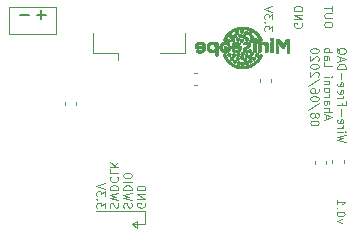
<source format=gbr>
%TF.GenerationSoftware,KiCad,Pcbnew,(5.1.6)-1*%
%TF.CreationDate,2020-08-10T23:05:38-07:00*%
%TF.ProjectId,Wire-Free-DAQ,57697265-2d46-4726-9565-2d4441512e6b,rev?*%
%TF.SameCoordinates,Original*%
%TF.FileFunction,Legend,Bot*%
%TF.FilePolarity,Positive*%
%FSLAX46Y46*%
G04 Gerber Fmt 4.6, Leading zero omitted, Abs format (unit mm)*
G04 Created by KiCad (PCBNEW (5.1.6)-1) date 2020-08-10 23:05:38*
%MOMM*%
%LPD*%
G01*
G04 APERTURE LIST*
%ADD10C,0.100000*%
%ADD11C,0.120000*%
%ADD12C,0.150000*%
%ADD13C,0.010000*%
G04 APERTURE END LIST*
D10*
X148374133Y-46032800D02*
X148374133Y-45899466D01*
X148340800Y-45832800D01*
X148274133Y-45766133D01*
X148140800Y-45732800D01*
X147907466Y-45732800D01*
X147774133Y-45766133D01*
X147707466Y-45832800D01*
X147674133Y-45899466D01*
X147674133Y-46032800D01*
X147707466Y-46099466D01*
X147774133Y-46166133D01*
X147907466Y-46199466D01*
X148140800Y-46199466D01*
X148274133Y-46166133D01*
X148340800Y-46099466D01*
X148374133Y-46032800D01*
X148374133Y-45432800D02*
X147807466Y-45432800D01*
X147740800Y-45399466D01*
X147707466Y-45366133D01*
X147674133Y-45299466D01*
X147674133Y-45166133D01*
X147707466Y-45099466D01*
X147740800Y-45066133D01*
X147807466Y-45032800D01*
X148374133Y-45032800D01*
X148374133Y-44799466D02*
X148374133Y-44399466D01*
X147674133Y-44599466D02*
X148374133Y-44599466D01*
X143294133Y-46537600D02*
X143294133Y-46104266D01*
X143027466Y-46337600D01*
X143027466Y-46237600D01*
X142994133Y-46170933D01*
X142960800Y-46137600D01*
X142894133Y-46104266D01*
X142727466Y-46104266D01*
X142660800Y-46137600D01*
X142627466Y-46170933D01*
X142594133Y-46237600D01*
X142594133Y-46437600D01*
X142627466Y-46504266D01*
X142660800Y-46537600D01*
X142660800Y-45804266D02*
X142627466Y-45770933D01*
X142594133Y-45804266D01*
X142627466Y-45837600D01*
X142660800Y-45804266D01*
X142594133Y-45804266D01*
X143294133Y-45537600D02*
X143294133Y-45104266D01*
X143027466Y-45337600D01*
X143027466Y-45237600D01*
X142994133Y-45170933D01*
X142960800Y-45137600D01*
X142894133Y-45104266D01*
X142727466Y-45104266D01*
X142660800Y-45137600D01*
X142627466Y-45170933D01*
X142594133Y-45237600D01*
X142594133Y-45437600D01*
X142627466Y-45504266D01*
X142660800Y-45537600D01*
X143294133Y-44904266D02*
X142594133Y-44670933D01*
X143294133Y-44437600D01*
X145775400Y-45875666D02*
X145808733Y-45942333D01*
X145808733Y-46042333D01*
X145775400Y-46142333D01*
X145708733Y-46209000D01*
X145642066Y-46242333D01*
X145508733Y-46275666D01*
X145408733Y-46275666D01*
X145275400Y-46242333D01*
X145208733Y-46209000D01*
X145142066Y-46142333D01*
X145108733Y-46042333D01*
X145108733Y-45975666D01*
X145142066Y-45875666D01*
X145175400Y-45842333D01*
X145408733Y-45842333D01*
X145408733Y-45975666D01*
X145108733Y-45542333D02*
X145808733Y-45542333D01*
X145108733Y-45142333D01*
X145808733Y-45142333D01*
X145108733Y-44809000D02*
X145808733Y-44809000D01*
X145808733Y-44642333D01*
X145775400Y-44542333D01*
X145708733Y-44475666D01*
X145642066Y-44442333D01*
X145508733Y-44409000D01*
X145408733Y-44409000D01*
X145275400Y-44442333D01*
X145208733Y-44475666D01*
X145142066Y-44542333D01*
X145108733Y-44642333D01*
X145108733Y-44809000D01*
D11*
X125000000Y-44500000D02*
X121000000Y-44500000D01*
X125000000Y-46750000D02*
X125000000Y-44500000D01*
X121000000Y-46750000D02*
X125000000Y-46750000D01*
X121000000Y-44500000D02*
X121000000Y-46750000D01*
D12*
X124114752Y-45148428D02*
X123352847Y-45148428D01*
X123733800Y-45529380D02*
X123733800Y-44767476D01*
X122666952Y-45148428D02*
X121905047Y-45148428D01*
D10*
X149182200Y-62786800D02*
X148715533Y-62620133D01*
X149182200Y-62453466D01*
X149415533Y-62053466D02*
X149415533Y-61986800D01*
X149382200Y-61920133D01*
X149348866Y-61886800D01*
X149282200Y-61853466D01*
X149148866Y-61820133D01*
X148982200Y-61820133D01*
X148848866Y-61853466D01*
X148782200Y-61886800D01*
X148748866Y-61920133D01*
X148715533Y-61986800D01*
X148715533Y-62053466D01*
X148748866Y-62120133D01*
X148782200Y-62153466D01*
X148848866Y-62186800D01*
X148982200Y-62220133D01*
X149148866Y-62220133D01*
X149282200Y-62186800D01*
X149348866Y-62153466D01*
X149382200Y-62120133D01*
X149415533Y-62053466D01*
X148782200Y-61520133D02*
X148748866Y-61486800D01*
X148715533Y-61520133D01*
X148748866Y-61553466D01*
X148782200Y-61520133D01*
X148715533Y-61520133D01*
X148715533Y-60820133D02*
X148715533Y-61220133D01*
X148715533Y-61020133D02*
X149415533Y-61020133D01*
X149315533Y-61086800D01*
X149248866Y-61153466D01*
X149215533Y-61220133D01*
X149498733Y-55926466D02*
X148798733Y-55759800D01*
X149298733Y-55626466D01*
X148798733Y-55493133D01*
X149498733Y-55326466D01*
X148798733Y-55059800D02*
X149265400Y-55059800D01*
X149498733Y-55059800D02*
X149465400Y-55093133D01*
X149432066Y-55059800D01*
X149465400Y-55026466D01*
X149498733Y-55059800D01*
X149432066Y-55059800D01*
X148798733Y-54726466D02*
X149265400Y-54726466D01*
X149132066Y-54726466D02*
X149198733Y-54693133D01*
X149232066Y-54659800D01*
X149265400Y-54593133D01*
X149265400Y-54526466D01*
X148832066Y-54026466D02*
X148798733Y-54093133D01*
X148798733Y-54226466D01*
X148832066Y-54293133D01*
X148898733Y-54326466D01*
X149165400Y-54326466D01*
X149232066Y-54293133D01*
X149265400Y-54226466D01*
X149265400Y-54093133D01*
X149232066Y-54026466D01*
X149165400Y-53993133D01*
X149098733Y-53993133D01*
X149032066Y-54326466D01*
X149065400Y-53693133D02*
X149065400Y-53159800D01*
X149165400Y-52593133D02*
X149165400Y-52826466D01*
X148798733Y-52826466D02*
X149498733Y-52826466D01*
X149498733Y-52493133D01*
X148798733Y-52226466D02*
X149265400Y-52226466D01*
X149132066Y-52226466D02*
X149198733Y-52193133D01*
X149232066Y-52159800D01*
X149265400Y-52093133D01*
X149265400Y-52026466D01*
X148832066Y-51526466D02*
X148798733Y-51593133D01*
X148798733Y-51726466D01*
X148832066Y-51793133D01*
X148898733Y-51826466D01*
X149165400Y-51826466D01*
X149232066Y-51793133D01*
X149265400Y-51726466D01*
X149265400Y-51593133D01*
X149232066Y-51526466D01*
X149165400Y-51493133D01*
X149098733Y-51493133D01*
X149032066Y-51826466D01*
X148832066Y-50926466D02*
X148798733Y-50993133D01*
X148798733Y-51126466D01*
X148832066Y-51193133D01*
X148898733Y-51226466D01*
X149165400Y-51226466D01*
X149232066Y-51193133D01*
X149265400Y-51126466D01*
X149265400Y-50993133D01*
X149232066Y-50926466D01*
X149165400Y-50893133D01*
X149098733Y-50893133D01*
X149032066Y-51226466D01*
X149065400Y-50593133D02*
X149065400Y-50059800D01*
X148798733Y-49726466D02*
X149498733Y-49726466D01*
X149498733Y-49559800D01*
X149465400Y-49459800D01*
X149398733Y-49393133D01*
X149332066Y-49359800D01*
X149198733Y-49326466D01*
X149098733Y-49326466D01*
X148965400Y-49359800D01*
X148898733Y-49393133D01*
X148832066Y-49459800D01*
X148798733Y-49559800D01*
X148798733Y-49726466D01*
X148998733Y-49059800D02*
X148998733Y-48726466D01*
X148798733Y-49126466D02*
X149498733Y-48893133D01*
X148798733Y-48659800D01*
X148732066Y-47959800D02*
X148765400Y-48026466D01*
X148832066Y-48093133D01*
X148932066Y-48193133D01*
X148965400Y-48259800D01*
X148965400Y-48326466D01*
X148798733Y-48293133D02*
X148832066Y-48359800D01*
X148898733Y-48426466D01*
X149032066Y-48459800D01*
X149265400Y-48459800D01*
X149398733Y-48426466D01*
X149465400Y-48359800D01*
X149498733Y-48293133D01*
X149498733Y-48159800D01*
X149465400Y-48093133D01*
X149398733Y-48026466D01*
X149265400Y-47993133D01*
X149032066Y-47993133D01*
X148898733Y-48026466D01*
X148832066Y-48093133D01*
X148798733Y-48159800D01*
X148798733Y-48293133D01*
X147848733Y-53993133D02*
X147848733Y-53659800D01*
X147648733Y-54059800D02*
X148348733Y-53826466D01*
X147648733Y-53593133D01*
X147648733Y-53359800D02*
X148348733Y-53359800D01*
X147648733Y-53059800D02*
X148015400Y-53059800D01*
X148082066Y-53093133D01*
X148115400Y-53159800D01*
X148115400Y-53259800D01*
X148082066Y-53326466D01*
X148048733Y-53359800D01*
X147648733Y-52426466D02*
X148015400Y-52426466D01*
X148082066Y-52459800D01*
X148115400Y-52526466D01*
X148115400Y-52659800D01*
X148082066Y-52726466D01*
X147682066Y-52426466D02*
X147648733Y-52493133D01*
X147648733Y-52659800D01*
X147682066Y-52726466D01*
X147748733Y-52759800D01*
X147815400Y-52759800D01*
X147882066Y-52726466D01*
X147915400Y-52659800D01*
X147915400Y-52493133D01*
X147948733Y-52426466D01*
X147648733Y-52093133D02*
X148115400Y-52093133D01*
X147982066Y-52093133D02*
X148048733Y-52059800D01*
X148082066Y-52026466D01*
X148115400Y-51959800D01*
X148115400Y-51893133D01*
X147648733Y-51559800D02*
X147682066Y-51626466D01*
X147715400Y-51659800D01*
X147782066Y-51693133D01*
X147982066Y-51693133D01*
X148048733Y-51659800D01*
X148082066Y-51626466D01*
X148115400Y-51559800D01*
X148115400Y-51459800D01*
X148082066Y-51393133D01*
X148048733Y-51359800D01*
X147982066Y-51326466D01*
X147782066Y-51326466D01*
X147715400Y-51359800D01*
X147682066Y-51393133D01*
X147648733Y-51459800D01*
X147648733Y-51559800D01*
X148115400Y-51026466D02*
X147648733Y-51026466D01*
X148048733Y-51026466D02*
X148082066Y-50993133D01*
X148115400Y-50926466D01*
X148115400Y-50826466D01*
X148082066Y-50759800D01*
X148015400Y-50726466D01*
X147648733Y-50726466D01*
X147648733Y-50393133D02*
X148115400Y-50393133D01*
X148348733Y-50393133D02*
X148315400Y-50426466D01*
X148282066Y-50393133D01*
X148315400Y-50359800D01*
X148348733Y-50393133D01*
X148282066Y-50393133D01*
X147648733Y-49193133D02*
X147648733Y-49526466D01*
X148348733Y-49526466D01*
X147648733Y-48659800D02*
X148015400Y-48659800D01*
X148082066Y-48693133D01*
X148115400Y-48759800D01*
X148115400Y-48893133D01*
X148082066Y-48959800D01*
X147682066Y-48659800D02*
X147648733Y-48726466D01*
X147648733Y-48893133D01*
X147682066Y-48959800D01*
X147748733Y-48993133D01*
X147815400Y-48993133D01*
X147882066Y-48959800D01*
X147915400Y-48893133D01*
X147915400Y-48726466D01*
X147948733Y-48659800D01*
X147648733Y-48326466D02*
X148348733Y-48326466D01*
X148082066Y-48326466D02*
X148115400Y-48259800D01*
X148115400Y-48126466D01*
X148082066Y-48059800D01*
X148048733Y-48026466D01*
X147982066Y-47993133D01*
X147782066Y-47993133D01*
X147715400Y-48026466D01*
X147682066Y-48059800D01*
X147648733Y-48126466D01*
X147648733Y-48259800D01*
X147682066Y-48326466D01*
X147198733Y-54359800D02*
X147198733Y-54293133D01*
X147165400Y-54226466D01*
X147132066Y-54193133D01*
X147065400Y-54159800D01*
X146932066Y-54126466D01*
X146765400Y-54126466D01*
X146632066Y-54159800D01*
X146565400Y-54193133D01*
X146532066Y-54226466D01*
X146498733Y-54293133D01*
X146498733Y-54359800D01*
X146532066Y-54426466D01*
X146565400Y-54459800D01*
X146632066Y-54493133D01*
X146765400Y-54526466D01*
X146932066Y-54526466D01*
X147065400Y-54493133D01*
X147132066Y-54459800D01*
X147165400Y-54426466D01*
X147198733Y-54359800D01*
X146898733Y-53726466D02*
X146932066Y-53793133D01*
X146965400Y-53826466D01*
X147032066Y-53859800D01*
X147065400Y-53859800D01*
X147132066Y-53826466D01*
X147165400Y-53793133D01*
X147198733Y-53726466D01*
X147198733Y-53593133D01*
X147165400Y-53526466D01*
X147132066Y-53493133D01*
X147065400Y-53459800D01*
X147032066Y-53459800D01*
X146965400Y-53493133D01*
X146932066Y-53526466D01*
X146898733Y-53593133D01*
X146898733Y-53726466D01*
X146865400Y-53793133D01*
X146832066Y-53826466D01*
X146765400Y-53859800D01*
X146632066Y-53859800D01*
X146565400Y-53826466D01*
X146532066Y-53793133D01*
X146498733Y-53726466D01*
X146498733Y-53593133D01*
X146532066Y-53526466D01*
X146565400Y-53493133D01*
X146632066Y-53459800D01*
X146765400Y-53459800D01*
X146832066Y-53493133D01*
X146865400Y-53526466D01*
X146898733Y-53593133D01*
X147232066Y-52659800D02*
X146332066Y-53259800D01*
X147198733Y-52293133D02*
X147198733Y-52226466D01*
X147165400Y-52159800D01*
X147132066Y-52126466D01*
X147065400Y-52093133D01*
X146932066Y-52059800D01*
X146765400Y-52059800D01*
X146632066Y-52093133D01*
X146565400Y-52126466D01*
X146532066Y-52159800D01*
X146498733Y-52226466D01*
X146498733Y-52293133D01*
X146532066Y-52359800D01*
X146565400Y-52393133D01*
X146632066Y-52426466D01*
X146765400Y-52459800D01*
X146932066Y-52459800D01*
X147065400Y-52426466D01*
X147132066Y-52393133D01*
X147165400Y-52359800D01*
X147198733Y-52293133D01*
X147198733Y-51459800D02*
X147198733Y-51593133D01*
X147165400Y-51659800D01*
X147132066Y-51693133D01*
X147032066Y-51759800D01*
X146898733Y-51793133D01*
X146632066Y-51793133D01*
X146565400Y-51759800D01*
X146532066Y-51726466D01*
X146498733Y-51659800D01*
X146498733Y-51526466D01*
X146532066Y-51459800D01*
X146565400Y-51426466D01*
X146632066Y-51393133D01*
X146798733Y-51393133D01*
X146865400Y-51426466D01*
X146898733Y-51459800D01*
X146932066Y-51526466D01*
X146932066Y-51659800D01*
X146898733Y-51726466D01*
X146865400Y-51759800D01*
X146798733Y-51793133D01*
X147232066Y-50593133D02*
X146332066Y-51193133D01*
X147132066Y-50393133D02*
X147165400Y-50359800D01*
X147198733Y-50293133D01*
X147198733Y-50126466D01*
X147165400Y-50059800D01*
X147132066Y-50026466D01*
X147065400Y-49993133D01*
X146998733Y-49993133D01*
X146898733Y-50026466D01*
X146498733Y-50426466D01*
X146498733Y-49993133D01*
X147198733Y-49559800D02*
X147198733Y-49493133D01*
X147165400Y-49426466D01*
X147132066Y-49393133D01*
X147065400Y-49359800D01*
X146932066Y-49326466D01*
X146765400Y-49326466D01*
X146632066Y-49359800D01*
X146565400Y-49393133D01*
X146532066Y-49426466D01*
X146498733Y-49493133D01*
X146498733Y-49559800D01*
X146532066Y-49626466D01*
X146565400Y-49659800D01*
X146632066Y-49693133D01*
X146765400Y-49726466D01*
X146932066Y-49726466D01*
X147065400Y-49693133D01*
X147132066Y-49659800D01*
X147165400Y-49626466D01*
X147198733Y-49559800D01*
X147132066Y-49059800D02*
X147165400Y-49026466D01*
X147198733Y-48959800D01*
X147198733Y-48793133D01*
X147165400Y-48726466D01*
X147132066Y-48693133D01*
X147065400Y-48659800D01*
X146998733Y-48659800D01*
X146898733Y-48693133D01*
X146498733Y-49093133D01*
X146498733Y-48659800D01*
X147198733Y-48226466D02*
X147198733Y-48159800D01*
X147165400Y-48093133D01*
X147132066Y-48059800D01*
X147065400Y-48026466D01*
X146932066Y-47993133D01*
X146765400Y-47993133D01*
X146632066Y-48026466D01*
X146565400Y-48059800D01*
X146532066Y-48093133D01*
X146498733Y-48159800D01*
X146498733Y-48226466D01*
X146532066Y-48293133D01*
X146565400Y-48326466D01*
X146632066Y-48359800D01*
X146765400Y-48393133D01*
X146932066Y-48393133D01*
X147065400Y-48359800D01*
X147132066Y-48326466D01*
X147165400Y-48293133D01*
X147198733Y-48226466D01*
D11*
X131836400Y-63187200D02*
X131379200Y-62907800D01*
X131836400Y-62603000D02*
X131836400Y-63187200D01*
X131379200Y-62907800D02*
X131836400Y-62603000D01*
X132471400Y-62907800D02*
X131379200Y-62907800D01*
X132471400Y-61739400D02*
X132471400Y-62907800D01*
X128382000Y-61739400D02*
X132471400Y-61739400D01*
D10*
X132489000Y-61090266D02*
X132522333Y-61156933D01*
X132522333Y-61256933D01*
X132489000Y-61356933D01*
X132422333Y-61423600D01*
X132355666Y-61456933D01*
X132222333Y-61490266D01*
X132122333Y-61490266D01*
X131989000Y-61456933D01*
X131922333Y-61423600D01*
X131855666Y-61356933D01*
X131822333Y-61256933D01*
X131822333Y-61190266D01*
X131855666Y-61090266D01*
X131889000Y-61056933D01*
X132122333Y-61056933D01*
X132122333Y-61190266D01*
X131822333Y-60756933D02*
X132522333Y-60756933D01*
X131822333Y-60356933D01*
X132522333Y-60356933D01*
X131822333Y-60023600D02*
X132522333Y-60023600D01*
X132522333Y-59856933D01*
X132489000Y-59756933D01*
X132422333Y-59690266D01*
X132355666Y-59656933D01*
X132222333Y-59623600D01*
X132122333Y-59623600D01*
X131989000Y-59656933D01*
X131922333Y-59690266D01*
X131855666Y-59756933D01*
X131822333Y-59856933D01*
X131822333Y-60023600D01*
X130705666Y-61490266D02*
X130672333Y-61390266D01*
X130672333Y-61223600D01*
X130705666Y-61156933D01*
X130739000Y-61123600D01*
X130805666Y-61090266D01*
X130872333Y-61090266D01*
X130939000Y-61123600D01*
X130972333Y-61156933D01*
X131005666Y-61223600D01*
X131039000Y-61356933D01*
X131072333Y-61423600D01*
X131105666Y-61456933D01*
X131172333Y-61490266D01*
X131239000Y-61490266D01*
X131305666Y-61456933D01*
X131339000Y-61423600D01*
X131372333Y-61356933D01*
X131372333Y-61190266D01*
X131339000Y-61090266D01*
X131372333Y-60856933D02*
X130672333Y-60690266D01*
X131172333Y-60556933D01*
X130672333Y-60423600D01*
X131372333Y-60256933D01*
X130672333Y-59990266D02*
X131372333Y-59990266D01*
X131372333Y-59823600D01*
X131339000Y-59723600D01*
X131272333Y-59656933D01*
X131205666Y-59623600D01*
X131072333Y-59590266D01*
X130972333Y-59590266D01*
X130839000Y-59623600D01*
X130772333Y-59656933D01*
X130705666Y-59723600D01*
X130672333Y-59823600D01*
X130672333Y-59990266D01*
X130672333Y-59290266D02*
X131372333Y-59290266D01*
X131372333Y-58823600D02*
X131372333Y-58690266D01*
X131339000Y-58623600D01*
X131272333Y-58556933D01*
X131139000Y-58523600D01*
X130905666Y-58523600D01*
X130772333Y-58556933D01*
X130705666Y-58623600D01*
X130672333Y-58690266D01*
X130672333Y-58823600D01*
X130705666Y-58890266D01*
X130772333Y-58956933D01*
X130905666Y-58990266D01*
X131139000Y-58990266D01*
X131272333Y-58956933D01*
X131339000Y-58890266D01*
X131372333Y-58823600D01*
X129555666Y-61490266D02*
X129522333Y-61390266D01*
X129522333Y-61223600D01*
X129555666Y-61156933D01*
X129589000Y-61123600D01*
X129655666Y-61090266D01*
X129722333Y-61090266D01*
X129789000Y-61123600D01*
X129822333Y-61156933D01*
X129855666Y-61223600D01*
X129889000Y-61356933D01*
X129922333Y-61423600D01*
X129955666Y-61456933D01*
X130022333Y-61490266D01*
X130089000Y-61490266D01*
X130155666Y-61456933D01*
X130189000Y-61423600D01*
X130222333Y-61356933D01*
X130222333Y-61190266D01*
X130189000Y-61090266D01*
X130222333Y-60856933D02*
X129522333Y-60690266D01*
X130022333Y-60556933D01*
X129522333Y-60423600D01*
X130222333Y-60256933D01*
X129522333Y-59990266D02*
X130222333Y-59990266D01*
X130222333Y-59823600D01*
X130189000Y-59723600D01*
X130122333Y-59656933D01*
X130055666Y-59623600D01*
X129922333Y-59590266D01*
X129822333Y-59590266D01*
X129689000Y-59623600D01*
X129622333Y-59656933D01*
X129555666Y-59723600D01*
X129522333Y-59823600D01*
X129522333Y-59990266D01*
X129589000Y-58890266D02*
X129555666Y-58923600D01*
X129522333Y-59023600D01*
X129522333Y-59090266D01*
X129555666Y-59190266D01*
X129622333Y-59256933D01*
X129689000Y-59290266D01*
X129822333Y-59323600D01*
X129922333Y-59323600D01*
X130055666Y-59290266D01*
X130122333Y-59256933D01*
X130189000Y-59190266D01*
X130222333Y-59090266D01*
X130222333Y-59023600D01*
X130189000Y-58923600D01*
X130155666Y-58890266D01*
X129522333Y-58256933D02*
X129522333Y-58590266D01*
X130222333Y-58590266D01*
X129522333Y-58023600D02*
X130222333Y-58023600D01*
X129522333Y-57623600D02*
X129922333Y-57923600D01*
X130222333Y-57623600D02*
X129822333Y-58023600D01*
X129072333Y-61523600D02*
X129072333Y-61090266D01*
X128805666Y-61323600D01*
X128805666Y-61223600D01*
X128772333Y-61156933D01*
X128739000Y-61123600D01*
X128672333Y-61090266D01*
X128505666Y-61090266D01*
X128439000Y-61123600D01*
X128405666Y-61156933D01*
X128372333Y-61223600D01*
X128372333Y-61423600D01*
X128405666Y-61490266D01*
X128439000Y-61523600D01*
X128439000Y-60790266D02*
X128405666Y-60756933D01*
X128372333Y-60790266D01*
X128405666Y-60823600D01*
X128439000Y-60790266D01*
X128372333Y-60790266D01*
X129072333Y-60523600D02*
X129072333Y-60090266D01*
X128805666Y-60323600D01*
X128805666Y-60223600D01*
X128772333Y-60156933D01*
X128739000Y-60123600D01*
X128672333Y-60090266D01*
X128505666Y-60090266D01*
X128439000Y-60123600D01*
X128405666Y-60156933D01*
X128372333Y-60223600D01*
X128372333Y-60423600D01*
X128405666Y-60490266D01*
X128439000Y-60523600D01*
X129072333Y-59890266D02*
X128372333Y-59656933D01*
X129072333Y-59423600D01*
D11*
%TO.C,J2*%
X130188800Y-48413400D02*
X130188800Y-49003400D01*
X128128800Y-46703400D02*
X128128800Y-48413400D01*
X128128800Y-48413400D02*
X130188800Y-48413400D01*
X135848800Y-46703400D02*
X135848800Y-48413400D01*
X135848800Y-48413400D02*
X133788800Y-48413400D01*
D10*
%TO.C,C61*%
X125730300Y-52809300D02*
X125730300Y-52559300D01*
X126690300Y-52809300D02*
X126690300Y-52559300D01*
%TO.C,C60*%
X143187600Y-50616200D02*
X143187600Y-50866200D01*
X142227600Y-50616200D02*
X142227600Y-50866200D01*
%TO.C,C59*%
X136939800Y-51068800D02*
X136689800Y-51068800D01*
X136939800Y-50108800D02*
X136689800Y-50108800D01*
D13*
%TO.C,G\u002A\u002A\u002A*%
G36*
X140658219Y-46408987D02*
G01*
X140631148Y-46415371D01*
X140606746Y-46427269D01*
X140584474Y-46444875D01*
X140583816Y-46445511D01*
X140565566Y-46467277D01*
X140552644Y-46491360D01*
X140544921Y-46516953D01*
X140542266Y-46543248D01*
X140544549Y-46569436D01*
X140551640Y-46594711D01*
X140563409Y-46618266D01*
X140579725Y-46639291D01*
X140600459Y-46656980D01*
X140619660Y-46667964D01*
X140639588Y-46675695D01*
X140660363Y-46681033D01*
X140679333Y-46683334D01*
X140683178Y-46683366D01*
X140691477Y-46682459D01*
X140703127Y-46680284D01*
X140713700Y-46677789D01*
X140741336Y-46667437D01*
X140765534Y-46652019D01*
X140785775Y-46632107D01*
X140801542Y-46608274D01*
X140812314Y-46581093D01*
X140815925Y-46564907D01*
X140817464Y-46536957D01*
X140813100Y-46509658D01*
X140803276Y-46483853D01*
X140788435Y-46460383D01*
X140769021Y-46440090D01*
X140745478Y-46423816D01*
X140740112Y-46421018D01*
X140726900Y-46414894D01*
X140715957Y-46411155D01*
X140704472Y-46409088D01*
X140689633Y-46407979D01*
X140688498Y-46407923D01*
X140658219Y-46408987D01*
G37*
X140658219Y-46408987D02*
X140631148Y-46415371D01*
X140606746Y-46427269D01*
X140584474Y-46444875D01*
X140583816Y-46445511D01*
X140565566Y-46467277D01*
X140552644Y-46491360D01*
X140544921Y-46516953D01*
X140542266Y-46543248D01*
X140544549Y-46569436D01*
X140551640Y-46594711D01*
X140563409Y-46618266D01*
X140579725Y-46639291D01*
X140600459Y-46656980D01*
X140619660Y-46667964D01*
X140639588Y-46675695D01*
X140660363Y-46681033D01*
X140679333Y-46683334D01*
X140683178Y-46683366D01*
X140691477Y-46682459D01*
X140703127Y-46680284D01*
X140713700Y-46677789D01*
X140741336Y-46667437D01*
X140765534Y-46652019D01*
X140785775Y-46632107D01*
X140801542Y-46608274D01*
X140812314Y-46581093D01*
X140815925Y-46564907D01*
X140817464Y-46536957D01*
X140813100Y-46509658D01*
X140803276Y-46483853D01*
X140788435Y-46460383D01*
X140769021Y-46440090D01*
X140745478Y-46423816D01*
X140740112Y-46421018D01*
X140726900Y-46414894D01*
X140715957Y-46411155D01*
X140704472Y-46409088D01*
X140689633Y-46407979D01*
X140688498Y-46407923D01*
X140658219Y-46408987D01*
G36*
X140204785Y-46504979D02*
G01*
X140191205Y-46508996D01*
X140165774Y-46520926D01*
X140143964Y-46537535D01*
X140126165Y-46558036D01*
X140112767Y-46581642D01*
X140104160Y-46607566D01*
X140100733Y-46635021D01*
X140102875Y-46663219D01*
X140106784Y-46679473D01*
X140117847Y-46705454D01*
X140133982Y-46728516D01*
X140154353Y-46747813D01*
X140178122Y-46762498D01*
X140195518Y-46769331D01*
X140213708Y-46773316D01*
X140234190Y-46775211D01*
X140254501Y-46774962D01*
X140272181Y-46772512D01*
X140277138Y-46771173D01*
X140303418Y-46759773D01*
X140326416Y-46743704D01*
X140345631Y-46723757D01*
X140360563Y-46700726D01*
X140370711Y-46675402D01*
X140375574Y-46648579D01*
X140374651Y-46621049D01*
X140374123Y-46617706D01*
X140367116Y-46590650D01*
X140355675Y-46567199D01*
X140339003Y-46545753D01*
X140337589Y-46544253D01*
X140314756Y-46524582D01*
X140289557Y-46510699D01*
X140262496Y-46502724D01*
X140234071Y-46500777D01*
X140204785Y-46504979D01*
G37*
X140204785Y-46504979D02*
X140191205Y-46508996D01*
X140165774Y-46520926D01*
X140143964Y-46537535D01*
X140126165Y-46558036D01*
X140112767Y-46581642D01*
X140104160Y-46607566D01*
X140100733Y-46635021D01*
X140102875Y-46663219D01*
X140106784Y-46679473D01*
X140117847Y-46705454D01*
X140133982Y-46728516D01*
X140154353Y-46747813D01*
X140178122Y-46762498D01*
X140195518Y-46769331D01*
X140213708Y-46773316D01*
X140234190Y-46775211D01*
X140254501Y-46774962D01*
X140272181Y-46772512D01*
X140277138Y-46771173D01*
X140303418Y-46759773D01*
X140326416Y-46743704D01*
X140345631Y-46723757D01*
X140360563Y-46700726D01*
X140370711Y-46675402D01*
X140375574Y-46648579D01*
X140374651Y-46621049D01*
X140374123Y-46617706D01*
X140367116Y-46590650D01*
X140355675Y-46567199D01*
X140339003Y-46545753D01*
X140337589Y-46544253D01*
X140314756Y-46524582D01*
X140289557Y-46510699D01*
X140262496Y-46502724D01*
X140234071Y-46500777D01*
X140204785Y-46504979D01*
G36*
X140998783Y-46529447D02*
G01*
X140972993Y-46537919D01*
X140949020Y-46551524D01*
X140927713Y-46570208D01*
X140920422Y-46578715D01*
X140905926Y-46601968D01*
X140896449Y-46627962D01*
X140892075Y-46655479D01*
X140892892Y-46683299D01*
X140898986Y-46710202D01*
X140909466Y-46733334D01*
X140926194Y-46755910D01*
X140947001Y-46774345D01*
X140970933Y-46788271D01*
X140997037Y-46797321D01*
X141024360Y-46801126D01*
X141051949Y-46799319D01*
X141069300Y-46795048D01*
X141086769Y-46788693D01*
X141100630Y-46781664D01*
X141113577Y-46772487D01*
X141119350Y-46767673D01*
X141138911Y-46746882D01*
X141153268Y-46723260D01*
X141162397Y-46697651D01*
X141166273Y-46670901D01*
X141164869Y-46643853D01*
X141158161Y-46617354D01*
X141146123Y-46592246D01*
X141128731Y-46569376D01*
X141125383Y-46565915D01*
X141103198Y-46547934D01*
X141078599Y-46535350D01*
X141052433Y-46528109D01*
X141025545Y-46526159D01*
X140998783Y-46529447D01*
G37*
X140998783Y-46529447D02*
X140972993Y-46537919D01*
X140949020Y-46551524D01*
X140927713Y-46570208D01*
X140920422Y-46578715D01*
X140905926Y-46601968D01*
X140896449Y-46627962D01*
X140892075Y-46655479D01*
X140892892Y-46683299D01*
X140898986Y-46710202D01*
X140909466Y-46733334D01*
X140926194Y-46755910D01*
X140947001Y-46774345D01*
X140970933Y-46788271D01*
X140997037Y-46797321D01*
X141024360Y-46801126D01*
X141051949Y-46799319D01*
X141069300Y-46795048D01*
X141086769Y-46788693D01*
X141100630Y-46781664D01*
X141113577Y-46772487D01*
X141119350Y-46767673D01*
X141138911Y-46746882D01*
X141153268Y-46723260D01*
X141162397Y-46697651D01*
X141166273Y-46670901D01*
X141164869Y-46643853D01*
X141158161Y-46617354D01*
X141146123Y-46592246D01*
X141128731Y-46569376D01*
X141125383Y-46565915D01*
X141103198Y-46547934D01*
X141078599Y-46535350D01*
X141052433Y-46528109D01*
X141025545Y-46526159D01*
X140998783Y-46529447D01*
G36*
X141346119Y-46572533D02*
G01*
X141344888Y-46572788D01*
X141317325Y-46581515D01*
X141293307Y-46594903D01*
X141273067Y-46612223D01*
X141256838Y-46632748D01*
X141244850Y-46655748D01*
X141237337Y-46680497D01*
X141234531Y-46706266D01*
X141236663Y-46732327D01*
X141243966Y-46757952D01*
X141256672Y-46782412D01*
X141271892Y-46801743D01*
X141293716Y-46820632D01*
X141318538Y-46834347D01*
X141345426Y-46842653D01*
X141373449Y-46845315D01*
X141401675Y-46842096D01*
X141415832Y-46838121D01*
X141442253Y-46826073D01*
X141464600Y-46809792D01*
X141482699Y-46790029D01*
X141496372Y-46767535D01*
X141505443Y-46743062D01*
X141509735Y-46717361D01*
X141509073Y-46691185D01*
X141503278Y-46665284D01*
X141492176Y-46640411D01*
X141475589Y-46617317D01*
X141469256Y-46610587D01*
X141451720Y-46595338D01*
X141433192Y-46584276D01*
X141411376Y-46576114D01*
X141404359Y-46574170D01*
X141384382Y-46570195D01*
X141366129Y-46569676D01*
X141346119Y-46572533D01*
G37*
X141346119Y-46572533D02*
X141344888Y-46572788D01*
X141317325Y-46581515D01*
X141293307Y-46594903D01*
X141273067Y-46612223D01*
X141256838Y-46632748D01*
X141244850Y-46655748D01*
X141237337Y-46680497D01*
X141234531Y-46706266D01*
X141236663Y-46732327D01*
X141243966Y-46757952D01*
X141256672Y-46782412D01*
X141271892Y-46801743D01*
X141293716Y-46820632D01*
X141318538Y-46834347D01*
X141345426Y-46842653D01*
X141373449Y-46845315D01*
X141401675Y-46842096D01*
X141415832Y-46838121D01*
X141442253Y-46826073D01*
X141464600Y-46809792D01*
X141482699Y-46790029D01*
X141496372Y-46767535D01*
X141505443Y-46743062D01*
X141509735Y-46717361D01*
X141509073Y-46691185D01*
X141503278Y-46665284D01*
X141492176Y-46640411D01*
X141475589Y-46617317D01*
X141469256Y-46610587D01*
X141451720Y-46595338D01*
X141433192Y-46584276D01*
X141411376Y-46576114D01*
X141404359Y-46574170D01*
X141384382Y-46570195D01*
X141366129Y-46569676D01*
X141346119Y-46572533D01*
G36*
X140486601Y-46759396D02*
G01*
X140460649Y-46767413D01*
X140437691Y-46779952D01*
X140418010Y-46796341D01*
X140401888Y-46815907D01*
X140389609Y-46837977D01*
X140381455Y-46861879D01*
X140377710Y-46886941D01*
X140378657Y-46912488D01*
X140384578Y-46937850D01*
X140395757Y-46962353D01*
X140412476Y-46985325D01*
X140416984Y-46990166D01*
X140438925Y-47008328D01*
X140464092Y-47021550D01*
X140491367Y-47029482D01*
X140519631Y-47031772D01*
X140541907Y-47029365D01*
X140564365Y-47022441D01*
X140586804Y-47011087D01*
X140606665Y-46996694D01*
X140613101Y-46990618D01*
X140631214Y-46967794D01*
X140643927Y-46942660D01*
X140651220Y-46916059D01*
X140653074Y-46888835D01*
X140649470Y-46861831D01*
X140640386Y-46835890D01*
X140625804Y-46811856D01*
X140617504Y-46801953D01*
X140595160Y-46781796D01*
X140570674Y-46767590D01*
X140543791Y-46759221D01*
X140515263Y-46756575D01*
X140486601Y-46759396D01*
G37*
X140486601Y-46759396D02*
X140460649Y-46767413D01*
X140437691Y-46779952D01*
X140418010Y-46796341D01*
X140401888Y-46815907D01*
X140389609Y-46837977D01*
X140381455Y-46861879D01*
X140377710Y-46886941D01*
X140378657Y-46912488D01*
X140384578Y-46937850D01*
X140395757Y-46962353D01*
X140412476Y-46985325D01*
X140416984Y-46990166D01*
X140438925Y-47008328D01*
X140464092Y-47021550D01*
X140491367Y-47029482D01*
X140519631Y-47031772D01*
X140541907Y-47029365D01*
X140564365Y-47022441D01*
X140586804Y-47011087D01*
X140606665Y-46996694D01*
X140613101Y-46990618D01*
X140631214Y-46967794D01*
X140643927Y-46942660D01*
X140651220Y-46916059D01*
X140653074Y-46888835D01*
X140649470Y-46861831D01*
X140640386Y-46835890D01*
X140625804Y-46811856D01*
X140617504Y-46801953D01*
X140595160Y-46781796D01*
X140570674Y-46767590D01*
X140543791Y-46759221D01*
X140515263Y-46756575D01*
X140486601Y-46759396D01*
G36*
X140085507Y-46806480D02*
G01*
X140059213Y-46813634D01*
X140034519Y-46826065D01*
X140012289Y-46843782D01*
X140008242Y-46847931D01*
X139990686Y-46871132D01*
X139978619Y-46896830D01*
X139972129Y-46924182D01*
X139971305Y-46952346D01*
X139976235Y-46980479D01*
X139987007Y-47007739D01*
X139990795Y-47014612D01*
X140006719Y-47035746D01*
X140027042Y-47053282D01*
X140050653Y-47066774D01*
X140076438Y-47075772D01*
X140103283Y-47079830D01*
X140130075Y-47078499D01*
X140142795Y-47075758D01*
X140169198Y-47065942D01*
X140191980Y-47051690D01*
X140205913Y-47039325D01*
X140223978Y-47017055D01*
X140236702Y-46992205D01*
X140244064Y-46965663D01*
X140246042Y-46938320D01*
X140242613Y-46911066D01*
X140233754Y-46884789D01*
X140219445Y-46860380D01*
X140210668Y-46849627D01*
X140189363Y-46830500D01*
X140165328Y-46816614D01*
X140139431Y-46807978D01*
X140112535Y-46804597D01*
X140085507Y-46806480D01*
G37*
X140085507Y-46806480D02*
X140059213Y-46813634D01*
X140034519Y-46826065D01*
X140012289Y-46843782D01*
X140008242Y-46847931D01*
X139990686Y-46871132D01*
X139978619Y-46896830D01*
X139972129Y-46924182D01*
X139971305Y-46952346D01*
X139976235Y-46980479D01*
X139987007Y-47007739D01*
X139990795Y-47014612D01*
X140006719Y-47035746D01*
X140027042Y-47053282D01*
X140050653Y-47066774D01*
X140076438Y-47075772D01*
X140103283Y-47079830D01*
X140130075Y-47078499D01*
X140142795Y-47075758D01*
X140169198Y-47065942D01*
X140191980Y-47051690D01*
X140205913Y-47039325D01*
X140223978Y-47017055D01*
X140236702Y-46992205D01*
X140244064Y-46965663D01*
X140246042Y-46938320D01*
X140242613Y-46911066D01*
X140233754Y-46884789D01*
X140219445Y-46860380D01*
X140210668Y-46849627D01*
X140189363Y-46830500D01*
X140165328Y-46816614D01*
X140139431Y-46807978D01*
X140112535Y-46804597D01*
X140085507Y-46806480D01*
G36*
X139741986Y-46822094D02*
G01*
X139730098Y-46824203D01*
X139719050Y-46827882D01*
X139706089Y-46833830D01*
X139705737Y-46834004D01*
X139680795Y-46849555D01*
X139660594Y-46869262D01*
X139645035Y-46893251D01*
X139634020Y-46921646D01*
X139632749Y-46926310D01*
X139629166Y-46943265D01*
X139628195Y-46958245D01*
X139629835Y-46974082D01*
X139632744Y-46988074D01*
X139642462Y-47016148D01*
X139657313Y-47040809D01*
X139676773Y-47061534D01*
X139700323Y-47077803D01*
X139727441Y-47089095D01*
X139736076Y-47091406D01*
X139757684Y-47095156D01*
X139776942Y-47095325D01*
X139786600Y-47094108D01*
X139803491Y-47089911D01*
X139821681Y-47083204D01*
X139838347Y-47075134D01*
X139847603Y-47069285D01*
X139868347Y-47050402D01*
X139884493Y-47028108D01*
X139895898Y-47003325D01*
X139902416Y-46976979D01*
X139903903Y-46949992D01*
X139900215Y-46923289D01*
X139891206Y-46897793D01*
X139877871Y-46875903D01*
X139857387Y-46853538D01*
X139834327Y-46836966D01*
X139808589Y-46826142D01*
X139780075Y-46821020D01*
X139757469Y-46820855D01*
X139741986Y-46822094D01*
G37*
X139741986Y-46822094D02*
X139730098Y-46824203D01*
X139719050Y-46827882D01*
X139706089Y-46833830D01*
X139705737Y-46834004D01*
X139680795Y-46849555D01*
X139660594Y-46869262D01*
X139645035Y-46893251D01*
X139634020Y-46921646D01*
X139632749Y-46926310D01*
X139629166Y-46943265D01*
X139628195Y-46958245D01*
X139629835Y-46974082D01*
X139632744Y-46988074D01*
X139642462Y-47016148D01*
X139657313Y-47040809D01*
X139676773Y-47061534D01*
X139700323Y-47077803D01*
X139727441Y-47089095D01*
X139736076Y-47091406D01*
X139757684Y-47095156D01*
X139776942Y-47095325D01*
X139786600Y-47094108D01*
X139803491Y-47089911D01*
X139821681Y-47083204D01*
X139838347Y-47075134D01*
X139847603Y-47069285D01*
X139868347Y-47050402D01*
X139884493Y-47028108D01*
X139895898Y-47003325D01*
X139902416Y-46976979D01*
X139903903Y-46949992D01*
X139900215Y-46923289D01*
X139891206Y-46897793D01*
X139877871Y-46875903D01*
X139857387Y-46853538D01*
X139834327Y-46836966D01*
X139808589Y-46826142D01*
X139780075Y-46821020D01*
X139757469Y-46820855D01*
X139741986Y-46822094D01*
G36*
X140820513Y-46827388D02*
G01*
X140800693Y-46831105D01*
X140800560Y-46831144D01*
X140778643Y-46840381D01*
X140757354Y-46854310D01*
X140738779Y-46871442D01*
X140731282Y-46880579D01*
X140716678Y-46905356D01*
X140707722Y-46931615D01*
X140704212Y-46958548D01*
X140705943Y-46985349D01*
X140712711Y-47011211D01*
X140724312Y-47035327D01*
X140740541Y-47056890D01*
X140761195Y-47075094D01*
X140783772Y-47088109D01*
X140794303Y-47092077D01*
X140807575Y-47095939D01*
X140821563Y-47099235D01*
X140834237Y-47101503D01*
X140843571Y-47102282D01*
X140845463Y-47102150D01*
X140850700Y-47101432D01*
X140858163Y-47100432D01*
X140886418Y-47093525D01*
X140912644Y-47080748D01*
X140936233Y-47062418D01*
X140942021Y-47056610D01*
X140959435Y-47033965D01*
X140971307Y-47009365D01*
X140977830Y-46983578D01*
X140979198Y-46957374D01*
X140975603Y-46931522D01*
X140967241Y-46906792D01*
X140954304Y-46883953D01*
X140936985Y-46863774D01*
X140915478Y-46847024D01*
X140889977Y-46834473D01*
X140885781Y-46832987D01*
X140865855Y-46828389D01*
X140843166Y-46826503D01*
X140820513Y-46827388D01*
G37*
X140820513Y-46827388D02*
X140800693Y-46831105D01*
X140800560Y-46831144D01*
X140778643Y-46840381D01*
X140757354Y-46854310D01*
X140738779Y-46871442D01*
X140731282Y-46880579D01*
X140716678Y-46905356D01*
X140707722Y-46931615D01*
X140704212Y-46958548D01*
X140705943Y-46985349D01*
X140712711Y-47011211D01*
X140724312Y-47035327D01*
X140740541Y-47056890D01*
X140761195Y-47075094D01*
X140783772Y-47088109D01*
X140794303Y-47092077D01*
X140807575Y-47095939D01*
X140821563Y-47099235D01*
X140834237Y-47101503D01*
X140843571Y-47102282D01*
X140845463Y-47102150D01*
X140850700Y-47101432D01*
X140858163Y-47100432D01*
X140886418Y-47093525D01*
X140912644Y-47080748D01*
X140936233Y-47062418D01*
X140942021Y-47056610D01*
X140959435Y-47033965D01*
X140971307Y-47009365D01*
X140977830Y-46983578D01*
X140979198Y-46957374D01*
X140975603Y-46931522D01*
X140967241Y-46906792D01*
X140954304Y-46883953D01*
X140936985Y-46863774D01*
X140915478Y-46847024D01*
X140889977Y-46834473D01*
X140885781Y-46832987D01*
X140865855Y-46828389D01*
X140843166Y-46826503D01*
X140820513Y-46827388D01*
G36*
X141462798Y-46873953D02*
G01*
X141436909Y-46884393D01*
X141414291Y-46899291D01*
X141395330Y-46917973D01*
X141380414Y-46939766D01*
X141369928Y-46963995D01*
X141364260Y-46989986D01*
X141363795Y-47017067D01*
X141368921Y-47044562D01*
X141377683Y-47067187D01*
X141392654Y-47091025D01*
X141412044Y-47110958D01*
X141434969Y-47126572D01*
X141460545Y-47137453D01*
X141487886Y-47143185D01*
X141516107Y-47143356D01*
X141534043Y-47140397D01*
X141560482Y-47131067D01*
X141583973Y-47116589D01*
X141603936Y-47097711D01*
X141619790Y-47075179D01*
X141630951Y-47049738D01*
X141636840Y-47022135D01*
X141637625Y-47007479D01*
X141635245Y-46978192D01*
X141627868Y-46952400D01*
X141615145Y-46929264D01*
X141596724Y-46907950D01*
X141595252Y-46906543D01*
X141571829Y-46888405D01*
X141546137Y-46875898D01*
X141518832Y-46869260D01*
X141491572Y-46868646D01*
X141462798Y-46873953D01*
G37*
X141462798Y-46873953D02*
X141436909Y-46884393D01*
X141414291Y-46899291D01*
X141395330Y-46917973D01*
X141380414Y-46939766D01*
X141369928Y-46963995D01*
X141364260Y-46989986D01*
X141363795Y-47017067D01*
X141368921Y-47044562D01*
X141377683Y-47067187D01*
X141392654Y-47091025D01*
X141412044Y-47110958D01*
X141434969Y-47126572D01*
X141460545Y-47137453D01*
X141487886Y-47143185D01*
X141516107Y-47143356D01*
X141534043Y-47140397D01*
X141560482Y-47131067D01*
X141583973Y-47116589D01*
X141603936Y-47097711D01*
X141619790Y-47075179D01*
X141630951Y-47049738D01*
X141636840Y-47022135D01*
X141637625Y-47007479D01*
X141635245Y-46978192D01*
X141627868Y-46952400D01*
X141615145Y-46929264D01*
X141596724Y-46907950D01*
X141595252Y-46906543D01*
X141571829Y-46888405D01*
X141546137Y-46875898D01*
X141518832Y-46869260D01*
X141491572Y-46868646D01*
X141462798Y-46873953D01*
G36*
X140285319Y-47083420D02*
G01*
X140277708Y-47085172D01*
X140255022Y-47092762D01*
X140235754Y-47103346D01*
X140217247Y-47118400D01*
X140216324Y-47119268D01*
X140197426Y-47140447D01*
X140184356Y-47163075D01*
X140176791Y-47187981D01*
X140174408Y-47215994D01*
X140174710Y-47226162D01*
X140178826Y-47255642D01*
X140187925Y-47281407D01*
X140202296Y-47304019D01*
X140222230Y-47324042D01*
X140227127Y-47327952D01*
X140248068Y-47340708D01*
X140272202Y-47349867D01*
X140297759Y-47355067D01*
X140322970Y-47355944D01*
X140345759Y-47352226D01*
X140372722Y-47341443D01*
X140396384Y-47325991D01*
X140416255Y-47306614D01*
X140431847Y-47284055D01*
X140442670Y-47259056D01*
X140448236Y-47232361D01*
X140448056Y-47204713D01*
X140447129Y-47198169D01*
X140439469Y-47170126D01*
X140426833Y-47145073D01*
X140409914Y-47123472D01*
X140389404Y-47105785D01*
X140365997Y-47092474D01*
X140340385Y-47084002D01*
X140313261Y-47080830D01*
X140285319Y-47083420D01*
G37*
X140285319Y-47083420D02*
X140277708Y-47085172D01*
X140255022Y-47092762D01*
X140235754Y-47103346D01*
X140217247Y-47118400D01*
X140216324Y-47119268D01*
X140197426Y-47140447D01*
X140184356Y-47163075D01*
X140176791Y-47187981D01*
X140174408Y-47215994D01*
X140174710Y-47226162D01*
X140178826Y-47255642D01*
X140187925Y-47281407D01*
X140202296Y-47304019D01*
X140222230Y-47324042D01*
X140227127Y-47327952D01*
X140248068Y-47340708D01*
X140272202Y-47349867D01*
X140297759Y-47355067D01*
X140322970Y-47355944D01*
X140345759Y-47352226D01*
X140372722Y-47341443D01*
X140396384Y-47325991D01*
X140416255Y-47306614D01*
X140431847Y-47284055D01*
X140442670Y-47259056D01*
X140448236Y-47232361D01*
X140448056Y-47204713D01*
X140447129Y-47198169D01*
X140439469Y-47170126D01*
X140426833Y-47145073D01*
X140409914Y-47123472D01*
X140389404Y-47105785D01*
X140365997Y-47092474D01*
X140340385Y-47084002D01*
X140313261Y-47080830D01*
X140285319Y-47083420D01*
G36*
X141054813Y-47085174D02*
G01*
X141027246Y-47095122D01*
X141024193Y-47096635D01*
X141011305Y-47104935D01*
X140997121Y-47116761D01*
X140983642Y-47130217D01*
X140972872Y-47143402D01*
X140969706Y-47148286D01*
X140959068Y-47172269D01*
X140953212Y-47198678D01*
X140952118Y-47226059D01*
X140955768Y-47252958D01*
X140964142Y-47277921D01*
X140971553Y-47291562D01*
X140989298Y-47313730D01*
X141010888Y-47331691D01*
X141035359Y-47345063D01*
X141061745Y-47353460D01*
X141089083Y-47356501D01*
X141116407Y-47353800D01*
X141123634Y-47352043D01*
X141151139Y-47341304D01*
X141175248Y-47325495D01*
X141195420Y-47305218D01*
X141211112Y-47281074D01*
X141221782Y-47253667D01*
X141224976Y-47239444D01*
X141226488Y-47213030D01*
X141222370Y-47186141D01*
X141213072Y-47160145D01*
X141199041Y-47136409D01*
X141186332Y-47121559D01*
X141163722Y-47103237D01*
X141138409Y-47090305D01*
X141111250Y-47082897D01*
X141083099Y-47081143D01*
X141054813Y-47085174D01*
G37*
X141054813Y-47085174D02*
X141027246Y-47095122D01*
X141024193Y-47096635D01*
X141011305Y-47104935D01*
X140997121Y-47116761D01*
X140983642Y-47130217D01*
X140972872Y-47143402D01*
X140969706Y-47148286D01*
X140959068Y-47172269D01*
X140953212Y-47198678D01*
X140952118Y-47226059D01*
X140955768Y-47252958D01*
X140964142Y-47277921D01*
X140971553Y-47291562D01*
X140989298Y-47313730D01*
X141010888Y-47331691D01*
X141035359Y-47345063D01*
X141061745Y-47353460D01*
X141089083Y-47356501D01*
X141116407Y-47353800D01*
X141123634Y-47352043D01*
X141151139Y-47341304D01*
X141175248Y-47325495D01*
X141195420Y-47305218D01*
X141211112Y-47281074D01*
X141221782Y-47253667D01*
X141224976Y-47239444D01*
X141226488Y-47213030D01*
X141222370Y-47186141D01*
X141213072Y-47160145D01*
X141199041Y-47136409D01*
X141186332Y-47121559D01*
X141163722Y-47103237D01*
X141138409Y-47090305D01*
X141111250Y-47082897D01*
X141083099Y-47081143D01*
X141054813Y-47085174D01*
G36*
X141717469Y-47093613D02*
G01*
X141697099Y-47100309D01*
X141675211Y-47113666D01*
X141656131Y-47131868D01*
X141640858Y-47153672D01*
X141630393Y-47177836D01*
X141628224Y-47185862D01*
X141626118Y-47200267D01*
X141625160Y-47218605D01*
X141625308Y-47238568D01*
X141626523Y-47257849D01*
X141628764Y-47274144D01*
X141629846Y-47278957D01*
X141639619Y-47304230D01*
X141654695Y-47326625D01*
X141674358Y-47345295D01*
X141697569Y-47359245D01*
X141715999Y-47365268D01*
X141737586Y-47368499D01*
X141759859Y-47368822D01*
X141780346Y-47366117D01*
X141789074Y-47363618D01*
X141814639Y-47351498D01*
X141835583Y-47335058D01*
X141851856Y-47314387D01*
X141863407Y-47289574D01*
X141870186Y-47260707D01*
X141872143Y-47227874D01*
X141871806Y-47217697D01*
X141867669Y-47186266D01*
X141858773Y-47159010D01*
X141845137Y-47135957D01*
X141826781Y-47117136D01*
X141803727Y-47102575D01*
X141784098Y-47094702D01*
X141763508Y-47090645D01*
X141740453Y-47090337D01*
X141717469Y-47093613D01*
G37*
X141717469Y-47093613D02*
X141697099Y-47100309D01*
X141675211Y-47113666D01*
X141656131Y-47131868D01*
X141640858Y-47153672D01*
X141630393Y-47177836D01*
X141628224Y-47185862D01*
X141626118Y-47200267D01*
X141625160Y-47218605D01*
X141625308Y-47238568D01*
X141626523Y-47257849D01*
X141628764Y-47274144D01*
X141629846Y-47278957D01*
X141639619Y-47304230D01*
X141654695Y-47326625D01*
X141674358Y-47345295D01*
X141697569Y-47359245D01*
X141715999Y-47365268D01*
X141737586Y-47368499D01*
X141759859Y-47368822D01*
X141780346Y-47366117D01*
X141789074Y-47363618D01*
X141814639Y-47351498D01*
X141835583Y-47335058D01*
X141851856Y-47314387D01*
X141863407Y-47289574D01*
X141870186Y-47260707D01*
X141872143Y-47227874D01*
X141871806Y-47217697D01*
X141867669Y-47186266D01*
X141858773Y-47159010D01*
X141845137Y-47135957D01*
X141826781Y-47117136D01*
X141803727Y-47102575D01*
X141784098Y-47094702D01*
X141763508Y-47090645D01*
X141740453Y-47090337D01*
X141717469Y-47093613D01*
G36*
X143194746Y-47091969D02*
G01*
X143168621Y-47099054D01*
X143145328Y-47111433D01*
X143125454Y-47128731D01*
X143109586Y-47150574D01*
X143101117Y-47168524D01*
X143096832Y-47184005D01*
X143093823Y-47203505D01*
X143092236Y-47224798D01*
X143092217Y-47245656D01*
X143093911Y-47263849D01*
X143094632Y-47267785D01*
X143103085Y-47294546D01*
X143116413Y-47318485D01*
X143133951Y-47338728D01*
X143155035Y-47354402D01*
X143164052Y-47359076D01*
X143180274Y-47364432D01*
X143199908Y-47367766D01*
X143220548Y-47368922D01*
X143239784Y-47367739D01*
X143252792Y-47364922D01*
X143276310Y-47354297D01*
X143297532Y-47338982D01*
X143315228Y-47320107D01*
X143328168Y-47298801D01*
X143330297Y-47293790D01*
X143334606Y-47278370D01*
X143337577Y-47258762D01*
X143339131Y-47237004D01*
X143339188Y-47215132D01*
X143337670Y-47195183D01*
X143334723Y-47179961D01*
X143324100Y-47153566D01*
X143308829Y-47131221D01*
X143289412Y-47113331D01*
X143266351Y-47100299D01*
X143240150Y-47092526D01*
X143223116Y-47090554D01*
X143194746Y-47091969D01*
G37*
X143194746Y-47091969D02*
X143168621Y-47099054D01*
X143145328Y-47111433D01*
X143125454Y-47128731D01*
X143109586Y-47150574D01*
X143101117Y-47168524D01*
X143096832Y-47184005D01*
X143093823Y-47203505D01*
X143092236Y-47224798D01*
X143092217Y-47245656D01*
X143093911Y-47263849D01*
X143094632Y-47267785D01*
X143103085Y-47294546D01*
X143116413Y-47318485D01*
X143133951Y-47338728D01*
X143155035Y-47354402D01*
X143164052Y-47359076D01*
X143180274Y-47364432D01*
X143199908Y-47367766D01*
X143220548Y-47368922D01*
X143239784Y-47367739D01*
X143252792Y-47364922D01*
X143276310Y-47354297D01*
X143297532Y-47338982D01*
X143315228Y-47320107D01*
X143328168Y-47298801D01*
X143330297Y-47293790D01*
X143334606Y-47278370D01*
X143337577Y-47258762D01*
X143339131Y-47237004D01*
X143339188Y-47215132D01*
X143337670Y-47195183D01*
X143334723Y-47179961D01*
X143324100Y-47153566D01*
X143308829Y-47131221D01*
X143289412Y-47113331D01*
X143266351Y-47100299D01*
X143240150Y-47092526D01*
X143223116Y-47090554D01*
X143194746Y-47091969D01*
G36*
X140731625Y-46153535D02*
G01*
X140694712Y-46154067D01*
X140659291Y-46155087D01*
X140626928Y-46156584D01*
X140603880Y-46158152D01*
X140498072Y-46169718D01*
X140394703Y-46187096D01*
X140293472Y-46210369D01*
X140194073Y-46239622D01*
X140096205Y-46274938D01*
X139999565Y-46316404D01*
X139951700Y-46339423D01*
X139858304Y-46389476D01*
X139768497Y-46444720D01*
X139682450Y-46504996D01*
X139600331Y-46570146D01*
X139522310Y-46640009D01*
X139448555Y-46714427D01*
X139379237Y-46793242D01*
X139314524Y-46876293D01*
X139254586Y-46963424D01*
X139210332Y-47035706D01*
X139199502Y-47054919D01*
X139187725Y-47076764D01*
X139175439Y-47100339D01*
X139163081Y-47124743D01*
X139151090Y-47149075D01*
X139139901Y-47172433D01*
X139129954Y-47193916D01*
X139121684Y-47212623D01*
X139115530Y-47227653D01*
X139111929Y-47238104D01*
X139111713Y-47238915D01*
X139108684Y-47263016D01*
X139111504Y-47286809D01*
X139119709Y-47309291D01*
X139132836Y-47329455D01*
X139150422Y-47346296D01*
X139165546Y-47355780D01*
X139185519Y-47362917D01*
X139208169Y-47365944D01*
X139231245Y-47364760D01*
X139251515Y-47359644D01*
X139265738Y-47353158D01*
X139278091Y-47344754D01*
X139289258Y-47333606D01*
X139299924Y-47318889D01*
X139310772Y-47299777D01*
X139322487Y-47275445D01*
X139323876Y-47272375D01*
X139362352Y-47193751D01*
X139406757Y-47115518D01*
X139456678Y-47038341D01*
X139511699Y-46962882D01*
X139538054Y-46929612D01*
X139550479Y-46915004D01*
X139566690Y-46896985D01*
X139585828Y-46876425D01*
X139607035Y-46854194D01*
X139629452Y-46831164D01*
X139652222Y-46808205D01*
X139674485Y-46786187D01*
X139695384Y-46765982D01*
X139714061Y-46748460D01*
X139729656Y-46734492D01*
X139734213Y-46730617D01*
X139814204Y-46667853D01*
X139896950Y-46610793D01*
X139982346Y-46559480D01*
X140070287Y-46513957D01*
X140160670Y-46474266D01*
X140253390Y-46440449D01*
X140348342Y-46412549D01*
X140445423Y-46390609D01*
X140544527Y-46374670D01*
X140631150Y-46365806D01*
X140650353Y-46364736D01*
X140674358Y-46364008D01*
X140701965Y-46363605D01*
X140731971Y-46363514D01*
X140763176Y-46363719D01*
X140794377Y-46364205D01*
X140824372Y-46364959D01*
X140851961Y-46365964D01*
X140875942Y-46367206D01*
X140895113Y-46368671D01*
X140899438Y-46369117D01*
X140991538Y-46381598D01*
X141079529Y-46398209D01*
X141164338Y-46419216D01*
X141246892Y-46444882D01*
X141328117Y-46475470D01*
X141408941Y-46511245D01*
X141423313Y-46518155D01*
X141495312Y-46555111D01*
X141562532Y-46593772D01*
X141626484Y-46635139D01*
X141688681Y-46680211D01*
X141750634Y-46729987D01*
X141774133Y-46750088D01*
X141838810Y-46810100D01*
X141900999Y-46875379D01*
X141960118Y-46945133D01*
X142015589Y-47018574D01*
X142066832Y-47094910D01*
X142113268Y-47173353D01*
X142154316Y-47253111D01*
X142172690Y-47293354D01*
X142181896Y-47313583D01*
X142189913Y-47328953D01*
X142197556Y-47340632D01*
X142205637Y-47349788D01*
X142214969Y-47357588D01*
X142219758Y-47360943D01*
X142242865Y-47373249D01*
X142266453Y-47379315D01*
X142290988Y-47379251D01*
X142294850Y-47378708D01*
X142319477Y-47371802D01*
X142340949Y-47359737D01*
X142358662Y-47343171D01*
X142372013Y-47322762D01*
X142380397Y-47299166D01*
X142382853Y-47283001D01*
X142383195Y-47273307D01*
X142382468Y-47263589D01*
X142380394Y-47252991D01*
X142376697Y-47240656D01*
X142371097Y-47225728D01*
X142363318Y-47207349D01*
X142353081Y-47184664D01*
X142346026Y-47169450D01*
X142300693Y-47079452D01*
X142249642Y-46991538D01*
X142192720Y-46905469D01*
X142129777Y-46821005D01*
X142110817Y-46797320D01*
X142094973Y-46778592D01*
X142075356Y-46756628D01*
X142052838Y-46732309D01*
X142028288Y-46706518D01*
X142002576Y-46680136D01*
X141976573Y-46654044D01*
X141951147Y-46629124D01*
X141927170Y-46606257D01*
X141905510Y-46586326D01*
X141887039Y-46570212D01*
X141885164Y-46568648D01*
X141799589Y-46501664D01*
X141711345Y-46440433D01*
X141620509Y-46384985D01*
X141527158Y-46335351D01*
X141431368Y-46291563D01*
X141333215Y-46253651D01*
X141232777Y-46221646D01*
X141130130Y-46195579D01*
X141025351Y-46175480D01*
X140918516Y-46161381D01*
X140862925Y-46156486D01*
X140835681Y-46154967D01*
X140803674Y-46153975D01*
X140768467Y-46153501D01*
X140731625Y-46153535D01*
G37*
X140731625Y-46153535D02*
X140694712Y-46154067D01*
X140659291Y-46155087D01*
X140626928Y-46156584D01*
X140603880Y-46158152D01*
X140498072Y-46169718D01*
X140394703Y-46187096D01*
X140293472Y-46210369D01*
X140194073Y-46239622D01*
X140096205Y-46274938D01*
X139999565Y-46316404D01*
X139951700Y-46339423D01*
X139858304Y-46389476D01*
X139768497Y-46444720D01*
X139682450Y-46504996D01*
X139600331Y-46570146D01*
X139522310Y-46640009D01*
X139448555Y-46714427D01*
X139379237Y-46793242D01*
X139314524Y-46876293D01*
X139254586Y-46963424D01*
X139210332Y-47035706D01*
X139199502Y-47054919D01*
X139187725Y-47076764D01*
X139175439Y-47100339D01*
X139163081Y-47124743D01*
X139151090Y-47149075D01*
X139139901Y-47172433D01*
X139129954Y-47193916D01*
X139121684Y-47212623D01*
X139115530Y-47227653D01*
X139111929Y-47238104D01*
X139111713Y-47238915D01*
X139108684Y-47263016D01*
X139111504Y-47286809D01*
X139119709Y-47309291D01*
X139132836Y-47329455D01*
X139150422Y-47346296D01*
X139165546Y-47355780D01*
X139185519Y-47362917D01*
X139208169Y-47365944D01*
X139231245Y-47364760D01*
X139251515Y-47359644D01*
X139265738Y-47353158D01*
X139278091Y-47344754D01*
X139289258Y-47333606D01*
X139299924Y-47318889D01*
X139310772Y-47299777D01*
X139322487Y-47275445D01*
X139323876Y-47272375D01*
X139362352Y-47193751D01*
X139406757Y-47115518D01*
X139456678Y-47038341D01*
X139511699Y-46962882D01*
X139538054Y-46929612D01*
X139550479Y-46915004D01*
X139566690Y-46896985D01*
X139585828Y-46876425D01*
X139607035Y-46854194D01*
X139629452Y-46831164D01*
X139652222Y-46808205D01*
X139674485Y-46786187D01*
X139695384Y-46765982D01*
X139714061Y-46748460D01*
X139729656Y-46734492D01*
X139734213Y-46730617D01*
X139814204Y-46667853D01*
X139896950Y-46610793D01*
X139982346Y-46559480D01*
X140070287Y-46513957D01*
X140160670Y-46474266D01*
X140253390Y-46440449D01*
X140348342Y-46412549D01*
X140445423Y-46390609D01*
X140544527Y-46374670D01*
X140631150Y-46365806D01*
X140650353Y-46364736D01*
X140674358Y-46364008D01*
X140701965Y-46363605D01*
X140731971Y-46363514D01*
X140763176Y-46363719D01*
X140794377Y-46364205D01*
X140824372Y-46364959D01*
X140851961Y-46365964D01*
X140875942Y-46367206D01*
X140895113Y-46368671D01*
X140899438Y-46369117D01*
X140991538Y-46381598D01*
X141079529Y-46398209D01*
X141164338Y-46419216D01*
X141246892Y-46444882D01*
X141328117Y-46475470D01*
X141408941Y-46511245D01*
X141423313Y-46518155D01*
X141495312Y-46555111D01*
X141562532Y-46593772D01*
X141626484Y-46635139D01*
X141688681Y-46680211D01*
X141750634Y-46729987D01*
X141774133Y-46750088D01*
X141838810Y-46810100D01*
X141900999Y-46875379D01*
X141960118Y-46945133D01*
X142015589Y-47018574D01*
X142066832Y-47094910D01*
X142113268Y-47173353D01*
X142154316Y-47253111D01*
X142172690Y-47293354D01*
X142181896Y-47313583D01*
X142189913Y-47328953D01*
X142197556Y-47340632D01*
X142205637Y-47349788D01*
X142214969Y-47357588D01*
X142219758Y-47360943D01*
X142242865Y-47373249D01*
X142266453Y-47379315D01*
X142290988Y-47379251D01*
X142294850Y-47378708D01*
X142319477Y-47371802D01*
X142340949Y-47359737D01*
X142358662Y-47343171D01*
X142372013Y-47322762D01*
X142380397Y-47299166D01*
X142382853Y-47283001D01*
X142383195Y-47273307D01*
X142382468Y-47263589D01*
X142380394Y-47252991D01*
X142376697Y-47240656D01*
X142371097Y-47225728D01*
X142363318Y-47207349D01*
X142353081Y-47184664D01*
X142346026Y-47169450D01*
X142300693Y-47079452D01*
X142249642Y-46991538D01*
X142192720Y-46905469D01*
X142129777Y-46821005D01*
X142110817Y-46797320D01*
X142094973Y-46778592D01*
X142075356Y-46756628D01*
X142052838Y-46732309D01*
X142028288Y-46706518D01*
X142002576Y-46680136D01*
X141976573Y-46654044D01*
X141951147Y-46629124D01*
X141927170Y-46606257D01*
X141905510Y-46586326D01*
X141887039Y-46570212D01*
X141885164Y-46568648D01*
X141799589Y-46501664D01*
X141711345Y-46440433D01*
X141620509Y-46384985D01*
X141527158Y-46335351D01*
X141431368Y-46291563D01*
X141333215Y-46253651D01*
X141232777Y-46221646D01*
X141130130Y-46195579D01*
X141025351Y-46175480D01*
X140918516Y-46161381D01*
X140862925Y-46156486D01*
X140835681Y-46154967D01*
X140803674Y-46153975D01*
X140768467Y-46153501D01*
X140731625Y-46153535D01*
G36*
X139872342Y-47130200D02*
G01*
X139846290Y-47139567D01*
X139822475Y-47153794D01*
X139801966Y-47172410D01*
X139789664Y-47188548D01*
X139776833Y-47213909D01*
X139769629Y-47240419D01*
X139767776Y-47267289D01*
X139771000Y-47293730D01*
X139779023Y-47318952D01*
X139791571Y-47342167D01*
X139808368Y-47362586D01*
X139829138Y-47379420D01*
X139853606Y-47391879D01*
X139861675Y-47394661D01*
X139883067Y-47399287D01*
X139906097Y-47400940D01*
X139928342Y-47399602D01*
X139946979Y-47395388D01*
X139974248Y-47383015D01*
X139997284Y-47366105D01*
X140006752Y-47356548D01*
X140023902Y-47333187D01*
X140035393Y-47308205D01*
X140041474Y-47282313D01*
X140042392Y-47256221D01*
X140038396Y-47230639D01*
X140029734Y-47206277D01*
X140016654Y-47183846D01*
X139999404Y-47164055D01*
X139978232Y-47147615D01*
X139953386Y-47135236D01*
X139926886Y-47127934D01*
X139899564Y-47126165D01*
X139872342Y-47130200D01*
G37*
X139872342Y-47130200D02*
X139846290Y-47139567D01*
X139822475Y-47153794D01*
X139801966Y-47172410D01*
X139789664Y-47188548D01*
X139776833Y-47213909D01*
X139769629Y-47240419D01*
X139767776Y-47267289D01*
X139771000Y-47293730D01*
X139779023Y-47318952D01*
X139791571Y-47342167D01*
X139808368Y-47362586D01*
X139829138Y-47379420D01*
X139853606Y-47391879D01*
X139861675Y-47394661D01*
X139883067Y-47399287D01*
X139906097Y-47400940D01*
X139928342Y-47399602D01*
X139946979Y-47395388D01*
X139974248Y-47383015D01*
X139997284Y-47366105D01*
X140006752Y-47356548D01*
X140023902Y-47333187D01*
X140035393Y-47308205D01*
X140041474Y-47282313D01*
X140042392Y-47256221D01*
X140038396Y-47230639D01*
X140029734Y-47206277D01*
X140016654Y-47183846D01*
X139999404Y-47164055D01*
X139978232Y-47147615D01*
X139953386Y-47135236D01*
X139926886Y-47127934D01*
X139899564Y-47126165D01*
X139872342Y-47130200D01*
G36*
X139508226Y-47173255D02*
G01*
X139482112Y-47179611D01*
X139457529Y-47190997D01*
X139435327Y-47207380D01*
X139418213Y-47226201D01*
X139404787Y-47247235D01*
X139396330Y-47268716D01*
X139392204Y-47292585D01*
X139391551Y-47307437D01*
X139392669Y-47331270D01*
X139396929Y-47351622D01*
X139405034Y-47370876D01*
X139415209Y-47387770D01*
X139432423Y-47408057D01*
X139453964Y-47424685D01*
X139478619Y-47437091D01*
X139505173Y-47444714D01*
X139532412Y-47446994D01*
X139542125Y-47446401D01*
X139569452Y-47440540D01*
X139595162Y-47429089D01*
X139618180Y-47412776D01*
X139637431Y-47392327D01*
X139649067Y-47374112D01*
X139659865Y-47347111D01*
X139664911Y-47319082D01*
X139664309Y-47290970D01*
X139658164Y-47263717D01*
X139646578Y-47238267D01*
X139631920Y-47218063D01*
X139610938Y-47198782D01*
X139587225Y-47184693D01*
X139561634Y-47175764D01*
X139535017Y-47171962D01*
X139508226Y-47173255D01*
G37*
X139508226Y-47173255D02*
X139482112Y-47179611D01*
X139457529Y-47190997D01*
X139435327Y-47207380D01*
X139418213Y-47226201D01*
X139404787Y-47247235D01*
X139396330Y-47268716D01*
X139392204Y-47292585D01*
X139391551Y-47307437D01*
X139392669Y-47331270D01*
X139396929Y-47351622D01*
X139405034Y-47370876D01*
X139415209Y-47387770D01*
X139432423Y-47408057D01*
X139453964Y-47424685D01*
X139478619Y-47437091D01*
X139505173Y-47444714D01*
X139532412Y-47446994D01*
X139542125Y-47446401D01*
X139569452Y-47440540D01*
X139595162Y-47429089D01*
X139618180Y-47412776D01*
X139637431Y-47392327D01*
X139649067Y-47374112D01*
X139659865Y-47347111D01*
X139664911Y-47319082D01*
X139664309Y-47290970D01*
X139658164Y-47263717D01*
X139646578Y-47238267D01*
X139631920Y-47218063D01*
X139610938Y-47198782D01*
X139587225Y-47184693D01*
X139561634Y-47175764D01*
X139535017Y-47171962D01*
X139508226Y-47173255D01*
G36*
X140632738Y-47197855D02*
G01*
X140604932Y-47205500D01*
X140579373Y-47218682D01*
X140556941Y-47236736D01*
X140538516Y-47258997D01*
X140528550Y-47276565D01*
X140524138Y-47286278D01*
X140521238Y-47294355D01*
X140519533Y-47302601D01*
X140518710Y-47312817D01*
X140518453Y-47326806D01*
X140518438Y-47334425D01*
X140518547Y-47350578D01*
X140519087Y-47362187D01*
X140520374Y-47371059D01*
X140522724Y-47378997D01*
X140526456Y-47387808D01*
X140528625Y-47392444D01*
X140543308Y-47416419D01*
X140562754Y-47437374D01*
X140585662Y-47454008D01*
X140595356Y-47459091D01*
X140606458Y-47463964D01*
X140616090Y-47467069D01*
X140626476Y-47468870D01*
X140639840Y-47469828D01*
X140648613Y-47470143D01*
X140666387Y-47470287D01*
X140679785Y-47469363D01*
X140690722Y-47467181D01*
X140696279Y-47465413D01*
X140724022Y-47452399D01*
X140747456Y-47434864D01*
X140766265Y-47413189D01*
X140780132Y-47387753D01*
X140788742Y-47358935D01*
X140789714Y-47353386D01*
X140791111Y-47325453D01*
X140786792Y-47298748D01*
X140777359Y-47273868D01*
X140763413Y-47251410D01*
X140745557Y-47231968D01*
X140724393Y-47216141D01*
X140700522Y-47204524D01*
X140674548Y-47197715D01*
X140647071Y-47196309D01*
X140632738Y-47197855D01*
G37*
X140632738Y-47197855D02*
X140604932Y-47205500D01*
X140579373Y-47218682D01*
X140556941Y-47236736D01*
X140538516Y-47258997D01*
X140528550Y-47276565D01*
X140524138Y-47286278D01*
X140521238Y-47294355D01*
X140519533Y-47302601D01*
X140518710Y-47312817D01*
X140518453Y-47326806D01*
X140518438Y-47334425D01*
X140518547Y-47350578D01*
X140519087Y-47362187D01*
X140520374Y-47371059D01*
X140522724Y-47378997D01*
X140526456Y-47387808D01*
X140528625Y-47392444D01*
X140543308Y-47416419D01*
X140562754Y-47437374D01*
X140585662Y-47454008D01*
X140595356Y-47459091D01*
X140606458Y-47463964D01*
X140616090Y-47467069D01*
X140626476Y-47468870D01*
X140639840Y-47469828D01*
X140648613Y-47470143D01*
X140666387Y-47470287D01*
X140679785Y-47469363D01*
X140690722Y-47467181D01*
X140696279Y-47465413D01*
X140724022Y-47452399D01*
X140747456Y-47434864D01*
X140766265Y-47413189D01*
X140780132Y-47387753D01*
X140788742Y-47358935D01*
X140789714Y-47353386D01*
X140791111Y-47325453D01*
X140786792Y-47298748D01*
X140777359Y-47273868D01*
X140763413Y-47251410D01*
X140745557Y-47231968D01*
X140724393Y-47216141D01*
X140700522Y-47204524D01*
X140674548Y-47197715D01*
X140647071Y-47196309D01*
X140632738Y-47197855D01*
G36*
X141426996Y-47204417D02*
G01*
X141398425Y-47211363D01*
X141397084Y-47211837D01*
X141376176Y-47222165D01*
X141356063Y-47237223D01*
X141338408Y-47255465D01*
X141324873Y-47275346D01*
X141321565Y-47282068D01*
X141312242Y-47310370D01*
X141308884Y-47338746D01*
X141311231Y-47366464D01*
X141319025Y-47392792D01*
X141332006Y-47416999D01*
X141349913Y-47438353D01*
X141372487Y-47456122D01*
X141386010Y-47463715D01*
X141397669Y-47469251D01*
X141407004Y-47472792D01*
X141416212Y-47474836D01*
X141427491Y-47475879D01*
X141442074Y-47476395D01*
X141464841Y-47476181D01*
X141481998Y-47474216D01*
X141488939Y-47472466D01*
X141505806Y-47465101D01*
X141523806Y-47454012D01*
X141540653Y-47440828D01*
X141554057Y-47427174D01*
X141555837Y-47424912D01*
X141570364Y-47400899D01*
X141579376Y-47374389D01*
X141582904Y-47349313D01*
X141581878Y-47320177D01*
X141575358Y-47293250D01*
X141563953Y-47268982D01*
X141548272Y-47247823D01*
X141528921Y-47230224D01*
X141506511Y-47216634D01*
X141481647Y-47207503D01*
X141454940Y-47203281D01*
X141426996Y-47204417D01*
G37*
X141426996Y-47204417D02*
X141398425Y-47211363D01*
X141397084Y-47211837D01*
X141376176Y-47222165D01*
X141356063Y-47237223D01*
X141338408Y-47255465D01*
X141324873Y-47275346D01*
X141321565Y-47282068D01*
X141312242Y-47310370D01*
X141308884Y-47338746D01*
X141311231Y-47366464D01*
X141319025Y-47392792D01*
X141332006Y-47416999D01*
X141349913Y-47438353D01*
X141372487Y-47456122D01*
X141386010Y-47463715D01*
X141397669Y-47469251D01*
X141407004Y-47472792D01*
X141416212Y-47474836D01*
X141427491Y-47475879D01*
X141442074Y-47476395D01*
X141464841Y-47476181D01*
X141481998Y-47474216D01*
X141488939Y-47472466D01*
X141505806Y-47465101D01*
X141523806Y-47454012D01*
X141540653Y-47440828D01*
X141554057Y-47427174D01*
X141555837Y-47424912D01*
X141570364Y-47400899D01*
X141579376Y-47374389D01*
X141582904Y-47349313D01*
X141581878Y-47320177D01*
X141575358Y-47293250D01*
X141563953Y-47268982D01*
X141548272Y-47247823D01*
X141528921Y-47230224D01*
X141506511Y-47216634D01*
X141481647Y-47207503D01*
X141454940Y-47203281D01*
X141426996Y-47204417D01*
G36*
X141991137Y-47246456D02*
G01*
X141964417Y-47254770D01*
X141939627Y-47268752D01*
X141919086Y-47286575D01*
X141901002Y-47309731D01*
X141888549Y-47334776D01*
X141881584Y-47360953D01*
X141879965Y-47387506D01*
X141883550Y-47413681D01*
X141892194Y-47438722D01*
X141905757Y-47461874D01*
X141924095Y-47482381D01*
X141947065Y-47499487D01*
X141960655Y-47506723D01*
X141972186Y-47511741D01*
X141982241Y-47514876D01*
X141993210Y-47516635D01*
X142007482Y-47517527D01*
X142012275Y-47517687D01*
X142030205Y-47517752D01*
X142044211Y-47516550D01*
X142056638Y-47513826D01*
X142061180Y-47512423D01*
X142087138Y-47500918D01*
X142108952Y-47485314D01*
X142126580Y-47466340D01*
X142139983Y-47444729D01*
X142149117Y-47421210D01*
X142153944Y-47396514D01*
X142154420Y-47371373D01*
X142150505Y-47346517D01*
X142142159Y-47322677D01*
X142129340Y-47300583D01*
X142112006Y-47280967D01*
X142090117Y-47264560D01*
X142075554Y-47256908D01*
X142047439Y-47247386D01*
X142019055Y-47243948D01*
X141991137Y-47246456D01*
G37*
X141991137Y-47246456D02*
X141964417Y-47254770D01*
X141939627Y-47268752D01*
X141919086Y-47286575D01*
X141901002Y-47309731D01*
X141888549Y-47334776D01*
X141881584Y-47360953D01*
X141879965Y-47387506D01*
X141883550Y-47413681D01*
X141892194Y-47438722D01*
X141905757Y-47461874D01*
X141924095Y-47482381D01*
X141947065Y-47499487D01*
X141960655Y-47506723D01*
X141972186Y-47511741D01*
X141982241Y-47514876D01*
X141993210Y-47516635D01*
X142007482Y-47517527D01*
X142012275Y-47517687D01*
X142030205Y-47517752D01*
X142044211Y-47516550D01*
X142056638Y-47513826D01*
X142061180Y-47512423D01*
X142087138Y-47500918D01*
X142108952Y-47485314D01*
X142126580Y-47466340D01*
X142139983Y-47444729D01*
X142149117Y-47421210D01*
X142153944Y-47396514D01*
X142154420Y-47371373D01*
X142150505Y-47346517D01*
X142142159Y-47322677D01*
X142129340Y-47300583D01*
X142112006Y-47280967D01*
X142090117Y-47264560D01*
X142075554Y-47256908D01*
X142047439Y-47247386D01*
X142019055Y-47243948D01*
X141991137Y-47246456D01*
G36*
X140101917Y-47428038D02*
G01*
X140050453Y-47439410D01*
X140000913Y-47456536D01*
X139970295Y-47470643D01*
X139942462Y-47486345D01*
X139918169Y-47503086D01*
X139898171Y-47520312D01*
X139883223Y-47537465D01*
X139876798Y-47547868D01*
X139868114Y-47571294D01*
X139865231Y-47595210D01*
X139867775Y-47618724D01*
X139875368Y-47640947D01*
X139887635Y-47660988D01*
X139904200Y-47677958D01*
X139924688Y-47690966D01*
X139939669Y-47696795D01*
X139963897Y-47701522D01*
X139987216Y-47700479D01*
X140010289Y-47693530D01*
X140033779Y-47680535D01*
X140040526Y-47675792D01*
X140061272Y-47662791D01*
X140085626Y-47651105D01*
X140110848Y-47642008D01*
X140116800Y-47640332D01*
X140134487Y-47637055D01*
X140156407Y-47635111D01*
X140180585Y-47634500D01*
X140205043Y-47635223D01*
X140227808Y-47637279D01*
X140245388Y-47640310D01*
X140269839Y-47647645D01*
X140296120Y-47658408D01*
X140321697Y-47671413D01*
X140344038Y-47685474D01*
X140347927Y-47688333D01*
X140371084Y-47702699D01*
X140395106Y-47711651D01*
X140419106Y-47714963D01*
X140442202Y-47712408D01*
X140442238Y-47712399D01*
X140465578Y-47703499D01*
X140486500Y-47689505D01*
X140503718Y-47671428D01*
X140512914Y-47656814D01*
X140517995Y-47644718D01*
X140520999Y-47631374D01*
X140522463Y-47615412D01*
X140521963Y-47592937D01*
X140517578Y-47573021D01*
X140508823Y-47554851D01*
X140495211Y-47537615D01*
X140476255Y-47520500D01*
X140457409Y-47506685D01*
X140411446Y-47478968D01*
X140362849Y-47456632D01*
X140312235Y-47439745D01*
X140260218Y-47428374D01*
X140207416Y-47422588D01*
X140154443Y-47422453D01*
X140101917Y-47428038D01*
G37*
X140101917Y-47428038D02*
X140050453Y-47439410D01*
X140000913Y-47456536D01*
X139970295Y-47470643D01*
X139942462Y-47486345D01*
X139918169Y-47503086D01*
X139898171Y-47520312D01*
X139883223Y-47537465D01*
X139876798Y-47547868D01*
X139868114Y-47571294D01*
X139865231Y-47595210D01*
X139867775Y-47618724D01*
X139875368Y-47640947D01*
X139887635Y-47660988D01*
X139904200Y-47677958D01*
X139924688Y-47690966D01*
X139939669Y-47696795D01*
X139963897Y-47701522D01*
X139987216Y-47700479D01*
X140010289Y-47693530D01*
X140033779Y-47680535D01*
X140040526Y-47675792D01*
X140061272Y-47662791D01*
X140085626Y-47651105D01*
X140110848Y-47642008D01*
X140116800Y-47640332D01*
X140134487Y-47637055D01*
X140156407Y-47635111D01*
X140180585Y-47634500D01*
X140205043Y-47635223D01*
X140227808Y-47637279D01*
X140245388Y-47640310D01*
X140269839Y-47647645D01*
X140296120Y-47658408D01*
X140321697Y-47671413D01*
X140344038Y-47685474D01*
X140347927Y-47688333D01*
X140371084Y-47702699D01*
X140395106Y-47711651D01*
X140419106Y-47714963D01*
X140442202Y-47712408D01*
X140442238Y-47712399D01*
X140465578Y-47703499D01*
X140486500Y-47689505D01*
X140503718Y-47671428D01*
X140512914Y-47656814D01*
X140517995Y-47644718D01*
X140520999Y-47631374D01*
X140522463Y-47615412D01*
X140521963Y-47592937D01*
X140517578Y-47573021D01*
X140508823Y-47554851D01*
X140495211Y-47537615D01*
X140476255Y-47520500D01*
X140457409Y-47506685D01*
X140411446Y-47478968D01*
X140362849Y-47456632D01*
X140312235Y-47439745D01*
X140260218Y-47428374D01*
X140207416Y-47422588D01*
X140154443Y-47422453D01*
X140101917Y-47428038D01*
G36*
X141083353Y-47424201D02*
G01*
X141029525Y-47432300D01*
X140973320Y-47446204D01*
X140914673Y-47465921D01*
X140891500Y-47475034D01*
X140874305Y-47482260D01*
X140861601Y-47488236D01*
X140851901Y-47493839D01*
X140843715Y-47499947D01*
X140835553Y-47507441D01*
X140834065Y-47508911D01*
X140819854Y-47525495D01*
X140810932Y-47542405D01*
X140806681Y-47561313D01*
X140806473Y-47583731D01*
X140810977Y-47607999D01*
X140820906Y-47629312D01*
X140835804Y-47647116D01*
X140855216Y-47660855D01*
X140876686Y-47669431D01*
X140891345Y-47672527D01*
X140905511Y-47673033D01*
X140920637Y-47670728D01*
X140938174Y-47665390D01*
X140959572Y-47656798D01*
X140959587Y-47656791D01*
X140996938Y-47641746D01*
X141030845Y-47630580D01*
X141062646Y-47622997D01*
X141093681Y-47618702D01*
X141125290Y-47617399D01*
X141137115Y-47617607D01*
X141155664Y-47618370D01*
X141169351Y-47619444D01*
X141179663Y-47621047D01*
X141188087Y-47623398D01*
X141194673Y-47626057D01*
X141213618Y-47637290D01*
X141227175Y-47651124D01*
X141235172Y-47666902D01*
X141237437Y-47683971D01*
X141233801Y-47701675D01*
X141224091Y-47719358D01*
X141220306Y-47724163D01*
X141209881Y-47734123D01*
X141194893Y-47745234D01*
X141176790Y-47756600D01*
X141157018Y-47767324D01*
X141137026Y-47776508D01*
X141133577Y-47777904D01*
X141114814Y-47786256D01*
X141099120Y-47795069D01*
X141089822Y-47801915D01*
X141074423Y-47819512D01*
X141063885Y-47840231D01*
X141058457Y-47862836D01*
X141058383Y-47886086D01*
X141063912Y-47908744D01*
X141067088Y-47916044D01*
X141080259Y-47936125D01*
X141097588Y-47952040D01*
X141118072Y-47963261D01*
X141140708Y-47969260D01*
X141164495Y-47969508D01*
X141167725Y-47969074D01*
X141184514Y-47965083D01*
X141205033Y-47957935D01*
X141227928Y-47948279D01*
X141251844Y-47936760D01*
X141275425Y-47924024D01*
X141297317Y-47910719D01*
X141313379Y-47899597D01*
X141347600Y-47870788D01*
X141376027Y-47839703D01*
X141398597Y-47806467D01*
X141415246Y-47771207D01*
X141425910Y-47734048D01*
X141430524Y-47695117D01*
X141430289Y-47669603D01*
X141425012Y-47629770D01*
X141414033Y-47592340D01*
X141397664Y-47557684D01*
X141376218Y-47526170D01*
X141350008Y-47498168D01*
X141319348Y-47474046D01*
X141284550Y-47454175D01*
X141245927Y-47438924D01*
X141231225Y-47434656D01*
X141184138Y-47425387D01*
X141134869Y-47421899D01*
X141083353Y-47424201D01*
G37*
X141083353Y-47424201D02*
X141029525Y-47432300D01*
X140973320Y-47446204D01*
X140914673Y-47465921D01*
X140891500Y-47475034D01*
X140874305Y-47482260D01*
X140861601Y-47488236D01*
X140851901Y-47493839D01*
X140843715Y-47499947D01*
X140835553Y-47507441D01*
X140834065Y-47508911D01*
X140819854Y-47525495D01*
X140810932Y-47542405D01*
X140806681Y-47561313D01*
X140806473Y-47583731D01*
X140810977Y-47607999D01*
X140820906Y-47629312D01*
X140835804Y-47647116D01*
X140855216Y-47660855D01*
X140876686Y-47669431D01*
X140891345Y-47672527D01*
X140905511Y-47673033D01*
X140920637Y-47670728D01*
X140938174Y-47665390D01*
X140959572Y-47656798D01*
X140959587Y-47656791D01*
X140996938Y-47641746D01*
X141030845Y-47630580D01*
X141062646Y-47622997D01*
X141093681Y-47618702D01*
X141125290Y-47617399D01*
X141137115Y-47617607D01*
X141155664Y-47618370D01*
X141169351Y-47619444D01*
X141179663Y-47621047D01*
X141188087Y-47623398D01*
X141194673Y-47626057D01*
X141213618Y-47637290D01*
X141227175Y-47651124D01*
X141235172Y-47666902D01*
X141237437Y-47683971D01*
X141233801Y-47701675D01*
X141224091Y-47719358D01*
X141220306Y-47724163D01*
X141209881Y-47734123D01*
X141194893Y-47745234D01*
X141176790Y-47756600D01*
X141157018Y-47767324D01*
X141137026Y-47776508D01*
X141133577Y-47777904D01*
X141114814Y-47786256D01*
X141099120Y-47795069D01*
X141089822Y-47801915D01*
X141074423Y-47819512D01*
X141063885Y-47840231D01*
X141058457Y-47862836D01*
X141058383Y-47886086D01*
X141063912Y-47908744D01*
X141067088Y-47916044D01*
X141080259Y-47936125D01*
X141097588Y-47952040D01*
X141118072Y-47963261D01*
X141140708Y-47969260D01*
X141164495Y-47969508D01*
X141167725Y-47969074D01*
X141184514Y-47965083D01*
X141205033Y-47957935D01*
X141227928Y-47948279D01*
X141251844Y-47936760D01*
X141275425Y-47924024D01*
X141297317Y-47910719D01*
X141313379Y-47899597D01*
X141347600Y-47870788D01*
X141376027Y-47839703D01*
X141398597Y-47806467D01*
X141415246Y-47771207D01*
X141425910Y-47734048D01*
X141430524Y-47695117D01*
X141430289Y-47669603D01*
X141425012Y-47629770D01*
X141414033Y-47592340D01*
X141397664Y-47557684D01*
X141376218Y-47526170D01*
X141350008Y-47498168D01*
X141319348Y-47474046D01*
X141284550Y-47454175D01*
X141245927Y-47438924D01*
X141231225Y-47434656D01*
X141184138Y-47425387D01*
X141134869Y-47421899D01*
X141083353Y-47424201D01*
G36*
X140223194Y-47726896D02*
G01*
X140205241Y-47731220D01*
X140179028Y-47742403D01*
X140156653Y-47757997D01*
X140138324Y-47777232D01*
X140124246Y-47799339D01*
X140114624Y-47823548D01*
X140109665Y-47849091D01*
X140109574Y-47875197D01*
X140114557Y-47901099D01*
X140124819Y-47926025D01*
X140140567Y-47949208D01*
X140145463Y-47954725D01*
X140165127Y-47972917D01*
X140185695Y-47985860D01*
X140208924Y-47994597D01*
X140215501Y-47996281D01*
X140237005Y-48000066D01*
X140256252Y-48000296D01*
X140276232Y-47996995D01*
X140277270Y-47996746D01*
X140305417Y-47986777D01*
X140330201Y-47971548D01*
X140351131Y-47951453D01*
X140367711Y-47926887D01*
X140369847Y-47922731D01*
X140375723Y-47910167D01*
X140379395Y-47899858D01*
X140381488Y-47889263D01*
X140382625Y-47875840D01*
X140382941Y-47869366D01*
X140383298Y-47852985D01*
X140382511Y-47840371D01*
X140380299Y-47829000D01*
X140377353Y-47819221D01*
X140365425Y-47792834D01*
X140348870Y-47770202D01*
X140328445Y-47751710D01*
X140304908Y-47737746D01*
X140279015Y-47728698D01*
X140251525Y-47724952D01*
X140223194Y-47726896D01*
G37*
X140223194Y-47726896D02*
X140205241Y-47731220D01*
X140179028Y-47742403D01*
X140156653Y-47757997D01*
X140138324Y-47777232D01*
X140124246Y-47799339D01*
X140114624Y-47823548D01*
X140109665Y-47849091D01*
X140109574Y-47875197D01*
X140114557Y-47901099D01*
X140124819Y-47926025D01*
X140140567Y-47949208D01*
X140145463Y-47954725D01*
X140165127Y-47972917D01*
X140185695Y-47985860D01*
X140208924Y-47994597D01*
X140215501Y-47996281D01*
X140237005Y-48000066D01*
X140256252Y-48000296D01*
X140276232Y-47996995D01*
X140277270Y-47996746D01*
X140305417Y-47986777D01*
X140330201Y-47971548D01*
X140351131Y-47951453D01*
X140367711Y-47926887D01*
X140369847Y-47922731D01*
X140375723Y-47910167D01*
X140379395Y-47899858D01*
X140381488Y-47889263D01*
X140382625Y-47875840D01*
X140382941Y-47869366D01*
X140383298Y-47852985D01*
X140382511Y-47840371D01*
X140380299Y-47829000D01*
X140377353Y-47819221D01*
X140365425Y-47792834D01*
X140348870Y-47770202D01*
X140328445Y-47751710D01*
X140304908Y-47737746D01*
X140279015Y-47728698D01*
X140251525Y-47724952D01*
X140223194Y-47726896D01*
G36*
X139903865Y-47765470D02*
G01*
X139879857Y-47773321D01*
X139857602Y-47785304D01*
X139837776Y-47801124D01*
X139821056Y-47820483D01*
X139808120Y-47843084D01*
X139799644Y-47868632D01*
X139796306Y-47896827D01*
X139796281Y-47899575D01*
X139799298Y-47928973D01*
X139808126Y-47956281D01*
X139822429Y-47980868D01*
X139841871Y-48002102D01*
X139856981Y-48013724D01*
X139882356Y-48027158D01*
X139909583Y-48035179D01*
X139937382Y-48037489D01*
X139953288Y-48036090D01*
X139981641Y-48028631D01*
X140007230Y-48015805D01*
X140029436Y-47998223D01*
X140047645Y-47976493D01*
X140061239Y-47951225D01*
X140069603Y-47923028D01*
X140070025Y-47920682D01*
X140071712Y-47892589D01*
X140067311Y-47865049D01*
X140057079Y-47838786D01*
X140041276Y-47814528D01*
X140026489Y-47798612D01*
X140003876Y-47781342D01*
X139979630Y-47769689D01*
X139954429Y-47763358D01*
X139928948Y-47762051D01*
X139903865Y-47765470D01*
G37*
X139903865Y-47765470D02*
X139879857Y-47773321D01*
X139857602Y-47785304D01*
X139837776Y-47801124D01*
X139821056Y-47820483D01*
X139808120Y-47843084D01*
X139799644Y-47868632D01*
X139796306Y-47896827D01*
X139796281Y-47899575D01*
X139799298Y-47928973D01*
X139808126Y-47956281D01*
X139822429Y-47980868D01*
X139841871Y-48002102D01*
X139856981Y-48013724D01*
X139882356Y-48027158D01*
X139909583Y-48035179D01*
X139937382Y-48037489D01*
X139953288Y-48036090D01*
X139981641Y-48028631D01*
X140007230Y-48015805D01*
X140029436Y-47998223D01*
X140047645Y-47976493D01*
X140061239Y-47951225D01*
X140069603Y-47923028D01*
X140070025Y-47920682D01*
X140071712Y-47892589D01*
X140067311Y-47865049D01*
X140057079Y-47838786D01*
X140041276Y-47814528D01*
X140026489Y-47798612D01*
X140003876Y-47781342D01*
X139979630Y-47769689D01*
X139954429Y-47763358D01*
X139928948Y-47762051D01*
X139903865Y-47765470D01*
G36*
X139271869Y-47794258D02*
G01*
X139247693Y-47801459D01*
X139225197Y-47812872D01*
X139205048Y-47828212D01*
X139187914Y-47847197D01*
X139174464Y-47869545D01*
X139165364Y-47894973D01*
X139161284Y-47923196D01*
X139161125Y-47930172D01*
X139164044Y-47958507D01*
X139172360Y-47984675D01*
X139185419Y-48008164D01*
X139202563Y-48028464D01*
X139223136Y-48045064D01*
X139246480Y-48057451D01*
X139271941Y-48065117D01*
X139298860Y-48067548D01*
X139326582Y-48064235D01*
X139331736Y-48062955D01*
X139359828Y-48052275D01*
X139384286Y-48036609D01*
X139404632Y-48016478D01*
X139420389Y-47992405D01*
X139431081Y-47964912D01*
X139434276Y-47950644D01*
X139435778Y-47924356D01*
X139431707Y-47897516D01*
X139422530Y-47871528D01*
X139408714Y-47847798D01*
X139394562Y-47831312D01*
X139372008Y-47813217D01*
X139347793Y-47800746D01*
X139322587Y-47793618D01*
X139297056Y-47791550D01*
X139271869Y-47794258D01*
G37*
X139271869Y-47794258D02*
X139247693Y-47801459D01*
X139225197Y-47812872D01*
X139205048Y-47828212D01*
X139187914Y-47847197D01*
X139174464Y-47869545D01*
X139165364Y-47894973D01*
X139161284Y-47923196D01*
X139161125Y-47930172D01*
X139164044Y-47958507D01*
X139172360Y-47984675D01*
X139185419Y-48008164D01*
X139202563Y-48028464D01*
X139223136Y-48045064D01*
X139246480Y-48057451D01*
X139271941Y-48065117D01*
X139298860Y-48067548D01*
X139326582Y-48064235D01*
X139331736Y-48062955D01*
X139359828Y-48052275D01*
X139384286Y-48036609D01*
X139404632Y-48016478D01*
X139420389Y-47992405D01*
X139431081Y-47964912D01*
X139434276Y-47950644D01*
X139435778Y-47924356D01*
X139431707Y-47897516D01*
X139422530Y-47871528D01*
X139408714Y-47847798D01*
X139394562Y-47831312D01*
X139372008Y-47813217D01*
X139347793Y-47800746D01*
X139322587Y-47793618D01*
X139297056Y-47791550D01*
X139271869Y-47794258D01*
G36*
X142746133Y-47438146D02*
G01*
X142722881Y-47444262D01*
X142718713Y-47445772D01*
X142699404Y-47455995D01*
X142681572Y-47470956D01*
X142666806Y-47489045D01*
X142656691Y-47508652D01*
X142656656Y-47508748D01*
X142649711Y-47527794D01*
X142627062Y-47512552D01*
X142581488Y-47484913D01*
X142535374Y-47463116D01*
X142487668Y-47446673D01*
X142481627Y-47444993D01*
X142469843Y-47442073D01*
X142458675Y-47440062D01*
X142446502Y-47438810D01*
X142431704Y-47438166D01*
X142412661Y-47437981D01*
X142405975Y-47437992D01*
X142385543Y-47438200D01*
X142369727Y-47438789D01*
X142356799Y-47439938D01*
X142345030Y-47441829D01*
X142332689Y-47444642D01*
X142326223Y-47446328D01*
X142282457Y-47461192D01*
X142241947Y-47481313D01*
X142205048Y-47506315D01*
X142172114Y-47535824D01*
X142143499Y-47569466D01*
X142119559Y-47606866D01*
X142100647Y-47647650D01*
X142087118Y-47691443D01*
X142084963Y-47701137D01*
X142083890Y-47706644D01*
X142082954Y-47712432D01*
X142082145Y-47718953D01*
X142081455Y-47726659D01*
X142080874Y-47736003D01*
X142080392Y-47747435D01*
X142080001Y-47761409D01*
X142079690Y-47778376D01*
X142079450Y-47798788D01*
X142079273Y-47823097D01*
X142079148Y-47851755D01*
X142079067Y-47885214D01*
X142079020Y-47923927D01*
X142078997Y-47968344D01*
X142078992Y-47989149D01*
X142078987Y-48035779D01*
X142078996Y-48076494D01*
X142079028Y-48111728D01*
X142079095Y-48141917D01*
X142079206Y-48167494D01*
X142079373Y-48188895D01*
X142079605Y-48206554D01*
X142079914Y-48220907D01*
X142080309Y-48232387D01*
X142080802Y-48241430D01*
X142081402Y-48248470D01*
X142082120Y-48253942D01*
X142082968Y-48258280D01*
X142083954Y-48261920D01*
X142085090Y-48265296D01*
X142085695Y-48266962D01*
X142096256Y-48287106D01*
X142111688Y-48304928D01*
X142130589Y-48319106D01*
X142150359Y-48327960D01*
X142168868Y-48332718D01*
X142184712Y-48334175D01*
X142200649Y-48332339D01*
X142216422Y-48328167D01*
X142238543Y-48318115D01*
X142257858Y-48302904D01*
X142273257Y-48283491D01*
X142278022Y-48274868D01*
X142286913Y-48256762D01*
X142288500Y-47997928D01*
X142290088Y-47739093D01*
X142300556Y-47717836D01*
X142315570Y-47693855D01*
X142334640Y-47674183D01*
X142357055Y-47659550D01*
X142357590Y-47659285D01*
X142367617Y-47654833D01*
X142377120Y-47651990D01*
X142388243Y-47650319D01*
X142403129Y-47649384D01*
X142406853Y-47649243D01*
X142433948Y-47649577D01*
X142458949Y-47652902D01*
X142483793Y-47659666D01*
X142510413Y-47670311D01*
X142521863Y-47675693D01*
X142557839Y-47696110D01*
X142588332Y-47719705D01*
X142613374Y-47746508D01*
X142632997Y-47776550D01*
X142637396Y-47785275D01*
X142645688Y-47802737D01*
X142647346Y-48028162D01*
X142647667Y-48072684D01*
X142647957Y-48111326D01*
X142648258Y-48144560D01*
X142648612Y-48172854D01*
X142649059Y-48196680D01*
X142649642Y-48216508D01*
X142650401Y-48232808D01*
X142651378Y-48246050D01*
X142652615Y-48256704D01*
X142654152Y-48265241D01*
X142656032Y-48272131D01*
X142658295Y-48277845D01*
X142660984Y-48282852D01*
X142664139Y-48287622D01*
X142667803Y-48292627D01*
X142671029Y-48296981D01*
X142687799Y-48314824D01*
X142708410Y-48328676D01*
X142731551Y-48338059D01*
X142755913Y-48342497D01*
X142780185Y-48341514D01*
X142788563Y-48339762D01*
X142814386Y-48330008D01*
X142836592Y-48315166D01*
X142854729Y-48295601D01*
X142865701Y-48277421D01*
X142874288Y-48259937D01*
X142875121Y-47894242D01*
X142875246Y-47838306D01*
X142875350Y-47788362D01*
X142875427Y-47744052D01*
X142875472Y-47705018D01*
X142875480Y-47670904D01*
X142875446Y-47641350D01*
X142875364Y-47616000D01*
X142875229Y-47594495D01*
X142875037Y-47576477D01*
X142874781Y-47561590D01*
X142874457Y-47549474D01*
X142874060Y-47539772D01*
X142873584Y-47532127D01*
X142873025Y-47526180D01*
X142872376Y-47521574D01*
X142871633Y-47517951D01*
X142870791Y-47514953D01*
X142869844Y-47512223D01*
X142869577Y-47511503D01*
X142857352Y-47487458D01*
X142840431Y-47467499D01*
X142819332Y-47452089D01*
X142794574Y-47441695D01*
X142790219Y-47440505D01*
X142767913Y-47436943D01*
X142746133Y-47438146D01*
G37*
X142746133Y-47438146D02*
X142722881Y-47444262D01*
X142718713Y-47445772D01*
X142699404Y-47455995D01*
X142681572Y-47470956D01*
X142666806Y-47489045D01*
X142656691Y-47508652D01*
X142656656Y-47508748D01*
X142649711Y-47527794D01*
X142627062Y-47512552D01*
X142581488Y-47484913D01*
X142535374Y-47463116D01*
X142487668Y-47446673D01*
X142481627Y-47444993D01*
X142469843Y-47442073D01*
X142458675Y-47440062D01*
X142446502Y-47438810D01*
X142431704Y-47438166D01*
X142412661Y-47437981D01*
X142405975Y-47437992D01*
X142385543Y-47438200D01*
X142369727Y-47438789D01*
X142356799Y-47439938D01*
X142345030Y-47441829D01*
X142332689Y-47444642D01*
X142326223Y-47446328D01*
X142282457Y-47461192D01*
X142241947Y-47481313D01*
X142205048Y-47506315D01*
X142172114Y-47535824D01*
X142143499Y-47569466D01*
X142119559Y-47606866D01*
X142100647Y-47647650D01*
X142087118Y-47691443D01*
X142084963Y-47701137D01*
X142083890Y-47706644D01*
X142082954Y-47712432D01*
X142082145Y-47718953D01*
X142081455Y-47726659D01*
X142080874Y-47736003D01*
X142080392Y-47747435D01*
X142080001Y-47761409D01*
X142079690Y-47778376D01*
X142079450Y-47798788D01*
X142079273Y-47823097D01*
X142079148Y-47851755D01*
X142079067Y-47885214D01*
X142079020Y-47923927D01*
X142078997Y-47968344D01*
X142078992Y-47989149D01*
X142078987Y-48035779D01*
X142078996Y-48076494D01*
X142079028Y-48111728D01*
X142079095Y-48141917D01*
X142079206Y-48167494D01*
X142079373Y-48188895D01*
X142079605Y-48206554D01*
X142079914Y-48220907D01*
X142080309Y-48232387D01*
X142080802Y-48241430D01*
X142081402Y-48248470D01*
X142082120Y-48253942D01*
X142082968Y-48258280D01*
X142083954Y-48261920D01*
X142085090Y-48265296D01*
X142085695Y-48266962D01*
X142096256Y-48287106D01*
X142111688Y-48304928D01*
X142130589Y-48319106D01*
X142150359Y-48327960D01*
X142168868Y-48332718D01*
X142184712Y-48334175D01*
X142200649Y-48332339D01*
X142216422Y-48328167D01*
X142238543Y-48318115D01*
X142257858Y-48302904D01*
X142273257Y-48283491D01*
X142278022Y-48274868D01*
X142286913Y-48256762D01*
X142288500Y-47997928D01*
X142290088Y-47739093D01*
X142300556Y-47717836D01*
X142315570Y-47693855D01*
X142334640Y-47674183D01*
X142357055Y-47659550D01*
X142357590Y-47659285D01*
X142367617Y-47654833D01*
X142377120Y-47651990D01*
X142388243Y-47650319D01*
X142403129Y-47649384D01*
X142406853Y-47649243D01*
X142433948Y-47649577D01*
X142458949Y-47652902D01*
X142483793Y-47659666D01*
X142510413Y-47670311D01*
X142521863Y-47675693D01*
X142557839Y-47696110D01*
X142588332Y-47719705D01*
X142613374Y-47746508D01*
X142632997Y-47776550D01*
X142637396Y-47785275D01*
X142645688Y-47802737D01*
X142647346Y-48028162D01*
X142647667Y-48072684D01*
X142647957Y-48111326D01*
X142648258Y-48144560D01*
X142648612Y-48172854D01*
X142649059Y-48196680D01*
X142649642Y-48216508D01*
X142650401Y-48232808D01*
X142651378Y-48246050D01*
X142652615Y-48256704D01*
X142654152Y-48265241D01*
X142656032Y-48272131D01*
X142658295Y-48277845D01*
X142660984Y-48282852D01*
X142664139Y-48287622D01*
X142667803Y-48292627D01*
X142671029Y-48296981D01*
X142687799Y-48314824D01*
X142708410Y-48328676D01*
X142731551Y-48338059D01*
X142755913Y-48342497D01*
X142780185Y-48341514D01*
X142788563Y-48339762D01*
X142814386Y-48330008D01*
X142836592Y-48315166D01*
X142854729Y-48295601D01*
X142865701Y-48277421D01*
X142874288Y-48259937D01*
X142875121Y-47894242D01*
X142875246Y-47838306D01*
X142875350Y-47788362D01*
X142875427Y-47744052D01*
X142875472Y-47705018D01*
X142875480Y-47670904D01*
X142875446Y-47641350D01*
X142875364Y-47616000D01*
X142875229Y-47594495D01*
X142875037Y-47576477D01*
X142874781Y-47561590D01*
X142874457Y-47549474D01*
X142874060Y-47539772D01*
X142873584Y-47532127D01*
X142873025Y-47526180D01*
X142872376Y-47521574D01*
X142871633Y-47517951D01*
X142870791Y-47514953D01*
X142869844Y-47512223D01*
X142869577Y-47511503D01*
X142857352Y-47487458D01*
X142840431Y-47467499D01*
X142819332Y-47452089D01*
X142794574Y-47441695D01*
X142790219Y-47440505D01*
X142767913Y-47436943D01*
X142746133Y-47438146D01*
G36*
X141719241Y-47431882D02*
G01*
X141695045Y-47440339D01*
X141692171Y-47441703D01*
X141675640Y-47452364D01*
X141659436Y-47467302D01*
X141645314Y-47484607D01*
X141635035Y-47502368D01*
X141633926Y-47504971D01*
X141626513Y-47523337D01*
X141626513Y-48256762D01*
X141633881Y-48275008D01*
X141645420Y-48295990D01*
X141661834Y-48315256D01*
X141681650Y-48331257D01*
X141694147Y-48338442D01*
X141705579Y-48343690D01*
X141715347Y-48346905D01*
X141725920Y-48348640D01*
X141739768Y-48349446D01*
X141743904Y-48349564D01*
X141761924Y-48349360D01*
X141777130Y-48347906D01*
X141785942Y-48345964D01*
X141811079Y-48334628D01*
X141832641Y-48318335D01*
X141850064Y-48297721D01*
X141862783Y-48273421D01*
X141869006Y-48252637D01*
X141869589Y-48246682D01*
X141870124Y-48234888D01*
X141870609Y-48217766D01*
X141871046Y-48195827D01*
X141871434Y-48169582D01*
X141871773Y-48139542D01*
X141872063Y-48106217D01*
X141872304Y-48070119D01*
X141872496Y-48031758D01*
X141872639Y-47991645D01*
X141872733Y-47950291D01*
X141872778Y-47908207D01*
X141872775Y-47865904D01*
X141872722Y-47823893D01*
X141872621Y-47782684D01*
X141872470Y-47742788D01*
X141872271Y-47704717D01*
X141872023Y-47668980D01*
X141871726Y-47636090D01*
X141871380Y-47606556D01*
X141870985Y-47580891D01*
X141870541Y-47559603D01*
X141870048Y-47543205D01*
X141869507Y-47532208D01*
X141869002Y-47527462D01*
X141860240Y-47500629D01*
X141846348Y-47477193D01*
X141827845Y-47457655D01*
X141805251Y-47442512D01*
X141779087Y-47432266D01*
X141767065Y-47429525D01*
X141743887Y-47428174D01*
X141719241Y-47431882D01*
G37*
X141719241Y-47431882D02*
X141695045Y-47440339D01*
X141692171Y-47441703D01*
X141675640Y-47452364D01*
X141659436Y-47467302D01*
X141645314Y-47484607D01*
X141635035Y-47502368D01*
X141633926Y-47504971D01*
X141626513Y-47523337D01*
X141626513Y-48256762D01*
X141633881Y-48275008D01*
X141645420Y-48295990D01*
X141661834Y-48315256D01*
X141681650Y-48331257D01*
X141694147Y-48338442D01*
X141705579Y-48343690D01*
X141715347Y-48346905D01*
X141725920Y-48348640D01*
X141739768Y-48349446D01*
X141743904Y-48349564D01*
X141761924Y-48349360D01*
X141777130Y-48347906D01*
X141785942Y-48345964D01*
X141811079Y-48334628D01*
X141832641Y-48318335D01*
X141850064Y-48297721D01*
X141862783Y-48273421D01*
X141869006Y-48252637D01*
X141869589Y-48246682D01*
X141870124Y-48234888D01*
X141870609Y-48217766D01*
X141871046Y-48195827D01*
X141871434Y-48169582D01*
X141871773Y-48139542D01*
X141872063Y-48106217D01*
X141872304Y-48070119D01*
X141872496Y-48031758D01*
X141872639Y-47991645D01*
X141872733Y-47950291D01*
X141872778Y-47908207D01*
X141872775Y-47865904D01*
X141872722Y-47823893D01*
X141872621Y-47782684D01*
X141872470Y-47742788D01*
X141872271Y-47704717D01*
X141872023Y-47668980D01*
X141871726Y-47636090D01*
X141871380Y-47606556D01*
X141870985Y-47580891D01*
X141870541Y-47559603D01*
X141870048Y-47543205D01*
X141869507Y-47532208D01*
X141869002Y-47527462D01*
X141860240Y-47500629D01*
X141846348Y-47477193D01*
X141827845Y-47457655D01*
X141805251Y-47442512D01*
X141779087Y-47432266D01*
X141767065Y-47429525D01*
X141743887Y-47428174D01*
X141719241Y-47431882D01*
G36*
X143191040Y-47430999D02*
G01*
X143163780Y-47440122D01*
X143162993Y-47440479D01*
X143141196Y-47453822D01*
X143122445Y-47472024D01*
X143107596Y-47493987D01*
X143097505Y-47518609D01*
X143095296Y-47527462D01*
X143094669Y-47533024D01*
X143094107Y-47543491D01*
X143093610Y-47559006D01*
X143093175Y-47579711D01*
X143092802Y-47605749D01*
X143092489Y-47637263D01*
X143092234Y-47674393D01*
X143092037Y-47717284D01*
X143091896Y-47766077D01*
X143091809Y-47820915D01*
X143091776Y-47881940D01*
X143091775Y-47891126D01*
X143091773Y-47947029D01*
X143091778Y-47996952D01*
X143091807Y-48041266D01*
X143091876Y-48080341D01*
X143092003Y-48114548D01*
X143092205Y-48144256D01*
X143092498Y-48169837D01*
X143092900Y-48191661D01*
X143093426Y-48210097D01*
X143094095Y-48225518D01*
X143094924Y-48238291D01*
X143095928Y-48248790D01*
X143097125Y-48257382D01*
X143098532Y-48264440D01*
X143100165Y-48270333D01*
X143102043Y-48275432D01*
X143104181Y-48280107D01*
X143106596Y-48284728D01*
X143109306Y-48289666D01*
X143110029Y-48290990D01*
X143122922Y-48309041D01*
X143140438Y-48325390D01*
X143160855Y-48338481D01*
X143164800Y-48340417D01*
X143181372Y-48345956D01*
X143201163Y-48349234D01*
X143221927Y-48350152D01*
X143241422Y-48348612D01*
X143257404Y-48344515D01*
X143257468Y-48344489D01*
X143283001Y-48331196D01*
X143304491Y-48313775D01*
X143321268Y-48292864D01*
X143330524Y-48274865D01*
X143337838Y-48256762D01*
X143337838Y-47523337D01*
X143330425Y-47504971D01*
X143320879Y-47487307D01*
X143307225Y-47469811D01*
X143291222Y-47454393D01*
X143274628Y-47442963D01*
X143272180Y-47441703D01*
X143245324Y-47431791D01*
X143218249Y-47428223D01*
X143191040Y-47430999D01*
G37*
X143191040Y-47430999D02*
X143163780Y-47440122D01*
X143162993Y-47440479D01*
X143141196Y-47453822D01*
X143122445Y-47472024D01*
X143107596Y-47493987D01*
X143097505Y-47518609D01*
X143095296Y-47527462D01*
X143094669Y-47533024D01*
X143094107Y-47543491D01*
X143093610Y-47559006D01*
X143093175Y-47579711D01*
X143092802Y-47605749D01*
X143092489Y-47637263D01*
X143092234Y-47674393D01*
X143092037Y-47717284D01*
X143091896Y-47766077D01*
X143091809Y-47820915D01*
X143091776Y-47881940D01*
X143091775Y-47891126D01*
X143091773Y-47947029D01*
X143091778Y-47996952D01*
X143091807Y-48041266D01*
X143091876Y-48080341D01*
X143092003Y-48114548D01*
X143092205Y-48144256D01*
X143092498Y-48169837D01*
X143092900Y-48191661D01*
X143093426Y-48210097D01*
X143094095Y-48225518D01*
X143094924Y-48238291D01*
X143095928Y-48248790D01*
X143097125Y-48257382D01*
X143098532Y-48264440D01*
X143100165Y-48270333D01*
X143102043Y-48275432D01*
X143104181Y-48280107D01*
X143106596Y-48284728D01*
X143109306Y-48289666D01*
X143110029Y-48290990D01*
X143122922Y-48309041D01*
X143140438Y-48325390D01*
X143160855Y-48338481D01*
X143164800Y-48340417D01*
X143181372Y-48345956D01*
X143201163Y-48349234D01*
X143221927Y-48350152D01*
X143241422Y-48348612D01*
X143257404Y-48344515D01*
X143257468Y-48344489D01*
X143283001Y-48331196D01*
X143304491Y-48313775D01*
X143321268Y-48292864D01*
X143330524Y-48274865D01*
X143337838Y-48256762D01*
X143337838Y-47523337D01*
X143330425Y-47504971D01*
X143320879Y-47487307D01*
X143307225Y-47469811D01*
X143291222Y-47454393D01*
X143274628Y-47442963D01*
X143272180Y-47441703D01*
X143245324Y-47431791D01*
X143218249Y-47428223D01*
X143191040Y-47430999D01*
G36*
X140524263Y-47784528D02*
G01*
X140513249Y-47786339D01*
X140502444Y-47790158D01*
X140493431Y-47794369D01*
X140471743Y-47808238D01*
X140454654Y-47826379D01*
X140443571Y-47845167D01*
X140440349Y-47853381D01*
X140437901Y-47863341D01*
X140435997Y-47876397D01*
X140434409Y-47893897D01*
X140433790Y-47902750D01*
X140430229Y-47939463D01*
X140424596Y-47971130D01*
X140416660Y-47998782D01*
X140407271Y-48021267D01*
X140389136Y-48051740D01*
X140366524Y-48077862D01*
X140339318Y-48099723D01*
X140307404Y-48117417D01*
X140270664Y-48131034D01*
X140267613Y-48131922D01*
X140256403Y-48134856D01*
X140245774Y-48136889D01*
X140234150Y-48138173D01*
X140219951Y-48138860D01*
X140201598Y-48139103D01*
X140193000Y-48139110D01*
X140164445Y-48138481D01*
X140139578Y-48136401D01*
X140116953Y-48132460D01*
X140095121Y-48126245D01*
X140072634Y-48117344D01*
X140048046Y-48105344D01*
X140019963Y-48089867D01*
X140010579Y-48084728D01*
X140002922Y-48081521D01*
X139994947Y-48079793D01*
X139984610Y-48079092D01*
X139970750Y-48078964D01*
X139949055Y-48080013D01*
X139931647Y-48083624D01*
X139916743Y-48090501D01*
X139902560Y-48101347D01*
X139894736Y-48108934D01*
X139879691Y-48128178D01*
X139870292Y-48149551D01*
X139866212Y-48173885D01*
X139865975Y-48182150D01*
X139868095Y-48205736D01*
X139874732Y-48226632D01*
X139886310Y-48245461D01*
X139903246Y-48262845D01*
X139925963Y-48279409D01*
X139935483Y-48285201D01*
X139981117Y-48308331D01*
X140030299Y-48326724D01*
X140082136Y-48340181D01*
X140135737Y-48348506D01*
X140190210Y-48351501D01*
X140229513Y-48350243D01*
X140284339Y-48343580D01*
X140336493Y-48331447D01*
X140385700Y-48313966D01*
X140431684Y-48291256D01*
X140474168Y-48263439D01*
X140512876Y-48230633D01*
X140520025Y-48223600D01*
X140553402Y-48185595D01*
X140581554Y-48144112D01*
X140604508Y-48099091D01*
X140622288Y-48050472D01*
X140634920Y-47998194D01*
X140642430Y-47942197D01*
X140643514Y-47927535D01*
X140644251Y-47910578D01*
X140644406Y-47894086D01*
X140643991Y-47880122D01*
X140643208Y-47871835D01*
X140636311Y-47847252D01*
X140623984Y-47825784D01*
X140606537Y-47807832D01*
X140584281Y-47793799D01*
X140581938Y-47792688D01*
X140569798Y-47787722D01*
X140558731Y-47785050D01*
X140545719Y-47784070D01*
X140538542Y-47784021D01*
X140524263Y-47784528D01*
G37*
X140524263Y-47784528D02*
X140513249Y-47786339D01*
X140502444Y-47790158D01*
X140493431Y-47794369D01*
X140471743Y-47808238D01*
X140454654Y-47826379D01*
X140443571Y-47845167D01*
X140440349Y-47853381D01*
X140437901Y-47863341D01*
X140435997Y-47876397D01*
X140434409Y-47893897D01*
X140433790Y-47902750D01*
X140430229Y-47939463D01*
X140424596Y-47971130D01*
X140416660Y-47998782D01*
X140407271Y-48021267D01*
X140389136Y-48051740D01*
X140366524Y-48077862D01*
X140339318Y-48099723D01*
X140307404Y-48117417D01*
X140270664Y-48131034D01*
X140267613Y-48131922D01*
X140256403Y-48134856D01*
X140245774Y-48136889D01*
X140234150Y-48138173D01*
X140219951Y-48138860D01*
X140201598Y-48139103D01*
X140193000Y-48139110D01*
X140164445Y-48138481D01*
X140139578Y-48136401D01*
X140116953Y-48132460D01*
X140095121Y-48126245D01*
X140072634Y-48117344D01*
X140048046Y-48105344D01*
X140019963Y-48089867D01*
X140010579Y-48084728D01*
X140002922Y-48081521D01*
X139994947Y-48079793D01*
X139984610Y-48079092D01*
X139970750Y-48078964D01*
X139949055Y-48080013D01*
X139931647Y-48083624D01*
X139916743Y-48090501D01*
X139902560Y-48101347D01*
X139894736Y-48108934D01*
X139879691Y-48128178D01*
X139870292Y-48149551D01*
X139866212Y-48173885D01*
X139865975Y-48182150D01*
X139868095Y-48205736D01*
X139874732Y-48226632D01*
X139886310Y-48245461D01*
X139903246Y-48262845D01*
X139925963Y-48279409D01*
X139935483Y-48285201D01*
X139981117Y-48308331D01*
X140030299Y-48326724D01*
X140082136Y-48340181D01*
X140135737Y-48348506D01*
X140190210Y-48351501D01*
X140229513Y-48350243D01*
X140284339Y-48343580D01*
X140336493Y-48331447D01*
X140385700Y-48313966D01*
X140431684Y-48291256D01*
X140474168Y-48263439D01*
X140512876Y-48230633D01*
X140520025Y-48223600D01*
X140553402Y-48185595D01*
X140581554Y-48144112D01*
X140604508Y-48099091D01*
X140622288Y-48050472D01*
X140634920Y-47998194D01*
X140642430Y-47942197D01*
X140643514Y-47927535D01*
X140644251Y-47910578D01*
X140644406Y-47894086D01*
X140643991Y-47880122D01*
X140643208Y-47871835D01*
X140636311Y-47847252D01*
X140623984Y-47825784D01*
X140606537Y-47807832D01*
X140584281Y-47793799D01*
X140581938Y-47792688D01*
X140569798Y-47787722D01*
X140558731Y-47785050D01*
X140545719Y-47784070D01*
X140538542Y-47784021D01*
X140524263Y-47784528D01*
G36*
X140901738Y-47876133D02*
G01*
X140880035Y-47886104D01*
X140868498Y-47894291D01*
X140844455Y-47917500D01*
X140822968Y-47945368D01*
X140804953Y-47976419D01*
X140791330Y-48009178D01*
X140786271Y-48026457D01*
X140783278Y-48039759D01*
X140781460Y-48051851D01*
X140780656Y-48064810D01*
X140780705Y-48080711D01*
X140781100Y-48093132D01*
X140782046Y-48111914D01*
X140783484Y-48126572D01*
X140785784Y-48139332D01*
X140789319Y-48152418D01*
X140792772Y-48163100D01*
X140808930Y-48201836D01*
X140829913Y-48236457D01*
X140855661Y-48266903D01*
X140886116Y-48293114D01*
X140921218Y-48315033D01*
X140960907Y-48332600D01*
X140965816Y-48334357D01*
X141003103Y-48344848D01*
X141043920Y-48351768D01*
X141086407Y-48354904D01*
X141128705Y-48354045D01*
X141134551Y-48353590D01*
X141182606Y-48347232D01*
X141233176Y-48336276D01*
X141283613Y-48321428D01*
X141303579Y-48314316D01*
X141325504Y-48305715D01*
X141348212Y-48296162D01*
X141370528Y-48286194D01*
X141391279Y-48276346D01*
X141409289Y-48267155D01*
X141423383Y-48259159D01*
X141430731Y-48254227D01*
X141447182Y-48237800D01*
X141459524Y-48217064D01*
X141464660Y-48203025D01*
X141468513Y-48179379D01*
X141466613Y-48156639D01*
X141459555Y-48135553D01*
X141447936Y-48116869D01*
X141432348Y-48101336D01*
X141413389Y-48089701D01*
X141391653Y-48082712D01*
X141367734Y-48081118D01*
X141367673Y-48081122D01*
X141359340Y-48081857D01*
X141351304Y-48083360D01*
X141342404Y-48086046D01*
X141331480Y-48090330D01*
X141317370Y-48096625D01*
X141298914Y-48105348D01*
X141296235Y-48106633D01*
X141268878Y-48119452D01*
X141245476Y-48129595D01*
X141224511Y-48137607D01*
X141204464Y-48144031D01*
X141183818Y-48149410D01*
X141165639Y-48153369D01*
X141143128Y-48156926D01*
X141118396Y-48159131D01*
X141093413Y-48159935D01*
X141070147Y-48159288D01*
X141050569Y-48157141D01*
X141046438Y-48156355D01*
X141022650Y-48148941D01*
X141003078Y-48137927D01*
X140988173Y-48123769D01*
X140978391Y-48106922D01*
X140974183Y-48087842D01*
X140974050Y-48083618D01*
X140974635Y-48074300D01*
X140976924Y-48066219D01*
X140981716Y-48057846D01*
X140989812Y-48047652D01*
X140997273Y-48039275D01*
X141010762Y-48022862D01*
X141019562Y-48007661D01*
X141024479Y-47991696D01*
X141026318Y-47972993D01*
X141026391Y-47967837D01*
X141025971Y-47952825D01*
X141024334Y-47941617D01*
X141021015Y-47931713D01*
X141018745Y-47926807D01*
X141005364Y-47906190D01*
X140988322Y-47890180D01*
X140968530Y-47878972D01*
X140946895Y-47872764D01*
X140924328Y-47871752D01*
X140901738Y-47876133D01*
G37*
X140901738Y-47876133D02*
X140880035Y-47886104D01*
X140868498Y-47894291D01*
X140844455Y-47917500D01*
X140822968Y-47945368D01*
X140804953Y-47976419D01*
X140791330Y-48009178D01*
X140786271Y-48026457D01*
X140783278Y-48039759D01*
X140781460Y-48051851D01*
X140780656Y-48064810D01*
X140780705Y-48080711D01*
X140781100Y-48093132D01*
X140782046Y-48111914D01*
X140783484Y-48126572D01*
X140785784Y-48139332D01*
X140789319Y-48152418D01*
X140792772Y-48163100D01*
X140808930Y-48201836D01*
X140829913Y-48236457D01*
X140855661Y-48266903D01*
X140886116Y-48293114D01*
X140921218Y-48315033D01*
X140960907Y-48332600D01*
X140965816Y-48334357D01*
X141003103Y-48344848D01*
X141043920Y-48351768D01*
X141086407Y-48354904D01*
X141128705Y-48354045D01*
X141134551Y-48353590D01*
X141182606Y-48347232D01*
X141233176Y-48336276D01*
X141283613Y-48321428D01*
X141303579Y-48314316D01*
X141325504Y-48305715D01*
X141348212Y-48296162D01*
X141370528Y-48286194D01*
X141391279Y-48276346D01*
X141409289Y-48267155D01*
X141423383Y-48259159D01*
X141430731Y-48254227D01*
X141447182Y-48237800D01*
X141459524Y-48217064D01*
X141464660Y-48203025D01*
X141468513Y-48179379D01*
X141466613Y-48156639D01*
X141459555Y-48135553D01*
X141447936Y-48116869D01*
X141432348Y-48101336D01*
X141413389Y-48089701D01*
X141391653Y-48082712D01*
X141367734Y-48081118D01*
X141367673Y-48081122D01*
X141359340Y-48081857D01*
X141351304Y-48083360D01*
X141342404Y-48086046D01*
X141331480Y-48090330D01*
X141317370Y-48096625D01*
X141298914Y-48105348D01*
X141296235Y-48106633D01*
X141268878Y-48119452D01*
X141245476Y-48129595D01*
X141224511Y-48137607D01*
X141204464Y-48144031D01*
X141183818Y-48149410D01*
X141165639Y-48153369D01*
X141143128Y-48156926D01*
X141118396Y-48159131D01*
X141093413Y-48159935D01*
X141070147Y-48159288D01*
X141050569Y-48157141D01*
X141046438Y-48156355D01*
X141022650Y-48148941D01*
X141003078Y-48137927D01*
X140988173Y-48123769D01*
X140978391Y-48106922D01*
X140974183Y-48087842D01*
X140974050Y-48083618D01*
X140974635Y-48074300D01*
X140976924Y-48066219D01*
X140981716Y-48057846D01*
X140989812Y-48047652D01*
X140997273Y-48039275D01*
X141010762Y-48022862D01*
X141019562Y-48007661D01*
X141024479Y-47991696D01*
X141026318Y-47972993D01*
X141026391Y-47967837D01*
X141025971Y-47952825D01*
X141024334Y-47941617D01*
X141021015Y-47931713D01*
X141018745Y-47926807D01*
X141005364Y-47906190D01*
X140988322Y-47890180D01*
X140968530Y-47878972D01*
X140946895Y-47872764D01*
X140924328Y-47871752D01*
X140901738Y-47876133D01*
G36*
X143701122Y-47169544D02*
G01*
X143687023Y-47169938D01*
X143675973Y-47170765D01*
X143666873Y-47172081D01*
X143658624Y-47173942D01*
X143657614Y-47174212D01*
X143634761Y-47183494D01*
X143613790Y-47197995D01*
X143596284Y-47216592D01*
X143594555Y-47218956D01*
X143592043Y-47222346D01*
X143589748Y-47225328D01*
X143587659Y-47228186D01*
X143585768Y-47231206D01*
X143584064Y-47234675D01*
X143582539Y-47238879D01*
X143581181Y-47244104D01*
X143579981Y-47250636D01*
X143578931Y-47258761D01*
X143578019Y-47268764D01*
X143577236Y-47280933D01*
X143576573Y-47295553D01*
X143576019Y-47312909D01*
X143575565Y-47333289D01*
X143575201Y-47356979D01*
X143574917Y-47384263D01*
X143574705Y-47415429D01*
X143574553Y-47450762D01*
X143574452Y-47490549D01*
X143574392Y-47535075D01*
X143574364Y-47584627D01*
X143574358Y-47639490D01*
X143574365Y-47699951D01*
X143574373Y-47766296D01*
X143574375Y-47811251D01*
X143574375Y-48356775D01*
X143802952Y-48356775D01*
X143803757Y-47943934D01*
X143804563Y-47531094D01*
X143934871Y-47730383D01*
X143960365Y-47769368D01*
X143982660Y-47803403D01*
X144002044Y-47832844D01*
X144018802Y-47858051D01*
X144033220Y-47879381D01*
X144045584Y-47897193D01*
X144056179Y-47911845D01*
X144065292Y-47923695D01*
X144073208Y-47933101D01*
X144080213Y-47940421D01*
X144086594Y-47946013D01*
X144092636Y-47950237D01*
X144098625Y-47953448D01*
X144104846Y-47956007D01*
X144111586Y-47958271D01*
X144118472Y-47960395D01*
X144143447Y-47965005D01*
X144168684Y-47964025D01*
X144192940Y-47957760D01*
X144214974Y-47946519D01*
X144231980Y-47932295D01*
X144235602Y-47927667D01*
X144242378Y-47918172D01*
X144251999Y-47904269D01*
X144264159Y-47886414D01*
X144278550Y-47865066D01*
X144294863Y-47840683D01*
X144312793Y-47813721D01*
X144332031Y-47784640D01*
X144352269Y-47753895D01*
X144368121Y-47729712D01*
X144388714Y-47698267D01*
X144408365Y-47668314D01*
X144426787Y-47640287D01*
X144443692Y-47614620D01*
X144458793Y-47591748D01*
X144471804Y-47572106D01*
X144482437Y-47556126D01*
X144490405Y-47544245D01*
X144495422Y-47536895D01*
X144497123Y-47534563D01*
X144497761Y-47534627D01*
X144498335Y-47536450D01*
X144498849Y-47540328D01*
X144499306Y-47546557D01*
X144499709Y-47555434D01*
X144500061Y-47567255D01*
X144500365Y-47582316D01*
X144500625Y-47600914D01*
X144500843Y-47623345D01*
X144501022Y-47649905D01*
X144501167Y-47680890D01*
X144501280Y-47716598D01*
X144501364Y-47757323D01*
X144501422Y-47803363D01*
X144501457Y-47855013D01*
X144501474Y-47912570D01*
X144501475Y-47943344D01*
X144501475Y-48356775D01*
X144730075Y-48356775D01*
X144730075Y-47743708D01*
X144730069Y-47680879D01*
X144730057Y-47623817D01*
X144730033Y-47572233D01*
X144729996Y-47525836D01*
X144729941Y-47484333D01*
X144729865Y-47447435D01*
X144729765Y-47414851D01*
X144729637Y-47386289D01*
X144729479Y-47361459D01*
X144729287Y-47340069D01*
X144729057Y-47321829D01*
X144728787Y-47306448D01*
X144728472Y-47293636D01*
X144728111Y-47283100D01*
X144727698Y-47274550D01*
X144727231Y-47267695D01*
X144726708Y-47262244D01*
X144726123Y-47257907D01*
X144725474Y-47254392D01*
X144724758Y-47251409D01*
X144723972Y-47248666D01*
X144723618Y-47247511D01*
X144713870Y-47226071D01*
X144698962Y-47206518D01*
X144680058Y-47190138D01*
X144662708Y-47180122D01*
X144642763Y-47170912D01*
X144496713Y-47170912D01*
X144476957Y-47180037D01*
X144456447Y-47192484D01*
X144442032Y-47205443D01*
X144437898Y-47210667D01*
X144430606Y-47220770D01*
X144420457Y-47235307D01*
X144407751Y-47253833D01*
X144392788Y-47275901D01*
X144375870Y-47301067D01*
X144357297Y-47328884D01*
X144337370Y-47358906D01*
X144316388Y-47390689D01*
X144294653Y-47423786D01*
X144290338Y-47430378D01*
X144268846Y-47463158D01*
X144248319Y-47494333D01*
X144229028Y-47523503D01*
X144211240Y-47550269D01*
X144195225Y-47574230D01*
X144181250Y-47594985D01*
X144169585Y-47612136D01*
X144160497Y-47625281D01*
X144154257Y-47634020D01*
X144151132Y-47637954D01*
X144150845Y-47638139D01*
X144148684Y-47635403D01*
X144143325Y-47627747D01*
X144135035Y-47615574D01*
X144124081Y-47599285D01*
X144110731Y-47579280D01*
X144095251Y-47555964D01*
X144077908Y-47529736D01*
X144058969Y-47500998D01*
X144038702Y-47470153D01*
X144017374Y-47437601D01*
X144009557Y-47425650D01*
X143987689Y-47392265D01*
X143966608Y-47360216D01*
X143946601Y-47329931D01*
X143927957Y-47301840D01*
X143910963Y-47276371D01*
X143895906Y-47253955D01*
X143883074Y-47235019D01*
X143872755Y-47219994D01*
X143865235Y-47209308D01*
X143860803Y-47203390D01*
X143860125Y-47202616D01*
X143851309Y-47195166D01*
X143839399Y-47187139D01*
X143828454Y-47181045D01*
X143807896Y-47170912D01*
X143742859Y-47169827D01*
X143719368Y-47169526D01*
X143701122Y-47169544D01*
G37*
X143701122Y-47169544D02*
X143687023Y-47169938D01*
X143675973Y-47170765D01*
X143666873Y-47172081D01*
X143658624Y-47173942D01*
X143657614Y-47174212D01*
X143634761Y-47183494D01*
X143613790Y-47197995D01*
X143596284Y-47216592D01*
X143594555Y-47218956D01*
X143592043Y-47222346D01*
X143589748Y-47225328D01*
X143587659Y-47228186D01*
X143585768Y-47231206D01*
X143584064Y-47234675D01*
X143582539Y-47238879D01*
X143581181Y-47244104D01*
X143579981Y-47250636D01*
X143578931Y-47258761D01*
X143578019Y-47268764D01*
X143577236Y-47280933D01*
X143576573Y-47295553D01*
X143576019Y-47312909D01*
X143575565Y-47333289D01*
X143575201Y-47356979D01*
X143574917Y-47384263D01*
X143574705Y-47415429D01*
X143574553Y-47450762D01*
X143574452Y-47490549D01*
X143574392Y-47535075D01*
X143574364Y-47584627D01*
X143574358Y-47639490D01*
X143574365Y-47699951D01*
X143574373Y-47766296D01*
X143574375Y-47811251D01*
X143574375Y-48356775D01*
X143802952Y-48356775D01*
X143803757Y-47943934D01*
X143804563Y-47531094D01*
X143934871Y-47730383D01*
X143960365Y-47769368D01*
X143982660Y-47803403D01*
X144002044Y-47832844D01*
X144018802Y-47858051D01*
X144033220Y-47879381D01*
X144045584Y-47897193D01*
X144056179Y-47911845D01*
X144065292Y-47923695D01*
X144073208Y-47933101D01*
X144080213Y-47940421D01*
X144086594Y-47946013D01*
X144092636Y-47950237D01*
X144098625Y-47953448D01*
X144104846Y-47956007D01*
X144111586Y-47958271D01*
X144118472Y-47960395D01*
X144143447Y-47965005D01*
X144168684Y-47964025D01*
X144192940Y-47957760D01*
X144214974Y-47946519D01*
X144231980Y-47932295D01*
X144235602Y-47927667D01*
X144242378Y-47918172D01*
X144251999Y-47904269D01*
X144264159Y-47886414D01*
X144278550Y-47865066D01*
X144294863Y-47840683D01*
X144312793Y-47813721D01*
X144332031Y-47784640D01*
X144352269Y-47753895D01*
X144368121Y-47729712D01*
X144388714Y-47698267D01*
X144408365Y-47668314D01*
X144426787Y-47640287D01*
X144443692Y-47614620D01*
X144458793Y-47591748D01*
X144471804Y-47572106D01*
X144482437Y-47556126D01*
X144490405Y-47544245D01*
X144495422Y-47536895D01*
X144497123Y-47534563D01*
X144497761Y-47534627D01*
X144498335Y-47536450D01*
X144498849Y-47540328D01*
X144499306Y-47546557D01*
X144499709Y-47555434D01*
X144500061Y-47567255D01*
X144500365Y-47582316D01*
X144500625Y-47600914D01*
X144500843Y-47623345D01*
X144501022Y-47649905D01*
X144501167Y-47680890D01*
X144501280Y-47716598D01*
X144501364Y-47757323D01*
X144501422Y-47803363D01*
X144501457Y-47855013D01*
X144501474Y-47912570D01*
X144501475Y-47943344D01*
X144501475Y-48356775D01*
X144730075Y-48356775D01*
X144730075Y-47743708D01*
X144730069Y-47680879D01*
X144730057Y-47623817D01*
X144730033Y-47572233D01*
X144729996Y-47525836D01*
X144729941Y-47484333D01*
X144729865Y-47447435D01*
X144729765Y-47414851D01*
X144729637Y-47386289D01*
X144729479Y-47361459D01*
X144729287Y-47340069D01*
X144729057Y-47321829D01*
X144728787Y-47306448D01*
X144728472Y-47293636D01*
X144728111Y-47283100D01*
X144727698Y-47274550D01*
X144727231Y-47267695D01*
X144726708Y-47262244D01*
X144726123Y-47257907D01*
X144725474Y-47254392D01*
X144724758Y-47251409D01*
X144723972Y-47248666D01*
X144723618Y-47247511D01*
X144713870Y-47226071D01*
X144698962Y-47206518D01*
X144680058Y-47190138D01*
X144662708Y-47180122D01*
X144642763Y-47170912D01*
X144496713Y-47170912D01*
X144476957Y-47180037D01*
X144456447Y-47192484D01*
X144442032Y-47205443D01*
X144437898Y-47210667D01*
X144430606Y-47220770D01*
X144420457Y-47235307D01*
X144407751Y-47253833D01*
X144392788Y-47275901D01*
X144375870Y-47301067D01*
X144357297Y-47328884D01*
X144337370Y-47358906D01*
X144316388Y-47390689D01*
X144294653Y-47423786D01*
X144290338Y-47430378D01*
X144268846Y-47463158D01*
X144248319Y-47494333D01*
X144229028Y-47523503D01*
X144211240Y-47550269D01*
X144195225Y-47574230D01*
X144181250Y-47594985D01*
X144169585Y-47612136D01*
X144160497Y-47625281D01*
X144154257Y-47634020D01*
X144151132Y-47637954D01*
X144150845Y-47638139D01*
X144148684Y-47635403D01*
X144143325Y-47627747D01*
X144135035Y-47615574D01*
X144124081Y-47599285D01*
X144110731Y-47579280D01*
X144095251Y-47555964D01*
X144077908Y-47529736D01*
X144058969Y-47500998D01*
X144038702Y-47470153D01*
X144017374Y-47437601D01*
X144009557Y-47425650D01*
X143987689Y-47392265D01*
X143966608Y-47360216D01*
X143946601Y-47329931D01*
X143927957Y-47301840D01*
X143910963Y-47276371D01*
X143895906Y-47253955D01*
X143883074Y-47235019D01*
X143872755Y-47219994D01*
X143865235Y-47209308D01*
X143860803Y-47203390D01*
X143860125Y-47202616D01*
X143851309Y-47195166D01*
X143839399Y-47187139D01*
X143828454Y-47181045D01*
X143807896Y-47170912D01*
X143742859Y-47169827D01*
X143719368Y-47169526D01*
X143701122Y-47169544D01*
G36*
X137078291Y-47433212D02*
G01*
X137030192Y-47443712D01*
X136984405Y-47459743D01*
X136941239Y-47481083D01*
X136901006Y-47507509D01*
X136864015Y-47538800D01*
X136830578Y-47574733D01*
X136801004Y-47615085D01*
X136775605Y-47659634D01*
X136754691Y-47708158D01*
X136743449Y-47742412D01*
X136738311Y-47760826D01*
X136734209Y-47777467D01*
X136731008Y-47793475D01*
X136728572Y-47809987D01*
X136726766Y-47828142D01*
X136725454Y-47849080D01*
X136724500Y-47873937D01*
X136723769Y-47903853D01*
X136723681Y-47908306D01*
X136721998Y-47994825D01*
X137046212Y-47994825D01*
X137090997Y-47994847D01*
X137133950Y-47994914D01*
X137174650Y-47995020D01*
X137212676Y-47995165D01*
X137247608Y-47995343D01*
X137279025Y-47995553D01*
X137306507Y-47995791D01*
X137329633Y-47996053D01*
X137347982Y-47996338D01*
X137361134Y-47996641D01*
X137368669Y-47996961D01*
X137370381Y-47997206D01*
X137368656Y-48002347D01*
X137364121Y-48011377D01*
X137357575Y-48022962D01*
X137349821Y-48035766D01*
X137341661Y-48048458D01*
X137333895Y-48059703D01*
X137328811Y-48066385D01*
X137302061Y-48094492D01*
X137271737Y-48117741D01*
X137238520Y-48135987D01*
X137203091Y-48149087D01*
X137166131Y-48156894D01*
X137128320Y-48159266D01*
X137090340Y-48156058D01*
X137052871Y-48147126D01*
X137016981Y-48132517D01*
X137004508Y-48125951D01*
X136992879Y-48119259D01*
X136984423Y-48113786D01*
X136983823Y-48113344D01*
X136960317Y-48099144D01*
X136935803Y-48090986D01*
X136914813Y-48088925D01*
X136889346Y-48091975D01*
X136866433Y-48100270D01*
X136846616Y-48113109D01*
X136830435Y-48129792D01*
X136818430Y-48149616D01*
X136811141Y-48171882D01*
X136809109Y-48195887D01*
X136812875Y-48220932D01*
X136812924Y-48221116D01*
X136819348Y-48238605D01*
X136829010Y-48254713D01*
X136842477Y-48269963D01*
X136860311Y-48284880D01*
X136883078Y-48299989D01*
X136911342Y-48315814D01*
X136919191Y-48319871D01*
X136961430Y-48339051D01*
X137004050Y-48353446D01*
X137048776Y-48363551D01*
X137092613Y-48369419D01*
X137109888Y-48370977D01*
X137123555Y-48371816D01*
X137135866Y-48371929D01*
X137149072Y-48371312D01*
X137165424Y-48369957D01*
X137173417Y-48369201D01*
X137228363Y-48360883D01*
X137280732Y-48346796D01*
X137330390Y-48327000D01*
X137377203Y-48301558D01*
X137421038Y-48270534D01*
X137461060Y-48234690D01*
X137497616Y-48193757D01*
X137528858Y-48149600D01*
X137554676Y-48102635D01*
X137574961Y-48053276D01*
X137589603Y-48001936D01*
X137598495Y-47949031D01*
X137601525Y-47894975D01*
X137598586Y-47840181D01*
X137589567Y-47785065D01*
X137588447Y-47780386D01*
X137367250Y-47780386D01*
X137364163Y-47780680D01*
X137355251Y-47780958D01*
X137341039Y-47781216D01*
X137322054Y-47781449D01*
X137298820Y-47781654D01*
X137271862Y-47781825D01*
X137241706Y-47781959D01*
X137208878Y-47782050D01*
X137173902Y-47782095D01*
X137159367Y-47782100D01*
X136951483Y-47782100D01*
X136954425Y-47774360D01*
X136969615Y-47742564D01*
X136989605Y-47713667D01*
X137013615Y-47688544D01*
X137040863Y-47668071D01*
X137057530Y-47658824D01*
X137087761Y-47647458D01*
X137120485Y-47641159D01*
X137154659Y-47639730D01*
X137189243Y-47642977D01*
X137223193Y-47650706D01*
X137255469Y-47662723D01*
X137285028Y-47678833D01*
X137310829Y-47698841D01*
X137319757Y-47707778D01*
X137329519Y-47719175D01*
X137339603Y-47732374D01*
X137349200Y-47746134D01*
X137357496Y-47759214D01*
X137363682Y-47770375D01*
X137366945Y-47778375D01*
X137367250Y-47780386D01*
X137588447Y-47780386D01*
X137584854Y-47765393D01*
X137568219Y-47713281D01*
X137546314Y-47664595D01*
X137519228Y-47619484D01*
X137487048Y-47578099D01*
X137455898Y-47546093D01*
X137415661Y-47512946D01*
X137372157Y-47485235D01*
X137325377Y-47462955D01*
X137275309Y-47446104D01*
X137221944Y-47434675D01*
X137180179Y-47429695D01*
X137128390Y-47428465D01*
X137078291Y-47433212D01*
G37*
X137078291Y-47433212D02*
X137030192Y-47443712D01*
X136984405Y-47459743D01*
X136941239Y-47481083D01*
X136901006Y-47507509D01*
X136864015Y-47538800D01*
X136830578Y-47574733D01*
X136801004Y-47615085D01*
X136775605Y-47659634D01*
X136754691Y-47708158D01*
X136743449Y-47742412D01*
X136738311Y-47760826D01*
X136734209Y-47777467D01*
X136731008Y-47793475D01*
X136728572Y-47809987D01*
X136726766Y-47828142D01*
X136725454Y-47849080D01*
X136724500Y-47873937D01*
X136723769Y-47903853D01*
X136723681Y-47908306D01*
X136721998Y-47994825D01*
X137046212Y-47994825D01*
X137090997Y-47994847D01*
X137133950Y-47994914D01*
X137174650Y-47995020D01*
X137212676Y-47995165D01*
X137247608Y-47995343D01*
X137279025Y-47995553D01*
X137306507Y-47995791D01*
X137329633Y-47996053D01*
X137347982Y-47996338D01*
X137361134Y-47996641D01*
X137368669Y-47996961D01*
X137370381Y-47997206D01*
X137368656Y-48002347D01*
X137364121Y-48011377D01*
X137357575Y-48022962D01*
X137349821Y-48035766D01*
X137341661Y-48048458D01*
X137333895Y-48059703D01*
X137328811Y-48066385D01*
X137302061Y-48094492D01*
X137271737Y-48117741D01*
X137238520Y-48135987D01*
X137203091Y-48149087D01*
X137166131Y-48156894D01*
X137128320Y-48159266D01*
X137090340Y-48156058D01*
X137052871Y-48147126D01*
X137016981Y-48132517D01*
X137004508Y-48125951D01*
X136992879Y-48119259D01*
X136984423Y-48113786D01*
X136983823Y-48113344D01*
X136960317Y-48099144D01*
X136935803Y-48090986D01*
X136914813Y-48088925D01*
X136889346Y-48091975D01*
X136866433Y-48100270D01*
X136846616Y-48113109D01*
X136830435Y-48129792D01*
X136818430Y-48149616D01*
X136811141Y-48171882D01*
X136809109Y-48195887D01*
X136812875Y-48220932D01*
X136812924Y-48221116D01*
X136819348Y-48238605D01*
X136829010Y-48254713D01*
X136842477Y-48269963D01*
X136860311Y-48284880D01*
X136883078Y-48299989D01*
X136911342Y-48315814D01*
X136919191Y-48319871D01*
X136961430Y-48339051D01*
X137004050Y-48353446D01*
X137048776Y-48363551D01*
X137092613Y-48369419D01*
X137109888Y-48370977D01*
X137123555Y-48371816D01*
X137135866Y-48371929D01*
X137149072Y-48371312D01*
X137165424Y-48369957D01*
X137173417Y-48369201D01*
X137228363Y-48360883D01*
X137280732Y-48346796D01*
X137330390Y-48327000D01*
X137377203Y-48301558D01*
X137421038Y-48270534D01*
X137461060Y-48234690D01*
X137497616Y-48193757D01*
X137528858Y-48149600D01*
X137554676Y-48102635D01*
X137574961Y-48053276D01*
X137589603Y-48001936D01*
X137598495Y-47949031D01*
X137601525Y-47894975D01*
X137598586Y-47840181D01*
X137589567Y-47785065D01*
X137588447Y-47780386D01*
X137367250Y-47780386D01*
X137364163Y-47780680D01*
X137355251Y-47780958D01*
X137341039Y-47781216D01*
X137322054Y-47781449D01*
X137298820Y-47781654D01*
X137271862Y-47781825D01*
X137241706Y-47781959D01*
X137208878Y-47782050D01*
X137173902Y-47782095D01*
X137159367Y-47782100D01*
X136951483Y-47782100D01*
X136954425Y-47774360D01*
X136969615Y-47742564D01*
X136989605Y-47713667D01*
X137013615Y-47688544D01*
X137040863Y-47668071D01*
X137057530Y-47658824D01*
X137087761Y-47647458D01*
X137120485Y-47641159D01*
X137154659Y-47639730D01*
X137189243Y-47642977D01*
X137223193Y-47650706D01*
X137255469Y-47662723D01*
X137285028Y-47678833D01*
X137310829Y-47698841D01*
X137319757Y-47707778D01*
X137329519Y-47719175D01*
X137339603Y-47732374D01*
X137349200Y-47746134D01*
X137357496Y-47759214D01*
X137363682Y-47770375D01*
X137366945Y-47778375D01*
X137367250Y-47780386D01*
X137588447Y-47780386D01*
X137584854Y-47765393D01*
X137568219Y-47713281D01*
X137546314Y-47664595D01*
X137519228Y-47619484D01*
X137487048Y-47578099D01*
X137455898Y-47546093D01*
X137415661Y-47512946D01*
X137372157Y-47485235D01*
X137325377Y-47462955D01*
X137275309Y-47446104D01*
X137221944Y-47434675D01*
X137180179Y-47429695D01*
X137128390Y-47428465D01*
X137078291Y-47433212D01*
G36*
X139219735Y-47431380D02*
G01*
X139167953Y-47440054D01*
X139117516Y-47454435D01*
X139068888Y-47474419D01*
X139022536Y-47499902D01*
X138978923Y-47530779D01*
X138939068Y-47566392D01*
X138903492Y-47606403D01*
X138872591Y-47650398D01*
X138846704Y-47697725D01*
X138826167Y-47747728D01*
X138811321Y-47799754D01*
X138806910Y-47821787D01*
X138803475Y-47848644D01*
X138801651Y-47879309D01*
X138801440Y-47911447D01*
X138802840Y-47942725D01*
X138805852Y-47970808D01*
X138806910Y-47977362D01*
X138819374Y-48030715D01*
X138837378Y-48081359D01*
X138860584Y-48128984D01*
X138888653Y-48173278D01*
X138921244Y-48213929D01*
X138958020Y-48250628D01*
X138998640Y-48283061D01*
X139042765Y-48310919D01*
X139090057Y-48333890D01*
X139140175Y-48351663D01*
X139192781Y-48363926D01*
X139234209Y-48369369D01*
X139250461Y-48370780D01*
X139262625Y-48371657D01*
X139272654Y-48371996D01*
X139282500Y-48371791D01*
X139294117Y-48371038D01*
X139309455Y-48369732D01*
X139315730Y-48369173D01*
X139368157Y-48361383D01*
X139418912Y-48347717D01*
X139467557Y-48328521D01*
X139513651Y-48304142D01*
X139556756Y-48274930D01*
X139596431Y-48241230D01*
X139632238Y-48203390D01*
X139663737Y-48161758D01*
X139690490Y-48116681D01*
X139712055Y-48068506D01*
X139718333Y-48050867D01*
X139726096Y-48026412D01*
X139731871Y-48005063D01*
X139735928Y-47985043D01*
X139738542Y-47964575D01*
X139739983Y-47941879D01*
X139740526Y-47915180D01*
X139740554Y-47905925D01*
X139740521Y-47885127D01*
X139740334Y-47869550D01*
X139739868Y-47858068D01*
X139738999Y-47849551D01*
X139737605Y-47842872D01*
X139735561Y-47836901D01*
X139732744Y-47830513D01*
X139732145Y-47829231D01*
X139719384Y-47808802D01*
X139702169Y-47791220D01*
X139682438Y-47778326D01*
X139673879Y-47774663D01*
X139665107Y-47772439D01*
X139654140Y-47771332D01*
X139638998Y-47771020D01*
X139637375Y-47771020D01*
X139615729Y-47772077D01*
X139598384Y-47775642D01*
X139583564Y-47782395D01*
X139569490Y-47793012D01*
X139562679Y-47799478D01*
X139552901Y-47810052D01*
X139545587Y-47820310D01*
X139540329Y-47831499D01*
X139536715Y-47844867D01*
X139534335Y-47861663D01*
X139532779Y-47883135D01*
X139532369Y-47891637D01*
X139530502Y-47920818D01*
X139527520Y-47945316D01*
X139523089Y-47966751D01*
X139516873Y-47986743D01*
X139508537Y-48006911D01*
X139508488Y-48007017D01*
X139489048Y-48042067D01*
X139464755Y-48073388D01*
X139436182Y-48100539D01*
X139403899Y-48123081D01*
X139368477Y-48140571D01*
X139330488Y-48152569D01*
X139316283Y-48155460D01*
X139276891Y-48159251D01*
X139238240Y-48157035D01*
X139200864Y-48149154D01*
X139165298Y-48135948D01*
X139132076Y-48117759D01*
X139101734Y-48094927D01*
X139074806Y-48067792D01*
X139051827Y-48036696D01*
X139033333Y-48001979D01*
X139020757Y-47967199D01*
X139016154Y-47944817D01*
X139013653Y-47918669D01*
X139013252Y-47890982D01*
X139014952Y-47863985D01*
X139018753Y-47839903D01*
X139020757Y-47831950D01*
X139034721Y-47794210D01*
X139053940Y-47759350D01*
X139077886Y-47727897D01*
X139106030Y-47700380D01*
X139137842Y-47677326D01*
X139172794Y-47659262D01*
X139205120Y-47648077D01*
X139225294Y-47644105D01*
X139249301Y-47641728D01*
X139274980Y-47640967D01*
X139300171Y-47641846D01*
X139322712Y-47644387D01*
X139334163Y-47646743D01*
X139357914Y-47654555D01*
X139383439Y-47665864D01*
X139408288Y-47679425D01*
X139430013Y-47693991D01*
X139435413Y-47698253D01*
X139455437Y-47713371D01*
X139473521Y-47723709D01*
X139491093Y-47729871D01*
X139509581Y-47732460D01*
X139516725Y-47732634D01*
X139541923Y-47729723D01*
X139564547Y-47721535D01*
X139584104Y-47708792D01*
X139600099Y-47692217D01*
X139612039Y-47672532D01*
X139619430Y-47650460D01*
X139621778Y-47626723D01*
X139618589Y-47602044D01*
X139614675Y-47589337D01*
X139606060Y-47573243D01*
X139592111Y-47555969D01*
X139573598Y-47538078D01*
X139551295Y-47520131D01*
X139525974Y-47502687D01*
X139498406Y-47486310D01*
X139469364Y-47471560D01*
X139439620Y-47458997D01*
X139431000Y-47455853D01*
X139378493Y-47440651D01*
X139325470Y-47431574D01*
X139272395Y-47428519D01*
X139219735Y-47431380D01*
G37*
X139219735Y-47431380D02*
X139167953Y-47440054D01*
X139117516Y-47454435D01*
X139068888Y-47474419D01*
X139022536Y-47499902D01*
X138978923Y-47530779D01*
X138939068Y-47566392D01*
X138903492Y-47606403D01*
X138872591Y-47650398D01*
X138846704Y-47697725D01*
X138826167Y-47747728D01*
X138811321Y-47799754D01*
X138806910Y-47821787D01*
X138803475Y-47848644D01*
X138801651Y-47879309D01*
X138801440Y-47911447D01*
X138802840Y-47942725D01*
X138805852Y-47970808D01*
X138806910Y-47977362D01*
X138819374Y-48030715D01*
X138837378Y-48081359D01*
X138860584Y-48128984D01*
X138888653Y-48173278D01*
X138921244Y-48213929D01*
X138958020Y-48250628D01*
X138998640Y-48283061D01*
X139042765Y-48310919D01*
X139090057Y-48333890D01*
X139140175Y-48351663D01*
X139192781Y-48363926D01*
X139234209Y-48369369D01*
X139250461Y-48370780D01*
X139262625Y-48371657D01*
X139272654Y-48371996D01*
X139282500Y-48371791D01*
X139294117Y-48371038D01*
X139309455Y-48369732D01*
X139315730Y-48369173D01*
X139368157Y-48361383D01*
X139418912Y-48347717D01*
X139467557Y-48328521D01*
X139513651Y-48304142D01*
X139556756Y-48274930D01*
X139596431Y-48241230D01*
X139632238Y-48203390D01*
X139663737Y-48161758D01*
X139690490Y-48116681D01*
X139712055Y-48068506D01*
X139718333Y-48050867D01*
X139726096Y-48026412D01*
X139731871Y-48005063D01*
X139735928Y-47985043D01*
X139738542Y-47964575D01*
X139739983Y-47941879D01*
X139740526Y-47915180D01*
X139740554Y-47905925D01*
X139740521Y-47885127D01*
X139740334Y-47869550D01*
X139739868Y-47858068D01*
X139738999Y-47849551D01*
X139737605Y-47842872D01*
X139735561Y-47836901D01*
X139732744Y-47830513D01*
X139732145Y-47829231D01*
X139719384Y-47808802D01*
X139702169Y-47791220D01*
X139682438Y-47778326D01*
X139673879Y-47774663D01*
X139665107Y-47772439D01*
X139654140Y-47771332D01*
X139638998Y-47771020D01*
X139637375Y-47771020D01*
X139615729Y-47772077D01*
X139598384Y-47775642D01*
X139583564Y-47782395D01*
X139569490Y-47793012D01*
X139562679Y-47799478D01*
X139552901Y-47810052D01*
X139545587Y-47820310D01*
X139540329Y-47831499D01*
X139536715Y-47844867D01*
X139534335Y-47861663D01*
X139532779Y-47883135D01*
X139532369Y-47891637D01*
X139530502Y-47920818D01*
X139527520Y-47945316D01*
X139523089Y-47966751D01*
X139516873Y-47986743D01*
X139508537Y-48006911D01*
X139508488Y-48007017D01*
X139489048Y-48042067D01*
X139464755Y-48073388D01*
X139436182Y-48100539D01*
X139403899Y-48123081D01*
X139368477Y-48140571D01*
X139330488Y-48152569D01*
X139316283Y-48155460D01*
X139276891Y-48159251D01*
X139238240Y-48157035D01*
X139200864Y-48149154D01*
X139165298Y-48135948D01*
X139132076Y-48117759D01*
X139101734Y-48094927D01*
X139074806Y-48067792D01*
X139051827Y-48036696D01*
X139033333Y-48001979D01*
X139020757Y-47967199D01*
X139016154Y-47944817D01*
X139013653Y-47918669D01*
X139013252Y-47890982D01*
X139014952Y-47863985D01*
X139018753Y-47839903D01*
X139020757Y-47831950D01*
X139034721Y-47794210D01*
X139053940Y-47759350D01*
X139077886Y-47727897D01*
X139106030Y-47700380D01*
X139137842Y-47677326D01*
X139172794Y-47659262D01*
X139205120Y-47648077D01*
X139225294Y-47644105D01*
X139249301Y-47641728D01*
X139274980Y-47640967D01*
X139300171Y-47641846D01*
X139322712Y-47644387D01*
X139334163Y-47646743D01*
X139357914Y-47654555D01*
X139383439Y-47665864D01*
X139408288Y-47679425D01*
X139430013Y-47693991D01*
X139435413Y-47698253D01*
X139455437Y-47713371D01*
X139473521Y-47723709D01*
X139491093Y-47729871D01*
X139509581Y-47732460D01*
X139516725Y-47732634D01*
X139541923Y-47729723D01*
X139564547Y-47721535D01*
X139584104Y-47708792D01*
X139600099Y-47692217D01*
X139612039Y-47672532D01*
X139619430Y-47650460D01*
X139621778Y-47626723D01*
X139618589Y-47602044D01*
X139614675Y-47589337D01*
X139606060Y-47573243D01*
X139592111Y-47555969D01*
X139573598Y-47538078D01*
X139551295Y-47520131D01*
X139525974Y-47502687D01*
X139498406Y-47486310D01*
X139469364Y-47471560D01*
X139439620Y-47458997D01*
X139431000Y-47455853D01*
X139378493Y-47440651D01*
X139325470Y-47431574D01*
X139272395Y-47428519D01*
X139219735Y-47431380D01*
G36*
X140710337Y-48288592D02*
G01*
X140698906Y-48289069D01*
X140690195Y-48290296D01*
X140682390Y-48292627D01*
X140673675Y-48296416D01*
X140665623Y-48300341D01*
X140640986Y-48315721D01*
X140621003Y-48334721D01*
X140605727Y-48356589D01*
X140595207Y-48380572D01*
X140589497Y-48405916D01*
X140588645Y-48431869D01*
X140592705Y-48457678D01*
X140601726Y-48482590D01*
X140615760Y-48505852D01*
X140634859Y-48526711D01*
X140649460Y-48538242D01*
X140670991Y-48549837D01*
X140695843Y-48557691D01*
X140721904Y-48561349D01*
X140747062Y-48560357D01*
X140750045Y-48559882D01*
X140776199Y-48552217D01*
X140800709Y-48539031D01*
X140822554Y-48521124D01*
X140840711Y-48499295D01*
X140851404Y-48480600D01*
X140858907Y-48458634D01*
X140862641Y-48433917D01*
X140862480Y-48408784D01*
X140858299Y-48385573D01*
X140856788Y-48380843D01*
X140844694Y-48353887D01*
X140828687Y-48331584D01*
X140808112Y-48313201D01*
X140783617Y-48298640D01*
X140774321Y-48294245D01*
X140766572Y-48291347D01*
X140758617Y-48289636D01*
X140748701Y-48288800D01*
X140735068Y-48288531D01*
X140726303Y-48288512D01*
X140710337Y-48288592D01*
G37*
X140710337Y-48288592D02*
X140698906Y-48289069D01*
X140690195Y-48290296D01*
X140682390Y-48292627D01*
X140673675Y-48296416D01*
X140665623Y-48300341D01*
X140640986Y-48315721D01*
X140621003Y-48334721D01*
X140605727Y-48356589D01*
X140595207Y-48380572D01*
X140589497Y-48405916D01*
X140588645Y-48431869D01*
X140592705Y-48457678D01*
X140601726Y-48482590D01*
X140615760Y-48505852D01*
X140634859Y-48526711D01*
X140649460Y-48538242D01*
X140670991Y-48549837D01*
X140695843Y-48557691D01*
X140721904Y-48561349D01*
X140747062Y-48560357D01*
X140750045Y-48559882D01*
X140776199Y-48552217D01*
X140800709Y-48539031D01*
X140822554Y-48521124D01*
X140840711Y-48499295D01*
X140851404Y-48480600D01*
X140858907Y-48458634D01*
X140862641Y-48433917D01*
X140862480Y-48408784D01*
X140858299Y-48385573D01*
X140856788Y-48380843D01*
X140844694Y-48353887D01*
X140828687Y-48331584D01*
X140808112Y-48313201D01*
X140783617Y-48298640D01*
X140774321Y-48294245D01*
X140766572Y-48291347D01*
X140758617Y-48289636D01*
X140748701Y-48288800D01*
X140735068Y-48288531D01*
X140726303Y-48288512D01*
X140710337Y-48288592D01*
G36*
X141494433Y-48288626D02*
G01*
X141482805Y-48289171D01*
X141473956Y-48290456D01*
X141466101Y-48292787D01*
X141457455Y-48296472D01*
X141453475Y-48298346D01*
X141428360Y-48313576D01*
X141407522Y-48332875D01*
X141391275Y-48355466D01*
X141379935Y-48380574D01*
X141373813Y-48407423D01*
X141373226Y-48435237D01*
X141378486Y-48463241D01*
X141382270Y-48474250D01*
X141395276Y-48499214D01*
X141412968Y-48520698D01*
X141434466Y-48538203D01*
X141458891Y-48551233D01*
X141485362Y-48559288D01*
X141513000Y-48561872D01*
X141533755Y-48559956D01*
X141560658Y-48552116D01*
X141585589Y-48538756D01*
X141607555Y-48520628D01*
X141625558Y-48498489D01*
X141633734Y-48484227D01*
X141638826Y-48473673D01*
X141642196Y-48465367D01*
X141644200Y-48457491D01*
X141645193Y-48448225D01*
X141645529Y-48435753D01*
X141645563Y-48423614D01*
X141645455Y-48407428D01*
X141644922Y-48395794D01*
X141643650Y-48386917D01*
X141641323Y-48378998D01*
X141637627Y-48370243D01*
X141635376Y-48365430D01*
X141620671Y-48341440D01*
X141601158Y-48320427D01*
X141578159Y-48303713D01*
X141568645Y-48298699D01*
X141558874Y-48294257D01*
X141550773Y-48291335D01*
X141542536Y-48289618D01*
X141532358Y-48288788D01*
X141518433Y-48288528D01*
X141510625Y-48288512D01*
X141494433Y-48288626D01*
G37*
X141494433Y-48288626D02*
X141482805Y-48289171D01*
X141473956Y-48290456D01*
X141466101Y-48292787D01*
X141457455Y-48296472D01*
X141453475Y-48298346D01*
X141428360Y-48313576D01*
X141407522Y-48332875D01*
X141391275Y-48355466D01*
X141379935Y-48380574D01*
X141373813Y-48407423D01*
X141373226Y-48435237D01*
X141378486Y-48463241D01*
X141382270Y-48474250D01*
X141395276Y-48499214D01*
X141412968Y-48520698D01*
X141434466Y-48538203D01*
X141458891Y-48551233D01*
X141485362Y-48559288D01*
X141513000Y-48561872D01*
X141533755Y-48559956D01*
X141560658Y-48552116D01*
X141585589Y-48538756D01*
X141607555Y-48520628D01*
X141625558Y-48498489D01*
X141633734Y-48484227D01*
X141638826Y-48473673D01*
X141642196Y-48465367D01*
X141644200Y-48457491D01*
X141645193Y-48448225D01*
X141645529Y-48435753D01*
X141645563Y-48423614D01*
X141645455Y-48407428D01*
X141644922Y-48395794D01*
X141643650Y-48386917D01*
X141641323Y-48378998D01*
X141637627Y-48370243D01*
X141635376Y-48365430D01*
X141620671Y-48341440D01*
X141601158Y-48320427D01*
X141578159Y-48303713D01*
X141568645Y-48298699D01*
X141558874Y-48294257D01*
X141550773Y-48291335D01*
X141542536Y-48289618D01*
X141532358Y-48288788D01*
X141518433Y-48288528D01*
X141510625Y-48288512D01*
X141494433Y-48288626D01*
G36*
X138146233Y-47431318D02*
G01*
X138128612Y-47431529D01*
X138114808Y-47432022D01*
X138103553Y-47432908D01*
X138093583Y-47434300D01*
X138083629Y-47436309D01*
X138072427Y-47439048D01*
X138067926Y-47440213D01*
X138039321Y-47448217D01*
X138014688Y-47456464D01*
X137991684Y-47465846D01*
X137967964Y-47477252D01*
X137961382Y-47480663D01*
X137916218Y-47507886D01*
X137874839Y-47539997D01*
X137837553Y-47576570D01*
X137804671Y-47617178D01*
X137776500Y-47661394D01*
X137753351Y-47708793D01*
X137735532Y-47758948D01*
X137723929Y-47808169D01*
X137718985Y-47849655D01*
X137718284Y-47893970D01*
X137721684Y-47939353D01*
X137729045Y-47984039D01*
X137740224Y-48026266D01*
X137741821Y-48031102D01*
X137761721Y-48080298D01*
X137786894Y-48126311D01*
X137816939Y-48168809D01*
X137851457Y-48207461D01*
X137890046Y-48241937D01*
X137932306Y-48271904D01*
X137977837Y-48297033D01*
X138026239Y-48316991D01*
X138077110Y-48331448D01*
X138112920Y-48337969D01*
X138130555Y-48339611D01*
X138152445Y-48340354D01*
X138176768Y-48340257D01*
X138201705Y-48339379D01*
X138225434Y-48337778D01*
X138246133Y-48335513D01*
X138259425Y-48333233D01*
X138291632Y-48324870D01*
X138324679Y-48313804D01*
X138356531Y-48300828D01*
X138385150Y-48286737D01*
X138398332Y-48279075D01*
X138411825Y-48270690D01*
X138411825Y-48386174D01*
X138411926Y-48417943D01*
X138412218Y-48446644D01*
X138412685Y-48471657D01*
X138413312Y-48492364D01*
X138414081Y-48508149D01*
X138414978Y-48518391D01*
X138415276Y-48520325D01*
X138423088Y-48547018D01*
X138435692Y-48570021D01*
X138452583Y-48588881D01*
X138473258Y-48603150D01*
X138497212Y-48612375D01*
X138522362Y-48616049D01*
X138539621Y-48615918D01*
X138554324Y-48614174D01*
X138560142Y-48612706D01*
X138584734Y-48601580D01*
X138606087Y-48585674D01*
X138623292Y-48565820D01*
X138634763Y-48544567D01*
X138642013Y-48526637D01*
X138642866Y-48037930D01*
X138642964Y-47969901D01*
X138643015Y-47906081D01*
X138643017Y-47873223D01*
X138411565Y-47873223D01*
X138411196Y-47887194D01*
X138410299Y-47905751D01*
X138408920Y-47920090D01*
X138406708Y-47932344D01*
X138403310Y-47944642D01*
X138400093Y-47954255D01*
X138386969Y-47986621D01*
X138371314Y-48014774D01*
X138351874Y-48040726D01*
X138334038Y-48059969D01*
X138307285Y-48084071D01*
X138280361Y-48102549D01*
X138252054Y-48116043D01*
X138221149Y-48125194D01*
X138204450Y-48128324D01*
X138189062Y-48129612D01*
X138169877Y-48129590D01*
X138149283Y-48128393D01*
X138129665Y-48126159D01*
X138113815Y-48123127D01*
X138095066Y-48116932D01*
X138073744Y-48107530D01*
X138051945Y-48096018D01*
X138031767Y-48083488D01*
X138017474Y-48072869D01*
X137992190Y-48048268D01*
X137970020Y-48019386D01*
X137951968Y-47987776D01*
X137939036Y-47954989D01*
X137937250Y-47948787D01*
X137932766Y-47925928D01*
X137930354Y-47899719D01*
X137930110Y-47872845D01*
X137932128Y-47847990D01*
X137933387Y-47840268D01*
X137941515Y-47807711D01*
X137953219Y-47778518D01*
X137969237Y-47751331D01*
X137990307Y-47724792D01*
X138003957Y-47710341D01*
X138017692Y-47696914D01*
X138029117Y-47686946D01*
X138040059Y-47679077D01*
X138052345Y-47671949D01*
X138062695Y-47666688D01*
X138085838Y-47656049D01*
X138106054Y-47648679D01*
X138125520Y-47644068D01*
X138146414Y-47641706D01*
X138170914Y-47641085D01*
X138172113Y-47641090D01*
X138198655Y-47642020D01*
X138221206Y-47644854D01*
X138241965Y-47650088D01*
X138263134Y-47658220D01*
X138277108Y-47664776D01*
X138309292Y-47683701D01*
X138337288Y-47706797D01*
X138361561Y-47734541D01*
X138382576Y-47767417D01*
X138389391Y-47780512D01*
X138398708Y-47800535D01*
X138405182Y-47817850D01*
X138409215Y-47834425D01*
X138411208Y-47852227D01*
X138411565Y-47873223D01*
X138643017Y-47873223D01*
X138643019Y-47846649D01*
X138642978Y-47791782D01*
X138642891Y-47741658D01*
X138642760Y-47696455D01*
X138642586Y-47656349D01*
X138642369Y-47621520D01*
X138642110Y-47592144D01*
X138641810Y-47568401D01*
X138641469Y-47550466D01*
X138641089Y-47538518D01*
X138640670Y-47532736D01*
X138640652Y-47532632D01*
X138633166Y-47507796D01*
X138620728Y-47485284D01*
X138604153Y-47466207D01*
X138584257Y-47451677D01*
X138579302Y-47449097D01*
X138553678Y-47439958D01*
X138527951Y-47436897D01*
X138502816Y-47439691D01*
X138478968Y-47448119D01*
X138457100Y-47461957D01*
X138437909Y-47480984D01*
X138425900Y-47498169D01*
X138423715Y-47500870D01*
X138420652Y-47501335D01*
X138415352Y-47499200D01*
X138406454Y-47494101D01*
X138403081Y-47492061D01*
X138369655Y-47474133D01*
X138332077Y-47458131D01*
X138292447Y-47444874D01*
X138261864Y-47437052D01*
X138250655Y-47434918D01*
X138238488Y-47433351D01*
X138224189Y-47432278D01*
X138206583Y-47431626D01*
X138184496Y-47431321D01*
X138168938Y-47431275D01*
X138146233Y-47431318D01*
G37*
X138146233Y-47431318D02*
X138128612Y-47431529D01*
X138114808Y-47432022D01*
X138103553Y-47432908D01*
X138093583Y-47434300D01*
X138083629Y-47436309D01*
X138072427Y-47439048D01*
X138067926Y-47440213D01*
X138039321Y-47448217D01*
X138014688Y-47456464D01*
X137991684Y-47465846D01*
X137967964Y-47477252D01*
X137961382Y-47480663D01*
X137916218Y-47507886D01*
X137874839Y-47539997D01*
X137837553Y-47576570D01*
X137804671Y-47617178D01*
X137776500Y-47661394D01*
X137753351Y-47708793D01*
X137735532Y-47758948D01*
X137723929Y-47808169D01*
X137718985Y-47849655D01*
X137718284Y-47893970D01*
X137721684Y-47939353D01*
X137729045Y-47984039D01*
X137740224Y-48026266D01*
X137741821Y-48031102D01*
X137761721Y-48080298D01*
X137786894Y-48126311D01*
X137816939Y-48168809D01*
X137851457Y-48207461D01*
X137890046Y-48241937D01*
X137932306Y-48271904D01*
X137977837Y-48297033D01*
X138026239Y-48316991D01*
X138077110Y-48331448D01*
X138112920Y-48337969D01*
X138130555Y-48339611D01*
X138152445Y-48340354D01*
X138176768Y-48340257D01*
X138201705Y-48339379D01*
X138225434Y-48337778D01*
X138246133Y-48335513D01*
X138259425Y-48333233D01*
X138291632Y-48324870D01*
X138324679Y-48313804D01*
X138356531Y-48300828D01*
X138385150Y-48286737D01*
X138398332Y-48279075D01*
X138411825Y-48270690D01*
X138411825Y-48386174D01*
X138411926Y-48417943D01*
X138412218Y-48446644D01*
X138412685Y-48471657D01*
X138413312Y-48492364D01*
X138414081Y-48508149D01*
X138414978Y-48518391D01*
X138415276Y-48520325D01*
X138423088Y-48547018D01*
X138435692Y-48570021D01*
X138452583Y-48588881D01*
X138473258Y-48603150D01*
X138497212Y-48612375D01*
X138522362Y-48616049D01*
X138539621Y-48615918D01*
X138554324Y-48614174D01*
X138560142Y-48612706D01*
X138584734Y-48601580D01*
X138606087Y-48585674D01*
X138623292Y-48565820D01*
X138634763Y-48544567D01*
X138642013Y-48526637D01*
X138642866Y-48037930D01*
X138642964Y-47969901D01*
X138643015Y-47906081D01*
X138643017Y-47873223D01*
X138411565Y-47873223D01*
X138411196Y-47887194D01*
X138410299Y-47905751D01*
X138408920Y-47920090D01*
X138406708Y-47932344D01*
X138403310Y-47944642D01*
X138400093Y-47954255D01*
X138386969Y-47986621D01*
X138371314Y-48014774D01*
X138351874Y-48040726D01*
X138334038Y-48059969D01*
X138307285Y-48084071D01*
X138280361Y-48102549D01*
X138252054Y-48116043D01*
X138221149Y-48125194D01*
X138204450Y-48128324D01*
X138189062Y-48129612D01*
X138169877Y-48129590D01*
X138149283Y-48128393D01*
X138129665Y-48126159D01*
X138113815Y-48123127D01*
X138095066Y-48116932D01*
X138073744Y-48107530D01*
X138051945Y-48096018D01*
X138031767Y-48083488D01*
X138017474Y-48072869D01*
X137992190Y-48048268D01*
X137970020Y-48019386D01*
X137951968Y-47987776D01*
X137939036Y-47954989D01*
X137937250Y-47948787D01*
X137932766Y-47925928D01*
X137930354Y-47899719D01*
X137930110Y-47872845D01*
X137932128Y-47847990D01*
X137933387Y-47840268D01*
X137941515Y-47807711D01*
X137953219Y-47778518D01*
X137969237Y-47751331D01*
X137990307Y-47724792D01*
X138003957Y-47710341D01*
X138017692Y-47696914D01*
X138029117Y-47686946D01*
X138040059Y-47679077D01*
X138052345Y-47671949D01*
X138062695Y-47666688D01*
X138085838Y-47656049D01*
X138106054Y-47648679D01*
X138125520Y-47644068D01*
X138146414Y-47641706D01*
X138170914Y-47641085D01*
X138172113Y-47641090D01*
X138198655Y-47642020D01*
X138221206Y-47644854D01*
X138241965Y-47650088D01*
X138263134Y-47658220D01*
X138277108Y-47664776D01*
X138309292Y-47683701D01*
X138337288Y-47706797D01*
X138361561Y-47734541D01*
X138382576Y-47767417D01*
X138389391Y-47780512D01*
X138398708Y-47800535D01*
X138405182Y-47817850D01*
X138409215Y-47834425D01*
X138411208Y-47852227D01*
X138411565Y-47873223D01*
X138643017Y-47873223D01*
X138643019Y-47846649D01*
X138642978Y-47791782D01*
X138642891Y-47741658D01*
X138642760Y-47696455D01*
X138642586Y-47656349D01*
X138642369Y-47621520D01*
X138642110Y-47592144D01*
X138641810Y-47568401D01*
X138641469Y-47550466D01*
X138641089Y-47538518D01*
X138640670Y-47532736D01*
X138640652Y-47532632D01*
X138633166Y-47507796D01*
X138620728Y-47485284D01*
X138604153Y-47466207D01*
X138584257Y-47451677D01*
X138579302Y-47449097D01*
X138553678Y-47439958D01*
X138527951Y-47436897D01*
X138502816Y-47439691D01*
X138478968Y-47448119D01*
X138457100Y-47461957D01*
X138437909Y-47480984D01*
X138425900Y-47498169D01*
X138423715Y-47500870D01*
X138420652Y-47501335D01*
X138415352Y-47499200D01*
X138406454Y-47494101D01*
X138403081Y-47492061D01*
X138369655Y-47474133D01*
X138332077Y-47458131D01*
X138292447Y-47444874D01*
X138261864Y-47437052D01*
X138250655Y-47434918D01*
X138238488Y-47433351D01*
X138224189Y-47432278D01*
X138206583Y-47431626D01*
X138184496Y-47431321D01*
X138168938Y-47431275D01*
X138146233Y-47431318D01*
G36*
X139565058Y-48381133D02*
G01*
X139539919Y-48390832D01*
X139519787Y-48403855D01*
X139501386Y-48421779D01*
X139485838Y-48443187D01*
X139474265Y-48466658D01*
X139470241Y-48479012D01*
X139465837Y-48506812D01*
X139467228Y-48533784D01*
X139473865Y-48559347D01*
X139485197Y-48582922D01*
X139500675Y-48603929D01*
X139519748Y-48621789D01*
X139541867Y-48635920D01*
X139566483Y-48645744D01*
X139593044Y-48650681D01*
X139621002Y-48650150D01*
X139631025Y-48648563D01*
X139655530Y-48640788D01*
X139679008Y-48627776D01*
X139700072Y-48610608D01*
X139717332Y-48590370D01*
X139726999Y-48573713D01*
X139737041Y-48545448D01*
X139741135Y-48516958D01*
X139739409Y-48488976D01*
X139731989Y-48462240D01*
X139719003Y-48437482D01*
X139700578Y-48415439D01*
X139699367Y-48414280D01*
X139675754Y-48396078D01*
X139649813Y-48383558D01*
X139622248Y-48376825D01*
X139593762Y-48375982D01*
X139565058Y-48381133D01*
G37*
X139565058Y-48381133D02*
X139539919Y-48390832D01*
X139519787Y-48403855D01*
X139501386Y-48421779D01*
X139485838Y-48443187D01*
X139474265Y-48466658D01*
X139470241Y-48479012D01*
X139465837Y-48506812D01*
X139467228Y-48533784D01*
X139473865Y-48559347D01*
X139485197Y-48582922D01*
X139500675Y-48603929D01*
X139519748Y-48621789D01*
X139541867Y-48635920D01*
X139566483Y-48645744D01*
X139593044Y-48650681D01*
X139621002Y-48650150D01*
X139631025Y-48648563D01*
X139655530Y-48640788D01*
X139679008Y-48627776D01*
X139700072Y-48610608D01*
X139717332Y-48590370D01*
X139726999Y-48573713D01*
X139737041Y-48545448D01*
X139741135Y-48516958D01*
X139739409Y-48488976D01*
X139731989Y-48462240D01*
X139719003Y-48437482D01*
X139700578Y-48415439D01*
X139699367Y-48414280D01*
X139675754Y-48396078D01*
X139649813Y-48383558D01*
X139622248Y-48376825D01*
X139593762Y-48375982D01*
X139565058Y-48381133D01*
G36*
X140334820Y-48379609D02*
G01*
X140310875Y-48387416D01*
X140288586Y-48399700D01*
X140268686Y-48416514D01*
X140251904Y-48437910D01*
X140243372Y-48453532D01*
X140233399Y-48481735D01*
X140229487Y-48510129D01*
X140231512Y-48538018D01*
X140239349Y-48564708D01*
X140252875Y-48589504D01*
X140271598Y-48611362D01*
X140288947Y-48626233D01*
X140305862Y-48636706D01*
X140324703Y-48644083D01*
X140336569Y-48647254D01*
X140356195Y-48650818D01*
X140373505Y-48651273D01*
X140391438Y-48648750D01*
X140420878Y-48639797D01*
X140446429Y-48625846D01*
X140467984Y-48606981D01*
X140485435Y-48583285D01*
X140492450Y-48569946D01*
X140500856Y-48544967D01*
X140504219Y-48517742D01*
X140502436Y-48490020D01*
X140498292Y-48471976D01*
X140487413Y-48445871D01*
X140472342Y-48423821D01*
X140453809Y-48405877D01*
X140432547Y-48392093D01*
X140409286Y-48382521D01*
X140384757Y-48377215D01*
X140359691Y-48376227D01*
X140334820Y-48379609D01*
G37*
X140334820Y-48379609D02*
X140310875Y-48387416D01*
X140288586Y-48399700D01*
X140268686Y-48416514D01*
X140251904Y-48437910D01*
X140243372Y-48453532D01*
X140233399Y-48481735D01*
X140229487Y-48510129D01*
X140231512Y-48538018D01*
X140239349Y-48564708D01*
X140252875Y-48589504D01*
X140271598Y-48611362D01*
X140288947Y-48626233D01*
X140305862Y-48636706D01*
X140324703Y-48644083D01*
X140336569Y-48647254D01*
X140356195Y-48650818D01*
X140373505Y-48651273D01*
X140391438Y-48648750D01*
X140420878Y-48639797D01*
X140446429Y-48625846D01*
X140467984Y-48606981D01*
X140485435Y-48583285D01*
X140492450Y-48569946D01*
X140500856Y-48544967D01*
X140504219Y-48517742D01*
X140502436Y-48490020D01*
X140498292Y-48471976D01*
X140487413Y-48445871D01*
X140472342Y-48423821D01*
X140453809Y-48405877D01*
X140432547Y-48392093D01*
X140409286Y-48382521D01*
X140384757Y-48377215D01*
X140359691Y-48376227D01*
X140334820Y-48379609D01*
G36*
X139974935Y-48418467D02*
G01*
X139962423Y-48421166D01*
X139959519Y-48422038D01*
X139933238Y-48433245D01*
X139911056Y-48448571D01*
X139893020Y-48467294D01*
X139879180Y-48488693D01*
X139869583Y-48512045D01*
X139864277Y-48536628D01*
X139863311Y-48561720D01*
X139866732Y-48586598D01*
X139874589Y-48610541D01*
X139886931Y-48632827D01*
X139903804Y-48652734D01*
X139925258Y-48669538D01*
X139942397Y-48678784D01*
X139952928Y-48682752D01*
X139966200Y-48686614D01*
X139980188Y-48689910D01*
X139992862Y-48692178D01*
X140002196Y-48692957D01*
X140004088Y-48692825D01*
X140009325Y-48692107D01*
X140016788Y-48691107D01*
X140044369Y-48684474D01*
X140069427Y-48672678D01*
X140091415Y-48656438D01*
X140109786Y-48636473D01*
X140123993Y-48613505D01*
X140133488Y-48588253D01*
X140137724Y-48561437D01*
X140136196Y-48534030D01*
X140128380Y-48504715D01*
X140115307Y-48478794D01*
X140097229Y-48456611D01*
X140074399Y-48438511D01*
X140060582Y-48430753D01*
X140048045Y-48424888D01*
X140037759Y-48421218D01*
X140027194Y-48419123D01*
X140013819Y-48417983D01*
X140007131Y-48417655D01*
X139989068Y-48417368D01*
X139974935Y-48418467D01*
G37*
X139974935Y-48418467D02*
X139962423Y-48421166D01*
X139959519Y-48422038D01*
X139933238Y-48433245D01*
X139911056Y-48448571D01*
X139893020Y-48467294D01*
X139879180Y-48488693D01*
X139869583Y-48512045D01*
X139864277Y-48536628D01*
X139863311Y-48561720D01*
X139866732Y-48586598D01*
X139874589Y-48610541D01*
X139886931Y-48632827D01*
X139903804Y-48652734D01*
X139925258Y-48669538D01*
X139942397Y-48678784D01*
X139952928Y-48682752D01*
X139966200Y-48686614D01*
X139980188Y-48689910D01*
X139992862Y-48692178D01*
X140002196Y-48692957D01*
X140004088Y-48692825D01*
X140009325Y-48692107D01*
X140016788Y-48691107D01*
X140044369Y-48684474D01*
X140069427Y-48672678D01*
X140091415Y-48656438D01*
X140109786Y-48636473D01*
X140123993Y-48613505D01*
X140133488Y-48588253D01*
X140137724Y-48561437D01*
X140136196Y-48534030D01*
X140128380Y-48504715D01*
X140115307Y-48478794D01*
X140097229Y-48456611D01*
X140074399Y-48438511D01*
X140060582Y-48430753D01*
X140048045Y-48424888D01*
X140037759Y-48421218D01*
X140027194Y-48419123D01*
X140013819Y-48417983D01*
X140007131Y-48417655D01*
X139989068Y-48417368D01*
X139974935Y-48418467D01*
G36*
X141929542Y-48418983D02*
G01*
X141911390Y-48423480D01*
X141885419Y-48435570D01*
X141863660Y-48451654D01*
X141846150Y-48471007D01*
X141832928Y-48492903D01*
X141824031Y-48516615D01*
X141819496Y-48541419D01*
X141819360Y-48566589D01*
X141823662Y-48591398D01*
X141832438Y-48615121D01*
X141845726Y-48637031D01*
X141863565Y-48656404D01*
X141885990Y-48672514D01*
X141898197Y-48678784D01*
X141908728Y-48682752D01*
X141922000Y-48686614D01*
X141935988Y-48689910D01*
X141948662Y-48692178D01*
X141957996Y-48692957D01*
X141959888Y-48692825D01*
X141965125Y-48692107D01*
X141972588Y-48691107D01*
X142000843Y-48684200D01*
X142027069Y-48671423D01*
X142050658Y-48653093D01*
X142056446Y-48647285D01*
X142073860Y-48624640D01*
X142085732Y-48600040D01*
X142092255Y-48574253D01*
X142093623Y-48548049D01*
X142090028Y-48522197D01*
X142081666Y-48497467D01*
X142068729Y-48474628D01*
X142051410Y-48454449D01*
X142029903Y-48437699D01*
X142004402Y-48425148D01*
X142000206Y-48423662D01*
X141977917Y-48418568D01*
X141953499Y-48417006D01*
X141929542Y-48418983D01*
G37*
X141929542Y-48418983D02*
X141911390Y-48423480D01*
X141885419Y-48435570D01*
X141863660Y-48451654D01*
X141846150Y-48471007D01*
X141832928Y-48492903D01*
X141824031Y-48516615D01*
X141819496Y-48541419D01*
X141819360Y-48566589D01*
X141823662Y-48591398D01*
X141832438Y-48615121D01*
X141845726Y-48637031D01*
X141863565Y-48656404D01*
X141885990Y-48672514D01*
X141898197Y-48678784D01*
X141908728Y-48682752D01*
X141922000Y-48686614D01*
X141935988Y-48689910D01*
X141948662Y-48692178D01*
X141957996Y-48692957D01*
X141959888Y-48692825D01*
X141965125Y-48692107D01*
X141972588Y-48691107D01*
X142000843Y-48684200D01*
X142027069Y-48671423D01*
X142050658Y-48653093D01*
X142056446Y-48647285D01*
X142073860Y-48624640D01*
X142085732Y-48600040D01*
X142092255Y-48574253D01*
X142093623Y-48548049D01*
X142090028Y-48522197D01*
X142081666Y-48497467D01*
X142068729Y-48474628D01*
X142051410Y-48454449D01*
X142029903Y-48437699D01*
X142004402Y-48425148D01*
X142000206Y-48423662D01*
X141977917Y-48418568D01*
X141953499Y-48417006D01*
X141929542Y-48418983D01*
G36*
X141048862Y-48469116D02*
G01*
X141023154Y-48475179D01*
X140998341Y-48486628D01*
X140975126Y-48503707D01*
X140973169Y-48505500D01*
X140953575Y-48527536D01*
X140939898Y-48551736D01*
X140931968Y-48578489D01*
X140929600Y-48606012D01*
X140932428Y-48635453D01*
X140940984Y-48662253D01*
X140955382Y-48686667D01*
X140974979Y-48708253D01*
X140996982Y-48724482D01*
X141022044Y-48736016D01*
X141048850Y-48742527D01*
X141076087Y-48743690D01*
X141101050Y-48739575D01*
X141127995Y-48729038D01*
X141151661Y-48713766D01*
X141171558Y-48694503D01*
X141187196Y-48671997D01*
X141198082Y-48646993D01*
X141203727Y-48620235D01*
X141203640Y-48592471D01*
X141202632Y-48585263D01*
X141195000Y-48557012D01*
X141182655Y-48532197D01*
X141166297Y-48511062D01*
X141146628Y-48493851D01*
X141124348Y-48480807D01*
X141100160Y-48472174D01*
X141074764Y-48468196D01*
X141048862Y-48469116D01*
G37*
X141048862Y-48469116D02*
X141023154Y-48475179D01*
X140998341Y-48486628D01*
X140975126Y-48503707D01*
X140973169Y-48505500D01*
X140953575Y-48527536D01*
X140939898Y-48551736D01*
X140931968Y-48578489D01*
X140929600Y-48606012D01*
X140932428Y-48635453D01*
X140940984Y-48662253D01*
X140955382Y-48686667D01*
X140974979Y-48708253D01*
X140996982Y-48724482D01*
X141022044Y-48736016D01*
X141048850Y-48742527D01*
X141076087Y-48743690D01*
X141101050Y-48739575D01*
X141127995Y-48729038D01*
X141151661Y-48713766D01*
X141171558Y-48694503D01*
X141187196Y-48671997D01*
X141198082Y-48646993D01*
X141203727Y-48620235D01*
X141203640Y-48592471D01*
X141202632Y-48585263D01*
X141195000Y-48557012D01*
X141182655Y-48532197D01*
X141166297Y-48511062D01*
X141146628Y-48493851D01*
X141124348Y-48480807D01*
X141100160Y-48472174D01*
X141074764Y-48468196D01*
X141048862Y-48469116D01*
G36*
X141340936Y-48593073D02*
G01*
X141315094Y-48601986D01*
X141291392Y-48615578D01*
X141279828Y-48624857D01*
X141260625Y-48646239D01*
X141246678Y-48670372D01*
X141238022Y-48696392D01*
X141234691Y-48723437D01*
X141236722Y-48750642D01*
X141244148Y-48777145D01*
X141257006Y-48802082D01*
X141271892Y-48821043D01*
X141293339Y-48839560D01*
X141317941Y-48853198D01*
X141344637Y-48861672D01*
X141372365Y-48864699D01*
X141400064Y-48861997D01*
X141412843Y-48858644D01*
X141438105Y-48848231D01*
X141459229Y-48834131D01*
X141473602Y-48820223D01*
X141490989Y-48796625D01*
X141502670Y-48771497D01*
X141508887Y-48745531D01*
X141509881Y-48719418D01*
X141505895Y-48693849D01*
X141497172Y-48669516D01*
X141483953Y-48647110D01*
X141466481Y-48627322D01*
X141444997Y-48610844D01*
X141419745Y-48598367D01*
X141393288Y-48590997D01*
X141367481Y-48589267D01*
X141340936Y-48593073D01*
G37*
X141340936Y-48593073D02*
X141315094Y-48601986D01*
X141291392Y-48615578D01*
X141279828Y-48624857D01*
X141260625Y-48646239D01*
X141246678Y-48670372D01*
X141238022Y-48696392D01*
X141234691Y-48723437D01*
X141236722Y-48750642D01*
X141244148Y-48777145D01*
X141257006Y-48802082D01*
X141271892Y-48821043D01*
X141293339Y-48839560D01*
X141317941Y-48853198D01*
X141344637Y-48861672D01*
X141372365Y-48864699D01*
X141400064Y-48861997D01*
X141412843Y-48858644D01*
X141438105Y-48848231D01*
X141459229Y-48834131D01*
X141473602Y-48820223D01*
X141490989Y-48796625D01*
X141502670Y-48771497D01*
X141508887Y-48745531D01*
X141509881Y-48719418D01*
X141505895Y-48693849D01*
X141497172Y-48669516D01*
X141483953Y-48647110D01*
X141466481Y-48627322D01*
X141444997Y-48610844D01*
X141419745Y-48598367D01*
X141393288Y-48590997D01*
X141367481Y-48589267D01*
X141340936Y-48593073D01*
G36*
X140615065Y-48610020D02*
G01*
X140591057Y-48617871D01*
X140568802Y-48629854D01*
X140548976Y-48645674D01*
X140532256Y-48665033D01*
X140519320Y-48687634D01*
X140510844Y-48713182D01*
X140507506Y-48741377D01*
X140507481Y-48744125D01*
X140510460Y-48773013D01*
X140519103Y-48800129D01*
X140532967Y-48824614D01*
X140551611Y-48845608D01*
X140565182Y-48856360D01*
X140590783Y-48870388D01*
X140618364Y-48878965D01*
X140646705Y-48881795D01*
X140664488Y-48880482D01*
X140692405Y-48873362D01*
X140717743Y-48860828D01*
X140739861Y-48843513D01*
X140758119Y-48822049D01*
X140771874Y-48797070D01*
X140780486Y-48769208D01*
X140781225Y-48765232D01*
X140782912Y-48737139D01*
X140778511Y-48709599D01*
X140768279Y-48683336D01*
X140752476Y-48659078D01*
X140737689Y-48643162D01*
X140715076Y-48625892D01*
X140690830Y-48614239D01*
X140665629Y-48607908D01*
X140640148Y-48606601D01*
X140615065Y-48610020D01*
G37*
X140615065Y-48610020D02*
X140591057Y-48617871D01*
X140568802Y-48629854D01*
X140548976Y-48645674D01*
X140532256Y-48665033D01*
X140519320Y-48687634D01*
X140510844Y-48713182D01*
X140507506Y-48741377D01*
X140507481Y-48744125D01*
X140510460Y-48773013D01*
X140519103Y-48800129D01*
X140532967Y-48824614D01*
X140551611Y-48845608D01*
X140565182Y-48856360D01*
X140590783Y-48870388D01*
X140618364Y-48878965D01*
X140646705Y-48881795D01*
X140664488Y-48880482D01*
X140692405Y-48873362D01*
X140717743Y-48860828D01*
X140739861Y-48843513D01*
X140758119Y-48822049D01*
X140771874Y-48797070D01*
X140780486Y-48769208D01*
X140781225Y-48765232D01*
X140782912Y-48737139D01*
X140778511Y-48709599D01*
X140768279Y-48683336D01*
X140752476Y-48659078D01*
X140737689Y-48643162D01*
X140715076Y-48625892D01*
X140690830Y-48614239D01*
X140665629Y-48607908D01*
X140640148Y-48606601D01*
X140615065Y-48610020D01*
G36*
X141641876Y-48698387D02*
G01*
X141615948Y-48708294D01*
X141598716Y-48718712D01*
X141577086Y-48737935D01*
X141560526Y-48760782D01*
X141549256Y-48786782D01*
X141543495Y-48815462D01*
X141542940Y-48838861D01*
X141544188Y-48855072D01*
X141546550Y-48867752D01*
X141550666Y-48879700D01*
X141553946Y-48887054D01*
X141569265Y-48912783D01*
X141588731Y-48933768D01*
X141612210Y-48949871D01*
X141616443Y-48952040D01*
X141640638Y-48962211D01*
X141662846Y-48967608D01*
X141684912Y-48968518D01*
X141705216Y-48965925D01*
X141732469Y-48957501D01*
X141757743Y-48943166D01*
X141774374Y-48929390D01*
X141793230Y-48907313D01*
X141806655Y-48882783D01*
X141814664Y-48856619D01*
X141817272Y-48829634D01*
X141814491Y-48802646D01*
X141806337Y-48776471D01*
X141792823Y-48751925D01*
X141773965Y-48729823D01*
X141770842Y-48726919D01*
X141748631Y-48710970D01*
X141723582Y-48700093D01*
X141696741Y-48694336D01*
X141669156Y-48693751D01*
X141641876Y-48698387D01*
G37*
X141641876Y-48698387D02*
X141615948Y-48708294D01*
X141598716Y-48718712D01*
X141577086Y-48737935D01*
X141560526Y-48760782D01*
X141549256Y-48786782D01*
X141543495Y-48815462D01*
X141542940Y-48838861D01*
X141544188Y-48855072D01*
X141546550Y-48867752D01*
X141550666Y-48879700D01*
X141553946Y-48887054D01*
X141569265Y-48912783D01*
X141588731Y-48933768D01*
X141612210Y-48949871D01*
X141616443Y-48952040D01*
X141640638Y-48962211D01*
X141662846Y-48967608D01*
X141684912Y-48968518D01*
X141705216Y-48965925D01*
X141732469Y-48957501D01*
X141757743Y-48943166D01*
X141774374Y-48929390D01*
X141793230Y-48907313D01*
X141806655Y-48882783D01*
X141814664Y-48856619D01*
X141817272Y-48829634D01*
X141814491Y-48802646D01*
X141806337Y-48776471D01*
X141792823Y-48751925D01*
X141773965Y-48729823D01*
X141770842Y-48726919D01*
X141748631Y-48710970D01*
X141723582Y-48700093D01*
X141696741Y-48694336D01*
X141669156Y-48693751D01*
X141641876Y-48698387D01*
G36*
X139795118Y-48728839D02*
G01*
X139766934Y-48733346D01*
X139740951Y-48743425D01*
X139717814Y-48758494D01*
X139698168Y-48777968D01*
X139682657Y-48801264D01*
X139671926Y-48827800D01*
X139668276Y-48843667D01*
X139666501Y-48871517D01*
X139670448Y-48898206D01*
X139679515Y-48923149D01*
X139693100Y-48945765D01*
X139710603Y-48965469D01*
X139731422Y-48981681D01*
X139754955Y-48993816D01*
X139780600Y-49001291D01*
X139807757Y-49003525D01*
X139830707Y-49001040D01*
X139857509Y-48992688D01*
X139882013Y-48979027D01*
X139903370Y-48960852D01*
X139920730Y-48938956D01*
X139933243Y-48914135D01*
X139937279Y-48901414D01*
X139941947Y-48871697D01*
X139940390Y-48843056D01*
X139932677Y-48815763D01*
X139918882Y-48790086D01*
X139902106Y-48769395D01*
X139880482Y-48750732D01*
X139856532Y-48737812D01*
X139829886Y-48730495D01*
X139800171Y-48728639D01*
X139795118Y-48728839D01*
G37*
X139795118Y-48728839D02*
X139766934Y-48733346D01*
X139740951Y-48743425D01*
X139717814Y-48758494D01*
X139698168Y-48777968D01*
X139682657Y-48801264D01*
X139671926Y-48827800D01*
X139668276Y-48843667D01*
X139666501Y-48871517D01*
X139670448Y-48898206D01*
X139679515Y-48923149D01*
X139693100Y-48945765D01*
X139710603Y-48965469D01*
X139731422Y-48981681D01*
X139754955Y-48993816D01*
X139780600Y-49001291D01*
X139807757Y-49003525D01*
X139830707Y-49001040D01*
X139857509Y-48992688D01*
X139882013Y-48979027D01*
X139903370Y-48960852D01*
X139920730Y-48938956D01*
X139933243Y-48914135D01*
X139937279Y-48901414D01*
X139941947Y-48871697D01*
X139940390Y-48843056D01*
X139932677Y-48815763D01*
X139918882Y-48790086D01*
X139902106Y-48769395D01*
X139880482Y-48750732D01*
X139856532Y-48737812D01*
X139829886Y-48730495D01*
X139800171Y-48728639D01*
X139795118Y-48728839D01*
G36*
X140295608Y-48729017D02*
G01*
X140268588Y-48734769D01*
X140243466Y-48745681D01*
X140220994Y-48761369D01*
X140201922Y-48781449D01*
X140187002Y-48805538D01*
X140180098Y-48822521D01*
X140174657Y-48847769D01*
X140174045Y-48874651D01*
X140178145Y-48901045D01*
X140185619Y-48922316D01*
X140200940Y-48948122D01*
X140220470Y-48969398D01*
X140243815Y-48985786D01*
X140264834Y-48995086D01*
X140286208Y-49000463D01*
X140308995Y-49002873D01*
X140330336Y-49002078D01*
X140336791Y-49001029D01*
X140364048Y-48992494D01*
X140388371Y-48979001D01*
X140409260Y-48961286D01*
X140426214Y-48940089D01*
X140438732Y-48916150D01*
X140446314Y-48890205D01*
X140448459Y-48862995D01*
X140445797Y-48840192D01*
X140436787Y-48810858D01*
X140422938Y-48785400D01*
X140404526Y-48764132D01*
X140381826Y-48747364D01*
X140355114Y-48735408D01*
X140352344Y-48734524D01*
X140323778Y-48728807D01*
X140295608Y-48729017D01*
G37*
X140295608Y-48729017D02*
X140268588Y-48734769D01*
X140243466Y-48745681D01*
X140220994Y-48761369D01*
X140201922Y-48781449D01*
X140187002Y-48805538D01*
X140180098Y-48822521D01*
X140174657Y-48847769D01*
X140174045Y-48874651D01*
X140178145Y-48901045D01*
X140185619Y-48922316D01*
X140200940Y-48948122D01*
X140220470Y-48969398D01*
X140243815Y-48985786D01*
X140264834Y-48995086D01*
X140286208Y-49000463D01*
X140308995Y-49002873D01*
X140330336Y-49002078D01*
X140336791Y-49001029D01*
X140364048Y-48992494D01*
X140388371Y-48979001D01*
X140409260Y-48961286D01*
X140426214Y-48940089D01*
X140438732Y-48916150D01*
X140446314Y-48890205D01*
X140448459Y-48862995D01*
X140445797Y-48840192D01*
X140436787Y-48810858D01*
X140422938Y-48785400D01*
X140404526Y-48764132D01*
X140381826Y-48747364D01*
X140355114Y-48735408D01*
X140352344Y-48734524D01*
X140323778Y-48728807D01*
X140295608Y-48729017D01*
G36*
X140919424Y-48789092D02*
G01*
X140892005Y-48797031D01*
X140885976Y-48799627D01*
X140860472Y-48814617D01*
X140839313Y-48834209D01*
X140827939Y-48849380D01*
X140815152Y-48874530D01*
X140807987Y-48900896D01*
X140806162Y-48927677D01*
X140809399Y-48954075D01*
X140817417Y-48979290D01*
X140829936Y-49002524D01*
X140846677Y-49022977D01*
X140867360Y-49039850D01*
X140891704Y-49052343D01*
X140900025Y-49055225D01*
X140921302Y-49059819D01*
X140944257Y-49061463D01*
X140966454Y-49060138D01*
X140985204Y-49055913D01*
X141011970Y-49043623D01*
X141035044Y-49026915D01*
X141053977Y-49006510D01*
X141068324Y-48983126D01*
X141077637Y-48957481D01*
X141081468Y-48930296D01*
X141079675Y-48903992D01*
X141071909Y-48875796D01*
X141059242Y-48850801D01*
X141042372Y-48829381D01*
X141021997Y-48811914D01*
X140998817Y-48798775D01*
X140973529Y-48790341D01*
X140946832Y-48786988D01*
X140919424Y-48789092D01*
G37*
X140919424Y-48789092D02*
X140892005Y-48797031D01*
X140885976Y-48799627D01*
X140860472Y-48814617D01*
X140839313Y-48834209D01*
X140827939Y-48849380D01*
X140815152Y-48874530D01*
X140807987Y-48900896D01*
X140806162Y-48927677D01*
X140809399Y-48954075D01*
X140817417Y-48979290D01*
X140829936Y-49002524D01*
X140846677Y-49022977D01*
X140867360Y-49039850D01*
X140891704Y-49052343D01*
X140900025Y-49055225D01*
X140921302Y-49059819D01*
X140944257Y-49061463D01*
X140966454Y-49060138D01*
X140985204Y-49055913D01*
X141011970Y-49043623D01*
X141035044Y-49026915D01*
X141053977Y-49006510D01*
X141068324Y-48983126D01*
X141077637Y-48957481D01*
X141081468Y-48930296D01*
X141079675Y-48903992D01*
X141071909Y-48875796D01*
X141059242Y-48850801D01*
X141042372Y-48829381D01*
X141021997Y-48811914D01*
X140998817Y-48798775D01*
X140973529Y-48790341D01*
X140946832Y-48786988D01*
X140919424Y-48789092D01*
G36*
X141349487Y-48929931D02*
G01*
X141324416Y-48939175D01*
X141301520Y-48953032D01*
X141281565Y-48971206D01*
X141265316Y-48993398D01*
X141253537Y-49019308D01*
X141251805Y-49024840D01*
X141247402Y-49049898D01*
X141247736Y-49076542D01*
X141252631Y-49102468D01*
X141259001Y-49119650D01*
X141273923Y-49144660D01*
X141292953Y-49165564D01*
X141315303Y-49181979D01*
X141340187Y-49193526D01*
X141366817Y-49199824D01*
X141394404Y-49200491D01*
X141417711Y-49196430D01*
X141445850Y-49185748D01*
X141470295Y-49170103D01*
X141490600Y-49149988D01*
X141506318Y-49125896D01*
X141517001Y-49098321D01*
X141520377Y-49083018D01*
X141521842Y-49055867D01*
X141517540Y-49028801D01*
X141507977Y-49002906D01*
X141493657Y-48979266D01*
X141475084Y-48958967D01*
X141456213Y-48945078D01*
X141430095Y-48932876D01*
X141403092Y-48926483D01*
X141375967Y-48925601D01*
X141349487Y-48929931D01*
G37*
X141349487Y-48929931D02*
X141324416Y-48939175D01*
X141301520Y-48953032D01*
X141281565Y-48971206D01*
X141265316Y-48993398D01*
X141253537Y-49019308D01*
X141251805Y-49024840D01*
X141247402Y-49049898D01*
X141247736Y-49076542D01*
X141252631Y-49102468D01*
X141259001Y-49119650D01*
X141273923Y-49144660D01*
X141292953Y-49165564D01*
X141315303Y-49181979D01*
X141340187Y-49193526D01*
X141366817Y-49199824D01*
X141394404Y-49200491D01*
X141417711Y-49196430D01*
X141445850Y-49185748D01*
X141470295Y-49170103D01*
X141490600Y-49149988D01*
X141506318Y-49125896D01*
X141517001Y-49098321D01*
X141520377Y-49083018D01*
X141521842Y-49055867D01*
X141517540Y-49028801D01*
X141507977Y-49002906D01*
X141493657Y-48979266D01*
X141475084Y-48958967D01*
X141456213Y-48945078D01*
X141430095Y-48932876D01*
X141403092Y-48926483D01*
X141375967Y-48925601D01*
X141349487Y-48929931D01*
G36*
X140065152Y-48952789D02*
G01*
X140038963Y-48960222D01*
X140014425Y-48973082D01*
X140004584Y-48980331D01*
X139984558Y-49000485D01*
X139969177Y-49024176D01*
X139958761Y-49050371D01*
X139953628Y-49078033D01*
X139954097Y-49106127D01*
X139958865Y-49128688D01*
X139969891Y-49154168D01*
X139986152Y-49177184D01*
X140006702Y-49196742D01*
X140030599Y-49211847D01*
X140042897Y-49217192D01*
X140061639Y-49222266D01*
X140082875Y-49224954D01*
X140103881Y-49225072D01*
X140121695Y-49222498D01*
X140150158Y-49212156D01*
X140175039Y-49196756D01*
X140195892Y-49176655D01*
X140212271Y-49152210D01*
X140214046Y-49148737D01*
X140219876Y-49136194D01*
X140223533Y-49125699D01*
X140225651Y-49114688D01*
X140226865Y-49100597D01*
X140227124Y-49095847D01*
X140226334Y-49067227D01*
X140220644Y-49041715D01*
X140209743Y-49018032D01*
X140207243Y-49013929D01*
X140189792Y-48991887D01*
X140168665Y-48974390D01*
X140144749Y-48961585D01*
X140118933Y-48953618D01*
X140092105Y-48950637D01*
X140065152Y-48952789D01*
G37*
X140065152Y-48952789D02*
X140038963Y-48960222D01*
X140014425Y-48973082D01*
X140004584Y-48980331D01*
X139984558Y-49000485D01*
X139969177Y-49024176D01*
X139958761Y-49050371D01*
X139953628Y-49078033D01*
X139954097Y-49106127D01*
X139958865Y-49128688D01*
X139969891Y-49154168D01*
X139986152Y-49177184D01*
X140006702Y-49196742D01*
X140030599Y-49211847D01*
X140042897Y-49217192D01*
X140061639Y-49222266D01*
X140082875Y-49224954D01*
X140103881Y-49225072D01*
X140121695Y-49222498D01*
X140150158Y-49212156D01*
X140175039Y-49196756D01*
X140195892Y-49176655D01*
X140212271Y-49152210D01*
X140214046Y-49148737D01*
X140219876Y-49136194D01*
X140223533Y-49125699D01*
X140225651Y-49114688D01*
X140226865Y-49100597D01*
X140227124Y-49095847D01*
X140226334Y-49067227D01*
X140220644Y-49041715D01*
X140209743Y-49018032D01*
X140207243Y-49013929D01*
X140189792Y-48991887D01*
X140168665Y-48974390D01*
X140144749Y-48961585D01*
X140118933Y-48953618D01*
X140092105Y-48950637D01*
X140065152Y-48952789D01*
G36*
X140374287Y-49101419D02*
G01*
X140349267Y-49109877D01*
X140325815Y-49123392D01*
X140304675Y-49142023D01*
X140290892Y-49159237D01*
X140277782Y-49183622D01*
X140270229Y-49209789D01*
X140268049Y-49236808D01*
X140271059Y-49263747D01*
X140279076Y-49289676D01*
X140291915Y-49313662D01*
X140309393Y-49334775D01*
X140328577Y-49350313D01*
X140351992Y-49362287D01*
X140378370Y-49369764D01*
X140405961Y-49372505D01*
X140433017Y-49370272D01*
X140447756Y-49366609D01*
X140474528Y-49355078D01*
X140497264Y-49338787D01*
X140516238Y-49317498D01*
X140530550Y-49293400D01*
X140534953Y-49284034D01*
X140537851Y-49276226D01*
X140539557Y-49268206D01*
X140540384Y-49258202D01*
X140540646Y-49244446D01*
X140540663Y-49236250D01*
X140540550Y-49220066D01*
X140540005Y-49208436D01*
X140538717Y-49199563D01*
X140536374Y-49191652D01*
X140532665Y-49182907D01*
X140530699Y-49178708D01*
X140515578Y-49153465D01*
X140496806Y-49132856D01*
X140475131Y-49116940D01*
X140451295Y-49105777D01*
X140426046Y-49099430D01*
X140400128Y-49097956D01*
X140374287Y-49101419D01*
G37*
X140374287Y-49101419D02*
X140349267Y-49109877D01*
X140325815Y-49123392D01*
X140304675Y-49142023D01*
X140290892Y-49159237D01*
X140277782Y-49183622D01*
X140270229Y-49209789D01*
X140268049Y-49236808D01*
X140271059Y-49263747D01*
X140279076Y-49289676D01*
X140291915Y-49313662D01*
X140309393Y-49334775D01*
X140328577Y-49350313D01*
X140351992Y-49362287D01*
X140378370Y-49369764D01*
X140405961Y-49372505D01*
X140433017Y-49370272D01*
X140447756Y-49366609D01*
X140474528Y-49355078D01*
X140497264Y-49338787D01*
X140516238Y-49317498D01*
X140530550Y-49293400D01*
X140534953Y-49284034D01*
X140537851Y-49276226D01*
X140539557Y-49268206D01*
X140540384Y-49258202D01*
X140540646Y-49244446D01*
X140540663Y-49236250D01*
X140540550Y-49220066D01*
X140540005Y-49208436D01*
X140538717Y-49199563D01*
X140536374Y-49191652D01*
X140532665Y-49182907D01*
X140530699Y-49178708D01*
X140515578Y-49153465D01*
X140496806Y-49132856D01*
X140475131Y-49116940D01*
X140451295Y-49105777D01*
X140426046Y-49099430D01*
X140400128Y-49097956D01*
X140374287Y-49101419D01*
G36*
X141056914Y-49101452D02*
G01*
X141031851Y-49110068D01*
X141008672Y-49123567D01*
X140988137Y-49141806D01*
X140971009Y-49164638D01*
X140963526Y-49178653D01*
X140955120Y-49203632D01*
X140951757Y-49230857D01*
X140953540Y-49258579D01*
X140957684Y-49276623D01*
X140968747Y-49302604D01*
X140984882Y-49325666D01*
X141005253Y-49344963D01*
X141029022Y-49359648D01*
X141046418Y-49366481D01*
X141064608Y-49370466D01*
X141085090Y-49372361D01*
X141105401Y-49372112D01*
X141123081Y-49369662D01*
X141128038Y-49368323D01*
X141155076Y-49356541D01*
X141178683Y-49339747D01*
X141198290Y-49318600D01*
X141213326Y-49293756D01*
X141223221Y-49265873D01*
X141225259Y-49256131D01*
X141226826Y-49229241D01*
X141222543Y-49202257D01*
X141212795Y-49176290D01*
X141197968Y-49152450D01*
X141183824Y-49136709D01*
X141160768Y-49118730D01*
X141135787Y-49106359D01*
X141109644Y-49099453D01*
X141083099Y-49097866D01*
X141056914Y-49101452D01*
G37*
X141056914Y-49101452D02*
X141031851Y-49110068D01*
X141008672Y-49123567D01*
X140988137Y-49141806D01*
X140971009Y-49164638D01*
X140963526Y-49178653D01*
X140955120Y-49203632D01*
X140951757Y-49230857D01*
X140953540Y-49258579D01*
X140957684Y-49276623D01*
X140968747Y-49302604D01*
X140984882Y-49325666D01*
X141005253Y-49344963D01*
X141029022Y-49359648D01*
X141046418Y-49366481D01*
X141064608Y-49370466D01*
X141085090Y-49372361D01*
X141105401Y-49372112D01*
X141123081Y-49369662D01*
X141128038Y-49368323D01*
X141155076Y-49356541D01*
X141178683Y-49339747D01*
X141198290Y-49318600D01*
X141213326Y-49293756D01*
X141223221Y-49265873D01*
X141225259Y-49256131D01*
X141226826Y-49229241D01*
X141222543Y-49202257D01*
X141212795Y-49176290D01*
X141197968Y-49152450D01*
X141183824Y-49136709D01*
X141160768Y-49118730D01*
X141135787Y-49106359D01*
X141109644Y-49099453D01*
X141083099Y-49097866D01*
X141056914Y-49101452D01*
G36*
X140724859Y-49125684D02*
G01*
X140709666Y-49126619D01*
X140698281Y-49128269D01*
X140688163Y-49131259D01*
X140676771Y-49136211D01*
X140671494Y-49138778D01*
X140646819Y-49154298D01*
X140626544Y-49173859D01*
X140610946Y-49196674D01*
X140600302Y-49221954D01*
X140594888Y-49248913D01*
X140594981Y-49276762D01*
X140600857Y-49304714D01*
X140607369Y-49321414D01*
X140616359Y-49336584D01*
X140629038Y-49352563D01*
X140643483Y-49367183D01*
X140657774Y-49378279D01*
X140657801Y-49378296D01*
X140681577Y-49390003D01*
X140707913Y-49397185D01*
X140734909Y-49399499D01*
X140760091Y-49396733D01*
X140788340Y-49387398D01*
X140813155Y-49373096D01*
X140834047Y-49354430D01*
X140850532Y-49332003D01*
X140862122Y-49306415D01*
X140868331Y-49278270D01*
X140869275Y-49261650D01*
X140866260Y-49232542D01*
X140857532Y-49205512D01*
X140843565Y-49181215D01*
X140824835Y-49160305D01*
X140801816Y-49143437D01*
X140774984Y-49131266D01*
X140774569Y-49131127D01*
X140762509Y-49127649D01*
X140751022Y-49125806D01*
X140737608Y-49125322D01*
X140724859Y-49125684D01*
G37*
X140724859Y-49125684D02*
X140709666Y-49126619D01*
X140698281Y-49128269D01*
X140688163Y-49131259D01*
X140676771Y-49136211D01*
X140671494Y-49138778D01*
X140646819Y-49154298D01*
X140626544Y-49173859D01*
X140610946Y-49196674D01*
X140600302Y-49221954D01*
X140594888Y-49248913D01*
X140594981Y-49276762D01*
X140600857Y-49304714D01*
X140607369Y-49321414D01*
X140616359Y-49336584D01*
X140629038Y-49352563D01*
X140643483Y-49367183D01*
X140657774Y-49378279D01*
X140657801Y-49378296D01*
X140681577Y-49390003D01*
X140707913Y-49397185D01*
X140734909Y-49399499D01*
X140760091Y-49396733D01*
X140788340Y-49387398D01*
X140813155Y-49373096D01*
X140834047Y-49354430D01*
X140850532Y-49332003D01*
X140862122Y-49306415D01*
X140868331Y-49278270D01*
X140869275Y-49261650D01*
X140866260Y-49232542D01*
X140857532Y-49205512D01*
X140843565Y-49181215D01*
X140824835Y-49160305D01*
X140801816Y-49143437D01*
X140774984Y-49131266D01*
X140774569Y-49131127D01*
X140762509Y-49127649D01*
X140751022Y-49125806D01*
X140737608Y-49125322D01*
X140724859Y-49125684D01*
G36*
X139180312Y-48486923D02*
G01*
X139159046Y-48496665D01*
X139140374Y-48511125D01*
X139125202Y-48530066D01*
X139119668Y-48540176D01*
X139113530Y-48558774D01*
X139110770Y-48580286D01*
X139111481Y-48602186D01*
X139115760Y-48621952D01*
X139116499Y-48624009D01*
X139121164Y-48635216D01*
X139128332Y-48650970D01*
X139137483Y-48670235D01*
X139148095Y-48691972D01*
X139159648Y-48715146D01*
X139171620Y-48738720D01*
X139183492Y-48761656D01*
X139194741Y-48782919D01*
X139204847Y-48801470D01*
X139211940Y-48813975D01*
X139268107Y-48904150D01*
X139329170Y-48990337D01*
X139394968Y-49072385D01*
X139465339Y-49150144D01*
X139540123Y-49223464D01*
X139619157Y-49292194D01*
X139702281Y-49356183D01*
X139789332Y-49415281D01*
X139880150Y-49469338D01*
X139959638Y-49510941D01*
X140055722Y-49555027D01*
X140152286Y-49592919D01*
X140249640Y-49624685D01*
X140348099Y-49650391D01*
X140447975Y-49670105D01*
X140549582Y-49683894D01*
X140653231Y-49691825D01*
X140759236Y-49693965D01*
X140808950Y-49693020D01*
X140910926Y-49686710D01*
X141012942Y-49674138D01*
X141114618Y-49655382D01*
X141215573Y-49630516D01*
X141315428Y-49599615D01*
X141359960Y-49583740D01*
X141457848Y-49544031D01*
X141552760Y-49498777D01*
X141644504Y-49448139D01*
X141732888Y-49392280D01*
X141817719Y-49331361D01*
X141898806Y-49265544D01*
X141975955Y-49194992D01*
X142048975Y-49119865D01*
X142117674Y-49040327D01*
X142181859Y-48956539D01*
X142241338Y-48868662D01*
X142275656Y-48812387D01*
X142285426Y-48795202D01*
X142296390Y-48775091D01*
X142308047Y-48753053D01*
X142319894Y-48730091D01*
X142331431Y-48707204D01*
X142342155Y-48685393D01*
X142351565Y-48665659D01*
X142359161Y-48649002D01*
X142364439Y-48636423D01*
X142366014Y-48632095D01*
X142370888Y-48607817D01*
X142369899Y-48583551D01*
X142363460Y-48560268D01*
X142351987Y-48538935D01*
X142335892Y-48520521D01*
X142315591Y-48505996D01*
X142311121Y-48503672D01*
X142290047Y-48496604D01*
X142266868Y-48494380D01*
X142243594Y-48497007D01*
X142224531Y-48503384D01*
X142214458Y-48508468D01*
X142205711Y-48514073D01*
X142197752Y-48520921D01*
X142190043Y-48529730D01*
X142182048Y-48541220D01*
X142173229Y-48556111D01*
X142163047Y-48575124D01*
X142150967Y-48598977D01*
X142146635Y-48607704D01*
X142135004Y-48630779D01*
X142122383Y-48655078D01*
X142109625Y-48679010D01*
X142097582Y-48700981D01*
X142087110Y-48719399D01*
X142083831Y-48724948D01*
X142030218Y-48808329D01*
X141971771Y-48887735D01*
X141908723Y-48962994D01*
X141841310Y-49033931D01*
X141769767Y-49100372D01*
X141694329Y-49162143D01*
X141615232Y-49219070D01*
X141532709Y-49270980D01*
X141446997Y-49317697D01*
X141358331Y-49359048D01*
X141266945Y-49394859D01*
X141173075Y-49424956D01*
X141118513Y-49439496D01*
X141021246Y-49460325D01*
X140923678Y-49474889D01*
X140826060Y-49483251D01*
X140728646Y-49485473D01*
X140631686Y-49481615D01*
X140535433Y-49471740D01*
X140440139Y-49455910D01*
X140346056Y-49434185D01*
X140253436Y-49406628D01*
X140162532Y-49373301D01*
X140073594Y-49334265D01*
X139986876Y-49289581D01*
X139902629Y-49239312D01*
X139821106Y-49183519D01*
X139742558Y-49122265D01*
X139710400Y-49094823D01*
X139691500Y-49077657D01*
X139669758Y-49056901D01*
X139646244Y-49033659D01*
X139622025Y-49009031D01*
X139598169Y-48984119D01*
X139575744Y-48960026D01*
X139555816Y-48937852D01*
X139539455Y-48918699D01*
X139538106Y-48917053D01*
X139482063Y-48844316D01*
X139430314Y-48768842D01*
X139383451Y-48691574D01*
X139342068Y-48613458D01*
X139326095Y-48579816D01*
X139315590Y-48557400D01*
X139306784Y-48539988D01*
X139299071Y-48526667D01*
X139291847Y-48516524D01*
X139284508Y-48508645D01*
X139276449Y-48502118D01*
X139273205Y-48499890D01*
X139250618Y-48488383D01*
X139227003Y-48482544D01*
X139203266Y-48482137D01*
X139180312Y-48486923D01*
G37*
X139180312Y-48486923D02*
X139159046Y-48496665D01*
X139140374Y-48511125D01*
X139125202Y-48530066D01*
X139119668Y-48540176D01*
X139113530Y-48558774D01*
X139110770Y-48580286D01*
X139111481Y-48602186D01*
X139115760Y-48621952D01*
X139116499Y-48624009D01*
X139121164Y-48635216D01*
X139128332Y-48650970D01*
X139137483Y-48670235D01*
X139148095Y-48691972D01*
X139159648Y-48715146D01*
X139171620Y-48738720D01*
X139183492Y-48761656D01*
X139194741Y-48782919D01*
X139204847Y-48801470D01*
X139211940Y-48813975D01*
X139268107Y-48904150D01*
X139329170Y-48990337D01*
X139394968Y-49072385D01*
X139465339Y-49150144D01*
X139540123Y-49223464D01*
X139619157Y-49292194D01*
X139702281Y-49356183D01*
X139789332Y-49415281D01*
X139880150Y-49469338D01*
X139959638Y-49510941D01*
X140055722Y-49555027D01*
X140152286Y-49592919D01*
X140249640Y-49624685D01*
X140348099Y-49650391D01*
X140447975Y-49670105D01*
X140549582Y-49683894D01*
X140653231Y-49691825D01*
X140759236Y-49693965D01*
X140808950Y-49693020D01*
X140910926Y-49686710D01*
X141012942Y-49674138D01*
X141114618Y-49655382D01*
X141215573Y-49630516D01*
X141315428Y-49599615D01*
X141359960Y-49583740D01*
X141457848Y-49544031D01*
X141552760Y-49498777D01*
X141644504Y-49448139D01*
X141732888Y-49392280D01*
X141817719Y-49331361D01*
X141898806Y-49265544D01*
X141975955Y-49194992D01*
X142048975Y-49119865D01*
X142117674Y-49040327D01*
X142181859Y-48956539D01*
X142241338Y-48868662D01*
X142275656Y-48812387D01*
X142285426Y-48795202D01*
X142296390Y-48775091D01*
X142308047Y-48753053D01*
X142319894Y-48730091D01*
X142331431Y-48707204D01*
X142342155Y-48685393D01*
X142351565Y-48665659D01*
X142359161Y-48649002D01*
X142364439Y-48636423D01*
X142366014Y-48632095D01*
X142370888Y-48607817D01*
X142369899Y-48583551D01*
X142363460Y-48560268D01*
X142351987Y-48538935D01*
X142335892Y-48520521D01*
X142315591Y-48505996D01*
X142311121Y-48503672D01*
X142290047Y-48496604D01*
X142266868Y-48494380D01*
X142243594Y-48497007D01*
X142224531Y-48503384D01*
X142214458Y-48508468D01*
X142205711Y-48514073D01*
X142197752Y-48520921D01*
X142190043Y-48529730D01*
X142182048Y-48541220D01*
X142173229Y-48556111D01*
X142163047Y-48575124D01*
X142150967Y-48598977D01*
X142146635Y-48607704D01*
X142135004Y-48630779D01*
X142122383Y-48655078D01*
X142109625Y-48679010D01*
X142097582Y-48700981D01*
X142087110Y-48719399D01*
X142083831Y-48724948D01*
X142030218Y-48808329D01*
X141971771Y-48887735D01*
X141908723Y-48962994D01*
X141841310Y-49033931D01*
X141769767Y-49100372D01*
X141694329Y-49162143D01*
X141615232Y-49219070D01*
X141532709Y-49270980D01*
X141446997Y-49317697D01*
X141358331Y-49359048D01*
X141266945Y-49394859D01*
X141173075Y-49424956D01*
X141118513Y-49439496D01*
X141021246Y-49460325D01*
X140923678Y-49474889D01*
X140826060Y-49483251D01*
X140728646Y-49485473D01*
X140631686Y-49481615D01*
X140535433Y-49471740D01*
X140440139Y-49455910D01*
X140346056Y-49434185D01*
X140253436Y-49406628D01*
X140162532Y-49373301D01*
X140073594Y-49334265D01*
X139986876Y-49289581D01*
X139902629Y-49239312D01*
X139821106Y-49183519D01*
X139742558Y-49122265D01*
X139710400Y-49094823D01*
X139691500Y-49077657D01*
X139669758Y-49056901D01*
X139646244Y-49033659D01*
X139622025Y-49009031D01*
X139598169Y-48984119D01*
X139575744Y-48960026D01*
X139555816Y-48937852D01*
X139539455Y-48918699D01*
X139538106Y-48917053D01*
X139482063Y-48844316D01*
X139430314Y-48768842D01*
X139383451Y-48691574D01*
X139342068Y-48613458D01*
X139326095Y-48579816D01*
X139315590Y-48557400D01*
X139306784Y-48539988D01*
X139299071Y-48526667D01*
X139291847Y-48516524D01*
X139284508Y-48508645D01*
X139276449Y-48502118D01*
X139273205Y-48499890D01*
X139250618Y-48488383D01*
X139227003Y-48482544D01*
X139203266Y-48482137D01*
X139180312Y-48486923D01*
D10*
%TO.C,C41*%
X149331600Y-57495100D02*
X149331600Y-57745100D01*
X148371600Y-57495100D02*
X148371600Y-57745100D01*
%TO.C,C37*%
X147840400Y-57513300D02*
X147840400Y-57763300D01*
X146880400Y-57513300D02*
X146880400Y-57763300D01*
%TD*%
M02*

</source>
